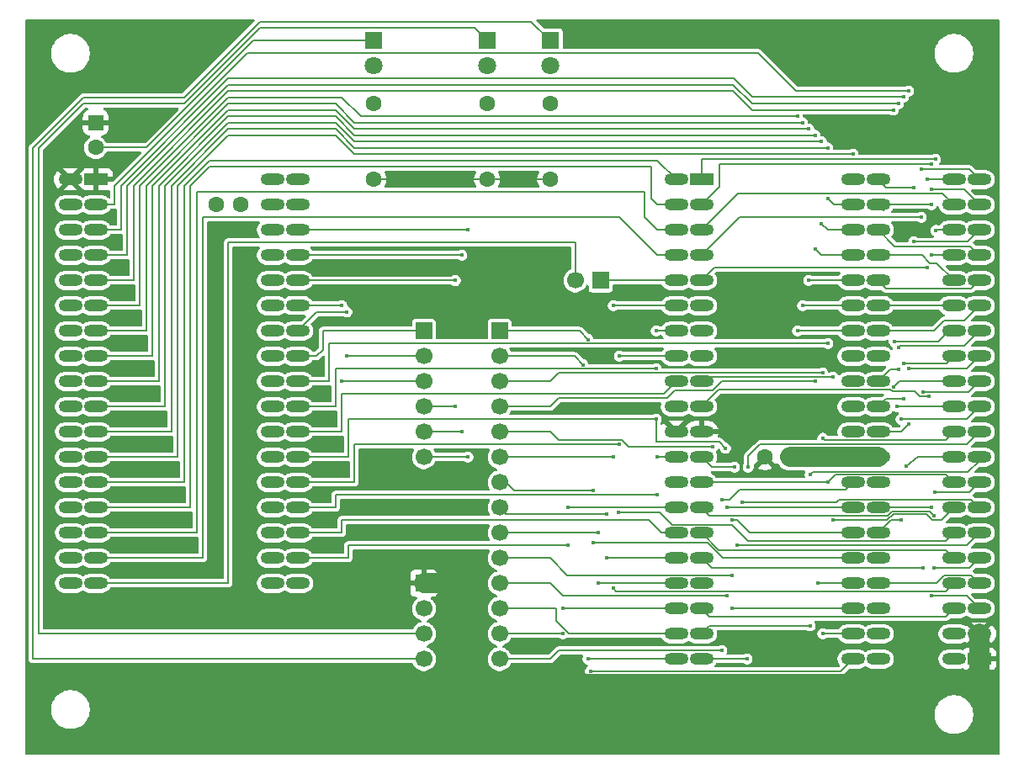
<source format=gtl>
G04 #@! TF.GenerationSoftware,KiCad,Pcbnew,9.0.2*
G04 #@! TF.CreationDate,2026-02-09T22:21:52+09:00*
G04 #@! TF.ProjectId,EMUZ80_RP2040,454d555a-3830-45f5-9250-323034302e6b,Rev001*
G04 #@! TF.SameCoordinates,Original*
G04 #@! TF.FileFunction,Copper,L1,Top*
G04 #@! TF.FilePolarity,Positive*
%FSLAX46Y46*%
G04 Gerber Fmt 4.6, Leading zero omitted, Abs format (unit mm)*
G04 Created by KiCad (PCBNEW 9.0.2) date 2026-02-09 22:21:52*
%MOMM*%
%LPD*%
G01*
G04 APERTURE LIST*
G04 Aperture macros list*
%AMRoundRect*
0 Rectangle with rounded corners*
0 $1 Rounding radius*
0 $2 $3 $4 $5 $6 $7 $8 $9 X,Y pos of 4 corners*
0 Add a 4 corners polygon primitive as box body*
4,1,4,$2,$3,$4,$5,$6,$7,$8,$9,$2,$3,0*
0 Add four circle primitives for the rounded corners*
1,1,$1+$1,$2,$3*
1,1,$1+$1,$4,$5*
1,1,$1+$1,$6,$7*
1,1,$1+$1,$8,$9*
0 Add four rect primitives between the rounded corners*
20,1,$1+$1,$2,$3,$4,$5,0*
20,1,$1+$1,$4,$5,$6,$7,0*
20,1,$1+$1,$6,$7,$8,$9,0*
20,1,$1+$1,$8,$9,$2,$3,0*%
G04 Aperture macros list end*
G04 #@! TA.AperFunction,Conductor*
%ADD10C,0.200000*%
G04 #@! TD*
G04 #@! TA.AperFunction,ComponentPad*
%ADD11R,1.800000X1.800000*%
G04 #@! TD*
G04 #@! TA.AperFunction,ComponentPad*
%ADD12C,1.800000*%
G04 #@! TD*
G04 #@! TA.AperFunction,ComponentPad*
%ADD13R,1.700000X1.700000*%
G04 #@! TD*
G04 #@! TA.AperFunction,ComponentPad*
%ADD14C,1.700000*%
G04 #@! TD*
G04 #@! TA.AperFunction,ComponentPad*
%ADD15C,1.600000*%
G04 #@! TD*
G04 #@! TA.AperFunction,ComponentPad*
%ADD16R,2.400000X1.200000*%
G04 #@! TD*
G04 #@! TA.AperFunction,ComponentPad*
%ADD17O,2.400000X1.200000*%
G04 #@! TD*
G04 #@! TA.AperFunction,ComponentPad*
%ADD18RoundRect,0.250000X-0.550000X0.550000X-0.550000X-0.550000X0.550000X-0.550000X0.550000X0.550000X0*%
G04 #@! TD*
G04 #@! TA.AperFunction,ViaPad*
%ADD19C,1.270000*%
G04 #@! TD*
G04 #@! TA.AperFunction,ViaPad*
%ADD20C,0.400000*%
G04 #@! TD*
G04 #@! TA.AperFunction,Conductor*
%ADD21C,0.127000*%
G04 #@! TD*
G04 #@! TA.AperFunction,Conductor*
%ADD22C,2.000000*%
G04 #@! TD*
G04 #@! TA.AperFunction,Conductor*
%ADD23C,1.270000*%
G04 #@! TD*
G04 APERTURE END LIST*
D10*
X171457000Y-111917000D02*
X171457000Y-111663000D01*
D11*
X150375000Y-69880000D03*
D12*
X150375000Y-72420000D03*
D13*
X144025000Y-99090000D03*
D14*
X144025000Y-101630000D03*
X144025000Y-104170000D03*
X144025000Y-106710000D03*
X144025000Y-109250000D03*
X144025000Y-111790000D03*
D15*
X138945000Y-83850000D03*
X138945000Y-76230000D03*
D11*
X156725000Y-69880000D03*
D12*
X156725000Y-72420000D03*
D16*
X199905000Y-132110000D03*
D17*
X197365000Y-132110000D03*
X199905000Y-129570000D03*
X197365000Y-129570000D03*
X199905000Y-127030000D03*
X197365000Y-127030000D03*
X199905000Y-124490000D03*
X197365000Y-124490000D03*
X199905000Y-121950000D03*
X197365000Y-121950000D03*
X199905000Y-119410000D03*
X197365000Y-119410000D03*
X199905000Y-116870000D03*
X197365000Y-116870000D03*
X199905000Y-114330000D03*
X197365000Y-114330000D03*
X199905000Y-111790000D03*
X197365000Y-111790000D03*
X199905000Y-109250000D03*
X197365000Y-109250000D03*
X199905000Y-106710000D03*
X197365000Y-106710000D03*
X199905000Y-104170000D03*
X197365000Y-104170000D03*
X199905000Y-101630000D03*
X197365000Y-101630000D03*
X199905000Y-99090000D03*
X197365000Y-99090000D03*
X199905000Y-96550000D03*
X197365000Y-96550000D03*
X199905000Y-94010000D03*
X197365000Y-94010000D03*
X199905000Y-91470000D03*
X197365000Y-91470000D03*
X199905000Y-88930000D03*
X197365000Y-88930000D03*
X199905000Y-86390000D03*
X197365000Y-86390000D03*
X199905000Y-83850000D03*
X197365000Y-83850000D03*
D15*
X150375000Y-83850000D03*
X150375000Y-76230000D03*
D13*
X161805000Y-94010000D03*
D14*
X159265000Y-94010000D03*
D15*
X123110000Y-86390000D03*
X125610000Y-86390000D03*
D17*
X169425000Y-83850000D03*
D16*
X171965000Y-83850000D03*
D17*
X169425000Y-86390000D03*
X171965000Y-86390000D03*
X169425000Y-88930000D03*
X171965000Y-88930000D03*
X169425000Y-91470000D03*
X171965000Y-91470000D03*
X169425000Y-94010000D03*
X171965000Y-94010000D03*
X169425000Y-96550000D03*
X171965000Y-96550000D03*
X169425000Y-99090000D03*
X171965000Y-99090000D03*
X169425000Y-101630000D03*
X171965000Y-101630000D03*
X169425000Y-104170000D03*
X171965000Y-104170000D03*
X169425000Y-106710000D03*
X171965000Y-106710000D03*
X169425000Y-109250000D03*
X171965000Y-109250000D03*
X169425000Y-111790000D03*
X171965000Y-111790000D03*
X169425000Y-114330000D03*
X171965000Y-114330000D03*
X169425000Y-116870000D03*
X171965000Y-116870000D03*
X169425000Y-119410000D03*
X171965000Y-119410000D03*
X169425000Y-121950000D03*
X171965000Y-121950000D03*
X169425000Y-124490000D03*
X171965000Y-124490000D03*
X169425000Y-127030000D03*
X171965000Y-127030000D03*
X169425000Y-129570000D03*
X171965000Y-129570000D03*
X169425000Y-132110000D03*
X171965000Y-132110000D03*
X187205000Y-132110000D03*
X189745000Y-132110000D03*
X187205000Y-129570000D03*
X189745000Y-129570000D03*
X187205000Y-127030000D03*
X189745000Y-127030000D03*
X187205000Y-124490000D03*
X189745000Y-124490000D03*
X187205000Y-121950000D03*
X189745000Y-121950000D03*
X187205000Y-119410000D03*
X189745000Y-119410000D03*
X187205000Y-116870000D03*
X189745000Y-116870000D03*
X187205000Y-114330000D03*
X189745000Y-114330000D03*
X187205000Y-111790000D03*
X189745000Y-111790000D03*
X187205000Y-109250000D03*
X189745000Y-109250000D03*
X187205000Y-106710000D03*
X189745000Y-106710000D03*
X187205000Y-104170000D03*
X189745000Y-104170000D03*
X187205000Y-101630000D03*
X189745000Y-101630000D03*
X187205000Y-99090000D03*
X189745000Y-99090000D03*
X187205000Y-96550000D03*
X189745000Y-96540000D03*
X187205000Y-94010000D03*
X189745000Y-94020000D03*
X187205000Y-91470000D03*
X189745000Y-91470000D03*
X187205000Y-88930000D03*
X189745000Y-88930000D03*
X187205000Y-86390000D03*
X189745000Y-86390000D03*
X187205000Y-83850000D03*
X189745000Y-83850000D03*
D15*
X178355000Y-111790000D03*
X180855000Y-111790000D03*
D13*
X151645000Y-99090000D03*
D14*
X151645000Y-101630000D03*
X151645000Y-104170000D03*
X151645000Y-106710000D03*
X151645000Y-109250000D03*
X151645000Y-111790000D03*
X151645000Y-114330000D03*
X151645000Y-116870000D03*
X151645000Y-119410000D03*
X151645000Y-121950000D03*
X151645000Y-124490000D03*
X151645000Y-127030000D03*
X151645000Y-129570000D03*
X151645000Y-132110000D03*
D13*
X144025000Y-124490000D03*
D14*
X144025000Y-127030000D03*
X144025000Y-129570000D03*
X144025000Y-132110000D03*
D17*
X108465000Y-83850000D03*
D16*
X111005000Y-83850000D03*
D17*
X108465000Y-86390000D03*
X111005000Y-86390000D03*
X108465000Y-88930000D03*
X111005000Y-88930000D03*
X108465000Y-91470000D03*
X111005000Y-91470000D03*
X108465000Y-94010000D03*
X111005000Y-94010000D03*
X108465000Y-96550000D03*
X111005000Y-96550000D03*
X108465000Y-99090000D03*
X111005000Y-99090000D03*
X108465000Y-101630000D03*
X111005000Y-101630000D03*
X108465000Y-104170000D03*
X111005000Y-104170000D03*
X108465000Y-106710000D03*
X111005000Y-106710000D03*
X108465000Y-109250000D03*
X111005000Y-109250000D03*
X108465000Y-111790000D03*
X111005000Y-111790000D03*
X108465000Y-114330000D03*
X111005000Y-114330000D03*
X108465000Y-116870000D03*
X111005000Y-116870000D03*
X108465000Y-119410000D03*
X111005000Y-119410000D03*
X108465000Y-121950000D03*
X111005000Y-121950000D03*
X108465000Y-124490000D03*
X111005000Y-124490000D03*
X128785000Y-124490000D03*
X131325000Y-124490000D03*
X128785000Y-121950000D03*
X131325000Y-121950000D03*
X128785000Y-119410000D03*
X131325000Y-119410000D03*
X128785000Y-116870000D03*
X131325000Y-116870000D03*
X128785000Y-114330000D03*
X131325000Y-114330000D03*
X128785000Y-111790000D03*
X131325000Y-111790000D03*
X128785000Y-109250000D03*
X131325000Y-109250000D03*
X128785000Y-106710000D03*
X131325000Y-106710000D03*
X128785000Y-104170000D03*
X131325000Y-104170000D03*
X128785000Y-101630000D03*
X131325000Y-101630000D03*
X128785000Y-99090000D03*
X131325000Y-99090000D03*
X128785000Y-96550000D03*
X131325000Y-96540000D03*
X128785000Y-94010000D03*
X131325000Y-94020000D03*
X128785000Y-91470000D03*
X131325000Y-91470000D03*
X128785000Y-88930000D03*
X131325000Y-88930000D03*
X128785000Y-86390000D03*
X131325000Y-86390000D03*
X128785000Y-83850000D03*
X131325000Y-83850000D03*
D15*
X156725000Y-83850000D03*
X156725000Y-76230000D03*
D11*
X138945000Y-69880000D03*
D12*
X138945000Y-72420000D03*
D18*
X111005000Y-78135000D03*
D15*
X111005000Y-80635000D03*
D19*
X176493500Y-109928500D03*
X123070000Y-134650000D03*
X178315000Y-134650000D03*
X180347000Y-106456000D03*
X147835000Y-134650000D03*
D20*
X136278000Y-101630000D03*
X136278000Y-97185000D03*
X148470000Y-88930000D03*
X148470000Y-111790000D03*
X147200000Y-106710000D03*
X147200000Y-94020000D03*
X147835000Y-109250000D03*
X147835000Y-91470000D03*
X135770000Y-96540000D03*
X135770000Y-104170000D03*
X157995000Y-127030000D03*
X157995000Y-129570000D03*
X173997000Y-131260000D03*
X173997000Y-116108000D03*
X163075000Y-124998000D03*
X163075000Y-96550000D03*
X163075000Y-111790000D03*
X174505000Y-125760000D03*
X195079000Y-125760000D03*
X174505000Y-116870000D03*
X195079000Y-116870000D03*
X162440000Y-121950000D03*
X194215400Y-105236800D03*
X194215400Y-122966000D03*
X162440000Y-117505000D03*
X192564400Y-112679000D03*
X160789000Y-133323000D03*
X160027000Y-102493600D03*
X161576400Y-124490000D03*
X161576400Y-119410000D03*
X160535000Y-99953600D03*
X176664000Y-112806000D03*
X160535000Y-132110000D03*
X176537000Y-132110000D03*
X183395000Y-104170000D03*
X183639500Y-124490000D03*
X161043000Y-120426000D03*
X191319800Y-104728800D03*
X161043000Y-115121500D03*
X175013000Y-127030000D03*
X175013000Y-123698500D03*
X191650000Y-106710000D03*
X182887000Y-128778500D03*
X182887000Y-113568000D03*
X184157000Y-109885000D03*
X184157000Y-103331800D03*
X184157000Y-129570000D03*
X173108000Y-110774000D03*
X192050000Y-107980000D03*
X192050000Y-118140000D03*
X175013000Y-118140000D03*
X194672600Y-83850000D03*
X194672600Y-92740000D03*
X158503000Y-116870000D03*
X195333000Y-122966000D03*
X195383800Y-117682800D03*
X158503000Y-120680000D03*
X182760000Y-78770000D03*
X182760000Y-94010000D03*
X176029000Y-116363000D03*
X167393000Y-99090000D03*
X174378000Y-110901000D03*
X167393000Y-107980000D03*
X183395000Y-79405000D03*
X183395000Y-90835000D03*
X194825000Y-105694000D03*
X195450500Y-115346000D03*
X167393000Y-102900000D03*
X195079000Y-82326000D03*
X195079000Y-84846000D03*
X195536200Y-88980800D03*
X195510800Y-81818000D03*
X194063000Y-87660000D03*
X194063000Y-82834000D03*
X182125000Y-78135000D03*
X182125000Y-96550000D03*
X191777000Y-102925400D03*
X191777000Y-76230000D03*
X191777000Y-100715600D03*
X184030000Y-88295000D03*
X184030000Y-80040000D03*
X193351800Y-90123800D03*
X187205000Y-81310000D03*
X193301000Y-84641500D03*
X181617000Y-99090000D03*
X181617000Y-77500000D03*
X185173000Y-118140000D03*
X185173000Y-103738200D03*
X191370600Y-100145782D03*
X191269000Y-76865000D03*
X175521000Y-120680000D03*
X175267000Y-112806000D03*
X167520000Y-111790000D03*
X167520000Y-115600000D03*
X192793000Y-102900000D03*
X192793000Y-74960000D03*
X192793000Y-108488000D03*
X192285000Y-105948000D03*
X192285000Y-75549420D03*
X192295500Y-102392000D03*
X184665000Y-80675000D03*
X195115497Y-91470000D03*
X195079000Y-86390000D03*
X184665000Y-85755000D03*
X184665000Y-114330000D03*
X184665000Y-100360000D03*
X163583000Y-117378000D03*
X163710000Y-101630000D03*
X163710000Y-110520000D03*
D21*
X116125000Y-80635000D02*
X126880000Y-69880000D01*
X111005000Y-80635000D02*
X116125000Y-80635000D01*
X138945000Y-69880000D02*
X126880000Y-69880000D01*
D22*
X180855000Y-111790000D02*
X189745000Y-111790000D01*
X178315000Y-134650000D02*
X198635000Y-134650000D01*
X199905000Y-133380000D02*
X199905000Y-129570000D01*
X123070000Y-134650000D02*
X178315000Y-134650000D01*
D21*
X138945000Y-83850000D02*
X156725000Y-83850000D01*
D22*
X198635000Y-134650000D02*
X199905000Y-133380000D01*
X144025000Y-124490000D02*
X147835000Y-124490000D01*
X180347000Y-106456000D02*
X176493500Y-109928500D01*
D23*
X178355000Y-111725000D02*
X178355000Y-111790000D01*
D22*
X147835000Y-124490000D02*
X147835000Y-134650000D01*
D21*
X105290000Y-129570000D02*
X144025000Y-129570000D01*
X127515000Y-68610000D02*
X119895000Y-76230000D01*
X149105000Y-68610000D02*
X127515000Y-68610000D01*
X150375000Y-69880000D02*
X149105000Y-68610000D01*
X119895000Y-76230000D02*
X109735000Y-76230000D01*
X105290000Y-80675000D02*
X105290000Y-129570000D01*
X109735000Y-76230000D02*
X105290000Y-80675000D01*
X127515000Y-67975000D02*
X154820000Y-67975000D01*
X104655000Y-132110000D02*
X104655000Y-80675000D01*
X119895000Y-75595000D02*
X127515000Y-67975000D01*
X104655000Y-80675000D02*
X109735000Y-75595000D01*
X154820000Y-67975000D02*
X156725000Y-69880000D01*
X144025000Y-132110000D02*
X104655000Y-132110000D01*
X109735000Y-75595000D02*
X119895000Y-75595000D01*
X136278000Y-97185000D02*
X133230000Y-97185000D01*
X136278000Y-101630000D02*
X144025000Y-101630000D01*
X133230000Y-97185000D02*
X131325000Y-99090000D01*
X148470000Y-88930000D02*
X131325000Y-88930000D01*
X148470000Y-111790000D02*
X144025000Y-111790000D01*
X133230000Y-101630000D02*
X133865000Y-100995000D01*
X133865000Y-100995000D02*
X133865000Y-99090000D01*
X133865000Y-99090000D02*
X144025000Y-99090000D01*
X131325000Y-101630000D02*
X133230000Y-101630000D01*
X147200000Y-106710000D02*
X144025000Y-106710000D01*
X147200000Y-94020000D02*
X131325000Y-94020000D01*
X147835000Y-109250000D02*
X144025000Y-109250000D01*
X131325000Y-91470000D02*
X147835000Y-91470000D01*
X135770000Y-104170000D02*
X144025000Y-104170000D01*
X131325000Y-96540000D02*
X135770000Y-96540000D01*
X196573500Y-127821500D02*
X197365000Y-127030000D01*
X157995000Y-129570000D02*
X151645000Y-129570000D01*
X157995000Y-127030000D02*
X169425000Y-127030000D01*
X172756500Y-127821500D02*
X196573500Y-127821500D01*
X171965000Y-127030000D02*
X172756500Y-127821500D01*
X156725000Y-132110000D02*
X151645000Y-132110000D01*
X156725000Y-132110000D02*
X157575000Y-131260000D01*
X174759000Y-116108000D02*
X175775000Y-115092000D01*
X186443000Y-115092000D02*
X187205000Y-114330000D01*
X173997000Y-116108000D02*
X174759000Y-116108000D01*
X175775000Y-115092000D02*
X186443000Y-115092000D01*
X157575000Y-131260000D02*
X173997000Y-131260000D01*
X163358500Y-125281500D02*
X196573500Y-125281500D01*
X196573500Y-125281500D02*
X197365000Y-124490000D01*
X163075000Y-124998000D02*
X163358500Y-125281500D01*
X163075000Y-96550000D02*
X169425000Y-96550000D01*
X151645000Y-111790000D02*
X163075000Y-111790000D01*
X157995000Y-125760000D02*
X174505000Y-125760000D01*
X151645000Y-124490000D02*
X156725000Y-124490000D01*
X181490000Y-116870000D02*
X187205000Y-116870000D01*
X189745000Y-116870000D02*
X195079000Y-116870000D01*
X195079000Y-125760000D02*
X198635000Y-125760000D01*
X156725000Y-124490000D02*
X157995000Y-125760000D01*
X198635000Y-125760000D02*
X199905000Y-127030000D01*
X181490000Y-116870000D02*
X174505000Y-116870000D01*
X171965000Y-121950000D02*
X172981000Y-122966000D01*
X163075000Y-121950000D02*
X169425000Y-121950000D01*
X172981000Y-122966000D02*
X193555000Y-122966000D01*
X162440000Y-117505000D02*
X157360000Y-117505000D01*
X151645000Y-116870000D02*
X152280000Y-117505000D01*
X163075000Y-121950000D02*
X162440000Y-121950000D01*
X152280000Y-117505000D02*
X157360000Y-117505000D01*
X198838200Y-105236800D02*
X199905000Y-104170000D01*
X193555000Y-122966000D02*
X194215400Y-122966000D01*
X194215400Y-105236800D02*
X198838200Y-105236800D01*
X151645000Y-101630000D02*
X159163400Y-101630000D01*
X192564400Y-112679000D02*
X193783600Y-111790000D01*
X185935000Y-133380000D02*
X187205000Y-132110000D01*
X159163400Y-101630000D02*
X160027000Y-102493600D01*
X160789000Y-133380000D02*
X185935000Y-133380000D01*
X193783600Y-111790000D02*
X197365000Y-111790000D01*
X161576400Y-124490000D02*
X169425000Y-124490000D01*
X151645000Y-119410000D02*
X161576400Y-119410000D01*
X176537000Y-132110000D02*
X171965000Y-132110000D01*
X176664000Y-112806000D02*
X176664000Y-111663000D01*
X159671400Y-99090000D02*
X160535000Y-99953600D01*
X151645000Y-99090000D02*
X159671400Y-99090000D01*
X198635000Y-110520000D02*
X199905000Y-109250000D01*
X162440000Y-132110000D02*
X160535000Y-132110000D01*
X177807000Y-110520000D02*
X198635000Y-110520000D01*
X176664000Y-111663000D02*
X177807000Y-110520000D01*
X162440000Y-132110000D02*
X169425000Y-132110000D01*
X173108000Y-105059000D02*
X169298000Y-105059000D01*
X157575000Y-105860000D02*
X156725000Y-106710000D01*
X169298000Y-105059000D02*
X168497000Y-105860000D01*
X168497000Y-105860000D02*
X157575000Y-105860000D01*
X196378500Y-123698500D02*
X199113500Y-123698500D01*
X199113500Y-123698500D02*
X199905000Y-124490000D01*
X183395000Y-104170000D02*
X173997000Y-104170000D01*
X183639500Y-124490000D02*
X187205000Y-124490000D01*
X156725000Y-106710000D02*
X151645000Y-106710000D01*
X173997000Y-104170000D02*
X173108000Y-105059000D01*
X195587000Y-124490000D02*
X196378500Y-123698500D01*
X189745000Y-124490000D02*
X195587000Y-124490000D01*
X191319800Y-104728800D02*
X191878600Y-104170000D01*
X174144376Y-121950000D02*
X172620376Y-120426000D01*
X191878600Y-104170000D02*
X197365000Y-104170000D01*
X152280000Y-114330000D02*
X151645000Y-114330000D01*
X182125000Y-121950000D02*
X187205000Y-121950000D01*
X172620376Y-120426000D02*
X161043000Y-120426000D01*
X175013000Y-121950000D02*
X174144376Y-121950000D01*
X175013000Y-121950000D02*
X182125000Y-121950000D01*
X161043000Y-115121500D02*
X153071500Y-115121500D01*
X153071500Y-115121500D02*
X152280000Y-114330000D01*
X151645000Y-121950000D02*
X156725000Y-121950000D01*
X158473500Y-123698500D02*
X175013000Y-123698500D01*
X156725000Y-121950000D02*
X158473500Y-123698500D01*
X191650000Y-106710000D02*
X197365000Y-106710000D01*
X182125000Y-127030000D02*
X175013000Y-127030000D01*
X182125000Y-127030000D02*
X187205000Y-127030000D01*
X198762000Y-113288600D02*
X199905000Y-112145600D01*
X183171500Y-113283500D02*
X198756900Y-113283500D01*
X199905000Y-112145600D02*
X199905000Y-111790000D01*
X172756500Y-128778500D02*
X182887000Y-128778500D01*
X157360000Y-128300000D02*
X158630000Y-129570000D01*
X182887000Y-113568000D02*
X183171500Y-113283500D01*
X158630000Y-129570000D02*
X169425000Y-129570000D01*
X151645000Y-127030000D02*
X157360000Y-127030000D01*
X198756900Y-113283500D02*
X198762000Y-113288600D01*
X171965000Y-129570000D02*
X172756500Y-128778500D01*
X157360000Y-127030000D02*
X157360000Y-128300000D01*
X156725000Y-104170000D02*
X151645000Y-104170000D01*
X157575000Y-103320000D02*
X156725000Y-104170000D01*
X196573500Y-110041500D02*
X197365000Y-109250000D01*
X183815000Y-103320000D02*
X157575000Y-103320000D01*
X184313500Y-110041500D02*
X196573500Y-110041500D01*
X184157000Y-109885000D02*
X184313500Y-110041500D01*
X184157000Y-129570000D02*
X187205000Y-129570000D01*
X184157000Y-103331800D02*
X183815000Y-103320000D01*
X175013000Y-118140000D02*
X175521000Y-118140000D01*
X189745000Y-119410000D02*
X191015000Y-118140000D01*
X163964000Y-110098500D02*
X157573500Y-110098500D01*
X199905000Y-106710000D02*
X198635000Y-107980000D01*
X198635000Y-107980000D02*
X192050000Y-107980000D01*
X176791000Y-119410000D02*
X187205000Y-119410000D01*
X173108000Y-110774000D02*
X164639500Y-110774000D01*
X164639500Y-110774000D02*
X163964000Y-110098500D01*
X175521000Y-118140000D02*
X176791000Y-119410000D01*
X191015000Y-118140000D02*
X192050000Y-118140000D01*
X156725000Y-109250000D02*
X151645000Y-109250000D01*
X157573500Y-110098500D02*
X156725000Y-109250000D01*
X194672600Y-92740000D02*
X173235000Y-92740000D01*
X194672600Y-83850000D02*
X197365000Y-83850000D01*
X161805000Y-94010000D02*
X169425000Y-94010000D01*
X173235000Y-92740000D02*
X171965000Y-94010000D01*
X124340000Y-90200000D02*
X159265000Y-90200000D01*
X124340000Y-124490000D02*
X124340000Y-90200000D01*
X111005000Y-124490000D02*
X124340000Y-124490000D01*
X159265000Y-90200000D02*
X159265000Y-94010000D01*
X158503000Y-116870000D02*
X163710000Y-116870000D01*
X190731500Y-117661500D02*
X172756500Y-117661500D01*
X195333000Y-122966000D02*
X198889000Y-122966000D01*
X191142000Y-117251000D02*
X190731500Y-117661500D01*
X136405000Y-121950000D02*
X136405000Y-120680000D01*
X163710000Y-116870000D02*
X169425000Y-116870000D01*
X131325000Y-121950000D02*
X136405000Y-121950000D01*
X195383800Y-117682800D02*
X194952000Y-117251000D01*
X172756500Y-117661500D02*
X171965000Y-116870000D01*
X198889000Y-122966000D02*
X199905000Y-121950000D01*
X194952000Y-117251000D02*
X191142000Y-117251000D01*
X136405000Y-120680000D02*
X158503000Y-120680000D01*
X116720000Y-101630000D02*
X116720000Y-84485000D01*
X188607000Y-94020000D02*
X188597000Y-94010000D01*
X189745000Y-94020000D02*
X188607000Y-94020000D01*
X111005000Y-101630000D02*
X116720000Y-101630000D01*
X199113500Y-94801500D02*
X199905000Y-94010000D01*
X135135000Y-76865000D02*
X137040000Y-78770000D01*
X187205000Y-94010000D02*
X182760000Y-94010000D01*
X124340000Y-76865000D02*
X135135000Y-76865000D01*
X190526500Y-94801500D02*
X199113500Y-94801500D01*
X137040000Y-78770000D02*
X182760000Y-78770000D01*
X189745000Y-94020000D02*
X190526500Y-94801500D01*
X116720000Y-84485000D02*
X124340000Y-76865000D01*
X185532624Y-116363000D02*
X185817124Y-116078500D01*
X173743000Y-110266000D02*
X174378000Y-110901000D01*
X176029000Y-116363000D02*
X185532624Y-116363000D01*
X167393000Y-110266000D02*
X173743000Y-110266000D01*
X199113500Y-116078500D02*
X199905000Y-116870000D01*
X167393000Y-107980000D02*
X167393000Y-110266000D01*
X169425000Y-99090000D02*
X167393000Y-99090000D01*
X136405000Y-111790000D02*
X131325000Y-111790000D01*
X136405000Y-107980000D02*
X136405000Y-111790000D01*
X185817124Y-116078500D02*
X199113500Y-116078500D01*
X167393000Y-107980000D02*
X136405000Y-107980000D01*
X196573500Y-121158500D02*
X197365000Y-121950000D01*
X173713500Y-121158500D02*
X196573500Y-121158500D01*
X135770000Y-118140000D02*
X166631000Y-118140000D01*
X167901000Y-119410000D02*
X169425000Y-119410000D01*
X135770000Y-119410000D02*
X135770000Y-118140000D01*
X131325000Y-119410000D02*
X135770000Y-119410000D01*
X166631000Y-118140000D02*
X167901000Y-119410000D01*
X171965000Y-119410000D02*
X173713500Y-121158500D01*
X183395000Y-90835000D02*
X184030000Y-91470000D01*
X111005000Y-104170000D02*
X117355000Y-104170000D01*
X189745000Y-91470000D02*
X194160500Y-91470000D01*
X124340000Y-77500000D02*
X135135000Y-77500000D01*
X135135000Y-77500000D02*
X137040000Y-79405000D01*
X184030000Y-91470000D02*
X187205000Y-91470000D01*
X195616500Y-92261500D02*
X197365000Y-94010000D01*
X194952000Y-92261500D02*
X195616500Y-92261500D01*
X117355000Y-104170000D02*
X117355000Y-84485000D01*
X117355000Y-84485000D02*
X124340000Y-77500000D01*
X194160500Y-91470000D02*
X194952000Y-92261500D01*
X137040000Y-79405000D02*
X183395000Y-79405000D01*
X193936000Y-105694000D02*
X193428000Y-105186000D01*
X135135000Y-106710000D02*
X131325000Y-106710000D01*
X190985500Y-104961500D02*
X173713500Y-104961500D01*
X193428000Y-105186000D02*
X191223335Y-105186000D01*
X173713500Y-104961500D02*
X171965000Y-106710000D01*
X167393000Y-102900000D02*
X135135000Y-102900000D01*
X195450500Y-115346000D02*
X198889000Y-115346000D01*
X190992168Y-104954832D02*
X190985500Y-104961500D01*
X135135000Y-102900000D02*
X135135000Y-106710000D01*
X194825000Y-105694000D02*
X193936000Y-105694000D01*
X191223335Y-105186000D02*
X190992168Y-104954832D01*
X198889000Y-115346000D02*
X199905000Y-114330000D01*
X173743000Y-84612000D02*
X173743000Y-82326000D01*
X120530000Y-84485000D02*
X120530000Y-116870000D01*
X120530000Y-84485000D02*
X122435000Y-82580000D01*
X171965000Y-86390000D02*
X173743000Y-84612000D01*
X166885000Y-82580000D02*
X122435000Y-82580000D01*
X166885000Y-85755000D02*
X166885000Y-82580000D01*
X173743000Y-82326000D02*
X195079000Y-82326000D01*
X167520000Y-86390000D02*
X166885000Y-85755000D01*
X195079000Y-84846000D02*
X198361000Y-84846000D01*
X169425000Y-86390000D02*
X167520000Y-86390000D01*
X120530000Y-116870000D02*
X111005000Y-116870000D01*
X198361000Y-84846000D02*
X199905000Y-86390000D01*
X197365000Y-88930000D02*
X195587000Y-88930000D01*
X171965000Y-81818000D02*
X171965000Y-83850000D01*
X195510800Y-81818000D02*
X171965000Y-81818000D01*
X169425000Y-83850000D02*
X167520000Y-81945000D01*
X119895000Y-84485000D02*
X122435000Y-81945000D01*
X111005000Y-114330000D02*
X119895000Y-114330000D01*
X119895000Y-114330000D02*
X119895000Y-84485000D01*
X195587000Y-88930000D02*
X195536200Y-88980800D01*
X122435000Y-81945000D02*
X167520000Y-81945000D01*
X121800000Y-121950000D02*
X121800000Y-87660000D01*
X184665000Y-87660000D02*
X194063000Y-87660000D01*
X171965000Y-91470000D02*
X175775000Y-87660000D01*
X111005000Y-121950000D02*
X121800000Y-121950000D01*
X163710000Y-87660000D02*
X167520000Y-91470000D01*
X167520000Y-91470000D02*
X169425000Y-91470000D01*
X198889000Y-82834000D02*
X199905000Y-83850000D01*
X121800000Y-87660000D02*
X163710000Y-87660000D01*
X194063000Y-82834000D02*
X198889000Y-82834000D01*
X175775000Y-87660000D02*
X184665000Y-87660000D01*
X197365000Y-96550000D02*
X191269000Y-96542000D01*
X137040000Y-78135000D02*
X182125000Y-78135000D01*
X116085000Y-84485000D02*
X124340000Y-76230000D01*
X135135000Y-76230000D02*
X137040000Y-78135000D01*
X182125000Y-96550000D02*
X187205000Y-96550000D01*
X191269000Y-96542000D02*
X189745000Y-96540000D01*
X124340000Y-76230000D02*
X135135000Y-76230000D01*
X111005000Y-99090000D02*
X116085000Y-99090000D01*
X188607000Y-96540000D02*
X188597000Y-96550000D01*
X189745000Y-96540000D02*
X188607000Y-96540000D01*
X116085000Y-99090000D02*
X116085000Y-84485000D01*
X177045000Y-76230000D02*
X175140000Y-74325000D01*
X191777000Y-100715600D02*
X191878600Y-100614000D01*
X190989600Y-102925400D02*
X189745000Y-104170000D01*
X191777000Y-76230000D02*
X177045000Y-76230000D01*
X114180000Y-84485000D02*
X114180000Y-91470000D01*
X114180000Y-91470000D02*
X111005000Y-91470000D01*
X175140000Y-74325000D02*
X124340000Y-74325000D01*
X114180000Y-84485000D02*
X124340000Y-74325000D01*
X191777000Y-102925400D02*
X190989600Y-102925400D01*
X198381000Y-100614000D02*
X199905000Y-99090000D01*
X191878600Y-100614000D02*
X198381000Y-100614000D01*
X166250000Y-85120000D02*
X166250000Y-87660000D01*
X166250000Y-87660000D02*
X167520000Y-88930000D01*
X111005000Y-119410000D02*
X121165000Y-119410000D01*
X196211500Y-85236500D02*
X197365000Y-86390000D01*
X121165000Y-119410000D02*
X121165000Y-85120000D01*
X167520000Y-88930000D02*
X169425000Y-88930000D01*
X175571800Y-85323200D02*
X175571800Y-85236500D01*
X121165000Y-85120000D02*
X166250000Y-85120000D01*
X175571800Y-85236500D02*
X196211500Y-85236500D01*
X171965000Y-88930000D02*
X175571800Y-85323200D01*
X135135000Y-78135000D02*
X137040000Y-80040000D01*
X191396000Y-90581000D02*
X199016000Y-90581000D01*
X187205000Y-88930000D02*
X184665000Y-88930000D01*
X117990000Y-106710000D02*
X117990000Y-84485000D01*
X137040000Y-80040000D02*
X184030000Y-80040000D01*
X117990000Y-84485000D02*
X124340000Y-78135000D01*
X111005000Y-106710000D02*
X117990000Y-106710000D01*
X184665000Y-88930000D02*
X184030000Y-88295000D01*
X124340000Y-78135000D02*
X135135000Y-78135000D01*
X199016000Y-90581000D02*
X199905000Y-91470000D01*
X189745000Y-88930000D02*
X191396000Y-90581000D01*
X199905000Y-88930000D02*
X198711200Y-90123800D01*
X137040000Y-81310000D02*
X187205000Y-81310000D01*
X119260000Y-84485000D02*
X124340000Y-79405000D01*
X124340000Y-79405000D02*
X135135000Y-79405000D01*
X198711200Y-90123800D02*
X193351800Y-90123800D01*
X193301000Y-84641500D02*
X190536500Y-84641500D01*
X190536500Y-84641500D02*
X189745000Y-83850000D01*
X119260000Y-111790000D02*
X119260000Y-84485000D01*
X135135000Y-79405000D02*
X137040000Y-81310000D01*
X111005000Y-111790000D02*
X119260000Y-111790000D01*
X189745000Y-99090000D02*
X195333000Y-99090000D01*
X198381000Y-98074000D02*
X199905000Y-96550000D01*
X135770000Y-75595000D02*
X137675000Y-77500000D01*
X181617000Y-99090000D02*
X187205000Y-99090000D01*
X111005000Y-96550000D02*
X115450000Y-96550000D01*
X124340000Y-75595000D02*
X135770000Y-75595000D01*
X195333000Y-99090000D02*
X196349000Y-98074000D01*
X196349000Y-98074000D02*
X198381000Y-98074000D01*
X115450000Y-84485000D02*
X124340000Y-75595000D01*
X137675000Y-77500000D02*
X181617000Y-77500000D01*
X115450000Y-96550000D02*
X115450000Y-84485000D01*
X131325000Y-109250000D02*
X135770000Y-109250000D01*
X191269000Y-117505000D02*
X190634000Y-118140000D01*
X194571000Y-117505000D02*
X191269000Y-117505000D01*
X185173000Y-103738200D02*
X172396800Y-103738200D01*
X196095000Y-118140000D02*
X197365000Y-116870000D01*
X195206000Y-118140000D02*
X196095000Y-118140000D01*
X195206000Y-118140000D02*
X194571000Y-117505000D01*
X185173000Y-118140000D02*
X190634000Y-118140000D01*
X135770000Y-105440000D02*
X168155000Y-105440000D01*
X135770000Y-109250000D02*
X135770000Y-105440000D01*
X168155000Y-105440000D02*
X169425000Y-104170000D01*
X172396800Y-103738200D02*
X171965000Y-104170000D01*
X114815000Y-94010000D02*
X111005000Y-94010000D01*
X175140000Y-74960000D02*
X124340000Y-74960000D01*
X114815000Y-84485000D02*
X114815000Y-94010000D01*
X191370600Y-100145782D02*
X195801217Y-100145782D01*
X177045000Y-76865000D02*
X175140000Y-74960000D01*
X195801217Y-100145782D02*
X196857000Y-99090000D01*
X191269000Y-76865000D02*
X177045000Y-76865000D01*
X114815000Y-84485000D02*
X124340000Y-74960000D01*
X196857000Y-99090000D02*
X197365000Y-99090000D01*
X189745000Y-101376000D02*
X189745000Y-101630000D01*
X171965000Y-111790000D02*
X172981000Y-112806000D01*
X135135000Y-115600000D02*
X135135000Y-116870000D01*
X175521000Y-120680000D02*
X198635000Y-120680000D01*
X167520000Y-111790000D02*
X169425000Y-111790000D01*
X172981000Y-112806000D02*
X175267000Y-112806000D01*
X168917000Y-112298000D02*
X169425000Y-111790000D01*
X167469200Y-115549200D02*
X159620600Y-115549200D01*
X198635000Y-120680000D02*
X199905000Y-119410000D01*
X167520000Y-115600000D02*
X167469200Y-115549200D01*
X159620600Y-115549200D02*
X135135000Y-115600000D01*
X135135000Y-116870000D02*
X131325000Y-116870000D01*
X198635000Y-102900000D02*
X199905000Y-101630000D01*
X112910000Y-86390000D02*
X112910000Y-84485000D01*
X126245000Y-71150000D02*
X177680000Y-71150000D01*
X192793000Y-102900000D02*
X198635000Y-102900000D01*
X189745000Y-109250000D02*
X192031000Y-109250000D01*
X177680000Y-71150000D02*
X181490000Y-74960000D01*
X181490000Y-74960000D02*
X192793000Y-74960000D01*
X192031000Y-109250000D02*
X192793000Y-108488000D01*
X112910000Y-84485000D02*
X126245000Y-71150000D01*
X111005000Y-86390000D02*
X112910000Y-86390000D01*
X177090580Y-75549420D02*
X175231160Y-73690000D01*
X192295500Y-102392000D02*
X196603000Y-102392000D01*
X113545000Y-84485000D02*
X124340000Y-73690000D01*
X113545000Y-88930000D02*
X111005000Y-88930000D01*
X113545000Y-84485000D02*
X113545000Y-88930000D01*
X192285000Y-105948000D02*
X190507000Y-105948000D01*
X175231160Y-73690000D02*
X124340000Y-73690000D01*
X196603000Y-102392000D02*
X197365000Y-101630000D01*
X177090580Y-75549420D02*
X192285000Y-75549420D01*
X190507000Y-105948000D02*
X189745000Y-106710000D01*
X111005000Y-109250000D02*
X118625000Y-109250000D01*
X195115497Y-91470000D02*
X197365000Y-91470000D01*
X118625000Y-109250000D02*
X118625000Y-84485000D01*
X137040000Y-80675000D02*
X184665000Y-80675000D01*
X124340000Y-78770000D02*
X135135000Y-78770000D01*
X189745000Y-86390000D02*
X195079000Y-86390000D01*
X185300000Y-86390000D02*
X184665000Y-85755000D01*
X189745000Y-86390000D02*
X190272003Y-86917003D01*
X118625000Y-84485000D02*
X124340000Y-78770000D01*
X135135000Y-78770000D02*
X137040000Y-80675000D01*
X187205000Y-86390000D02*
X185300000Y-86390000D01*
X163710000Y-100360000D02*
X176410000Y-100360000D01*
X196573500Y-113538500D02*
X197365000Y-114330000D01*
X185456500Y-113538500D02*
X196573500Y-113538500D01*
X184665000Y-114330000D02*
X185456500Y-113538500D01*
X134500000Y-100360000D02*
X163710000Y-100360000D01*
X184665000Y-114330000D02*
X176410000Y-114330000D01*
X176410000Y-100360000D02*
X184665000Y-100360000D01*
X134500000Y-104170000D02*
X134500000Y-100360000D01*
X176410000Y-114330000D02*
X171965000Y-114330000D01*
X131325000Y-104170000D02*
X134500000Y-104170000D01*
X176654500Y-120201500D02*
X175071500Y-118618500D01*
X137040000Y-110520000D02*
X163710000Y-110520000D01*
X168994124Y-118618500D02*
X167753624Y-117378000D01*
X167753624Y-117378000D02*
X163583000Y-117378000D01*
X131325000Y-114330000D02*
X137040000Y-114330000D01*
X196573500Y-120201500D02*
X176654500Y-120201500D01*
X175071500Y-118618500D02*
X168994124Y-118618500D01*
X163710000Y-101630000D02*
X169425000Y-101630000D01*
X197365000Y-119410000D02*
X196573500Y-120201500D01*
X137040000Y-114330000D02*
X137040000Y-110520000D01*
G04 #@! TA.AperFunction,Conductor*
G36*
X190224196Y-105382499D02*
G01*
X190248887Y-105385220D01*
X190257653Y-105392322D01*
X190268481Y-105395502D01*
X190284749Y-105414276D01*
X190304049Y-105429914D01*
X190307583Y-105440629D01*
X190314974Y-105449158D01*
X190318509Y-105473749D01*
X190326291Y-105497337D01*
X190323471Y-105508261D01*
X190325078Y-105519432D01*
X190314758Y-105542028D01*
X190308551Y-105566082D01*
X190297600Y-105579595D01*
X190295584Y-105584012D01*
X190290865Y-105587907D01*
X190285973Y-105593946D01*
X190275599Y-105603552D01*
X190252798Y-105616717D01*
X190145210Y-105724304D01*
X190143438Y-105725946D01*
X190113734Y-105740715D01*
X190084609Y-105756620D01*
X190082110Y-105756441D01*
X190079867Y-105757557D01*
X190057825Y-105759500D01*
X189051381Y-105759500D01*
X188867748Y-105796027D01*
X188867743Y-105796029D01*
X188694770Y-105867677D01*
X188545001Y-105967749D01*
X188477248Y-105988963D01*
X188408781Y-105970180D01*
X188404999Y-105967749D01*
X188276014Y-105881565D01*
X188255231Y-105867678D01*
X188230910Y-105857604D01*
X188082256Y-105796029D01*
X188082251Y-105796027D01*
X187898618Y-105759500D01*
X187898616Y-105759500D01*
X186511384Y-105759500D01*
X186511381Y-105759500D01*
X186327748Y-105796027D01*
X186327743Y-105796029D01*
X186154769Y-105867678D01*
X185999096Y-105971695D01*
X185999089Y-105971700D01*
X185866700Y-106104089D01*
X185866695Y-106104096D01*
X185762678Y-106259769D01*
X185691029Y-106432743D01*
X185691027Y-106432748D01*
X185654500Y-106616381D01*
X185654500Y-106616384D01*
X185654500Y-106803616D01*
X185691027Y-106987251D01*
X185762678Y-107160231D01*
X185866698Y-107315908D01*
X185999092Y-107448302D01*
X186154769Y-107552322D01*
X186327749Y-107623973D01*
X186511384Y-107660500D01*
X186511385Y-107660500D01*
X187898615Y-107660500D01*
X187898616Y-107660500D01*
X188082251Y-107623973D01*
X188255231Y-107552322D01*
X188404998Y-107452251D01*
X188472751Y-107431036D01*
X188541218Y-107449819D01*
X188545002Y-107452251D01*
X188694769Y-107552322D01*
X188867749Y-107623973D01*
X189051384Y-107660500D01*
X189051385Y-107660500D01*
X190438615Y-107660500D01*
X190438616Y-107660500D01*
X190622251Y-107623973D01*
X190795231Y-107552322D01*
X190950908Y-107448302D01*
X191083302Y-107315908D01*
X191161151Y-107199398D01*
X191215625Y-107153873D01*
X191286068Y-107145024D01*
X191328914Y-107160283D01*
X191437515Y-107222984D01*
X191577525Y-107260500D01*
X191577527Y-107260500D01*
X191724973Y-107260500D01*
X191793094Y-107280502D01*
X191839587Y-107334158D01*
X191849691Y-107404432D01*
X191820197Y-107469012D01*
X191787973Y-107495619D01*
X191711988Y-107539488D01*
X191711978Y-107539496D01*
X191609496Y-107641978D01*
X191609488Y-107641988D01*
X191537016Y-107767514D01*
X191499500Y-107907526D01*
X191499500Y-108052473D01*
X191499499Y-108052473D01*
X191537016Y-108192485D01*
X191609488Y-108318011D01*
X191609496Y-108318021D01*
X191711978Y-108420503D01*
X191711983Y-108420507D01*
X191711985Y-108420509D01*
X191711986Y-108420510D01*
X191711988Y-108420511D01*
X191730168Y-108431007D01*
X191837515Y-108492984D01*
X191914593Y-108513637D01*
X191919859Y-108516847D01*
X191926011Y-108517287D01*
X191949816Y-108535107D01*
X191975214Y-108550588D01*
X191977909Y-108556136D01*
X191982847Y-108559833D01*
X191993240Y-108587697D01*
X192006235Y-108614448D01*
X192005502Y-108620572D01*
X192007659Y-108626353D01*
X192001337Y-108655414D01*
X191997807Y-108684943D01*
X191993543Y-108691242D01*
X191992568Y-108695727D01*
X191971077Y-108724437D01*
X191896422Y-108799094D01*
X191834110Y-108833120D01*
X191807325Y-108836000D01*
X191278879Y-108836000D01*
X191210758Y-108815998D01*
X191174114Y-108780002D01*
X191145392Y-108737016D01*
X191083302Y-108644092D01*
X190950908Y-108511698D01*
X190795231Y-108407678D01*
X190647590Y-108346522D01*
X190622256Y-108336029D01*
X190622251Y-108336027D01*
X190438618Y-108299500D01*
X190438616Y-108299500D01*
X189051384Y-108299500D01*
X189051381Y-108299500D01*
X188867748Y-108336027D01*
X188867743Y-108336029D01*
X188694770Y-108407677D01*
X188545001Y-108507749D01*
X188477248Y-108528963D01*
X188408781Y-108510180D01*
X188404999Y-108507749D01*
X188288102Y-108429642D01*
X188255231Y-108407678D01*
X188241651Y-108402053D01*
X188082256Y-108336029D01*
X188082251Y-108336027D01*
X187898618Y-108299500D01*
X187898616Y-108299500D01*
X186511384Y-108299500D01*
X186511381Y-108299500D01*
X186327748Y-108336027D01*
X186327743Y-108336029D01*
X186154769Y-108407678D01*
X185999096Y-108511695D01*
X185999089Y-108511700D01*
X185866700Y-108644089D01*
X185866695Y-108644096D01*
X185762678Y-108799769D01*
X185691029Y-108972743D01*
X185691027Y-108972748D01*
X185654500Y-109156381D01*
X185654500Y-109343618D01*
X185660149Y-109372016D01*
X185681015Y-109476920D01*
X185674688Y-109547632D01*
X185631134Y-109603699D01*
X185564182Y-109627319D01*
X185557437Y-109627500D01*
X184716740Y-109627500D01*
X184648619Y-109607498D01*
X184607620Y-109564498D01*
X184597511Y-109546988D01*
X184597503Y-109546978D01*
X184495021Y-109444496D01*
X184495011Y-109444488D01*
X184369485Y-109372016D01*
X184359983Y-109369470D01*
X184229475Y-109334500D01*
X184084525Y-109334500D01*
X183991185Y-109359510D01*
X183944514Y-109372016D01*
X183818988Y-109444488D01*
X183818978Y-109444496D01*
X183716496Y-109546978D01*
X183716488Y-109546988D01*
X183644016Y-109672514D01*
X183631293Y-109719998D01*
X183614253Y-109783593D01*
X183606500Y-109812526D01*
X183606500Y-109957477D01*
X183607300Y-109963555D01*
X183596360Y-110033704D01*
X183549231Y-110086802D01*
X183482378Y-110106000D01*
X177752492Y-110106000D01*
X177647204Y-110134212D01*
X177552801Y-110188715D01*
X177552791Y-110188723D01*
X176693767Y-111047749D01*
X176409798Y-111331718D01*
X176388821Y-111352695D01*
X176332719Y-111408796D01*
X176332715Y-111408801D01*
X176278212Y-111503204D01*
X176250000Y-111608492D01*
X176250000Y-112390666D01*
X176229998Y-112458787D01*
X176223965Y-112467366D01*
X176223493Y-112467981D01*
X176151016Y-112593514D01*
X176140591Y-112632421D01*
X176120959Y-112705690D01*
X176113500Y-112733526D01*
X176113500Y-112878473D01*
X176113499Y-112878473D01*
X176151016Y-113018485D01*
X176223488Y-113144011D01*
X176223496Y-113144021D01*
X176325978Y-113246503D01*
X176325983Y-113246507D01*
X176325985Y-113246509D01*
X176451515Y-113318984D01*
X176591525Y-113356500D01*
X176591527Y-113356500D01*
X176736473Y-113356500D01*
X176736475Y-113356500D01*
X176876485Y-113318984D01*
X177002015Y-113246509D01*
X177104509Y-113144015D01*
X177176984Y-113018485D01*
X177214500Y-112878475D01*
X177214500Y-112733525D01*
X177198920Y-112675380D01*
X177200610Y-112604406D01*
X177233767Y-112555415D01*
X177232071Y-112553719D01*
X177955000Y-111830790D01*
X177955000Y-111842661D01*
X177982259Y-111944394D01*
X178034920Y-112035606D01*
X178109394Y-112110080D01*
X178200606Y-112162741D01*
X178302339Y-112190000D01*
X178314210Y-112190000D01*
X177632354Y-112871855D01*
X177673647Y-112901857D01*
X177673654Y-112901861D01*
X177855965Y-112994753D01*
X177855974Y-112994756D01*
X178050579Y-113057988D01*
X178252691Y-113090000D01*
X178457309Y-113090000D01*
X178659420Y-113057988D01*
X178854025Y-112994756D01*
X178854034Y-112994753D01*
X179036350Y-112901859D01*
X179077644Y-112871855D01*
X179077644Y-112871853D01*
X178395791Y-112190000D01*
X178407661Y-112190000D01*
X178509394Y-112162741D01*
X178600606Y-112110080D01*
X178675080Y-112035606D01*
X178727741Y-111944394D01*
X178755000Y-111842661D01*
X178755000Y-111830789D01*
X179436854Y-112512644D01*
X179436855Y-112512644D01*
X179466852Y-112471359D01*
X179469200Y-112467528D01*
X179521842Y-112419890D01*
X179591882Y-112408275D01*
X179657083Y-112436370D01*
X179688907Y-112476145D01*
X179699950Y-112497818D01*
X179741797Y-112555415D01*
X179824896Y-112669792D01*
X179824898Y-112669794D01*
X179824900Y-112669797D01*
X179975202Y-112820099D01*
X179975205Y-112820101D01*
X179975208Y-112820104D01*
X180147184Y-112945051D01*
X180336588Y-113041557D01*
X180538757Y-113107246D01*
X180748713Y-113140500D01*
X182279917Y-113140500D01*
X182348038Y-113160502D01*
X182394531Y-113214158D01*
X182404635Y-113284432D01*
X182389036Y-113329500D01*
X182374016Y-113355514D01*
X182358262Y-113414310D01*
X182336500Y-113495525D01*
X182336500Y-113640475D01*
X182367827Y-113757391D01*
X182366138Y-113828365D01*
X182326344Y-113887161D01*
X182261080Y-113915109D01*
X182246121Y-113916000D01*
X173498879Y-113916000D01*
X173430758Y-113895998D01*
X173394114Y-113860002D01*
X173347340Y-113790000D01*
X173303302Y-113724092D01*
X173170908Y-113591698D01*
X173015231Y-113487678D01*
X172954225Y-113462408D01*
X172898945Y-113417861D01*
X172876524Y-113350497D01*
X172894082Y-113281706D01*
X172946044Y-113233328D01*
X173002444Y-113220000D01*
X174851667Y-113220000D01*
X174919788Y-113240002D01*
X174928374Y-113246040D01*
X174928986Y-113246510D01*
X174928988Y-113246511D01*
X175054515Y-113318984D01*
X175194525Y-113356500D01*
X175194527Y-113356500D01*
X175339473Y-113356500D01*
X175339475Y-113356500D01*
X175479485Y-113318984D01*
X175605015Y-113246509D01*
X175707509Y-113144015D01*
X175779984Y-113018485D01*
X175817500Y-112878475D01*
X175817500Y-112733525D01*
X175779984Y-112593515D01*
X175707509Y-112467985D01*
X175707505Y-112467981D01*
X175707503Y-112467978D01*
X175605021Y-112365496D01*
X175605011Y-112365488D01*
X175479485Y-112293016D01*
X175339475Y-112255500D01*
X175194525Y-112255500D01*
X175105330Y-112279400D01*
X175054514Y-112293016D01*
X174928986Y-112365489D01*
X174928374Y-112365960D01*
X174927763Y-112366196D01*
X174921833Y-112369620D01*
X174921299Y-112368695D01*
X174862154Y-112391563D01*
X174851667Y-112392000D01*
X173533030Y-112392000D01*
X173464909Y-112371998D01*
X173418416Y-112318342D01*
X173408312Y-112248068D01*
X173416621Y-112217782D01*
X173438063Y-112166016D01*
X173478973Y-112067251D01*
X173515500Y-111883616D01*
X173515500Y-111696384D01*
X173478973Y-111512749D01*
X173414184Y-111356337D01*
X173406596Y-111285749D01*
X173438375Y-111222262D01*
X173441499Y-111219024D01*
X173446012Y-111214510D01*
X173446015Y-111214509D01*
X173548509Y-111112015D01*
X173612324Y-111001483D01*
X173663704Y-110952493D01*
X173733417Y-110939056D01*
X173799328Y-110965443D01*
X173840511Y-111023275D01*
X173843147Y-111031874D01*
X173865014Y-111113482D01*
X173937488Y-111239011D01*
X173937496Y-111239021D01*
X174039978Y-111341503D01*
X174039983Y-111341507D01*
X174039985Y-111341509D01*
X174039986Y-111341510D01*
X174039988Y-111341511D01*
X174085770Y-111367943D01*
X174165515Y-111413984D01*
X174305525Y-111451500D01*
X174305527Y-111451500D01*
X174450473Y-111451500D01*
X174450475Y-111451500D01*
X174590485Y-111413984D01*
X174716015Y-111341509D01*
X174818509Y-111239015D01*
X174890984Y-111113485D01*
X174928500Y-110973475D01*
X174928500Y-110828525D01*
X174890984Y-110688515D01*
X174818509Y-110562985D01*
X174818507Y-110562983D01*
X174818503Y-110562978D01*
X174716021Y-110460496D01*
X174716011Y-110460488D01*
X174590485Y-110388016D01*
X174450475Y-110350500D01*
X174450473Y-110350500D01*
X174450469Y-110350499D01*
X174449695Y-110350397D01*
X174449090Y-110350129D01*
X174442498Y-110348363D01*
X174442773Y-110347334D01*
X174384770Y-110321669D01*
X174377057Y-110314572D01*
X173997204Y-109934720D01*
X173997198Y-109934715D01*
X173902795Y-109880212D01*
X173797507Y-109852000D01*
X173797504Y-109852000D01*
X173698437Y-109852000D01*
X173630316Y-109831998D01*
X173583823Y-109778342D01*
X173573719Y-109708068D01*
X173583499Y-109677237D01*
X173582514Y-109676829D01*
X173584411Y-109672248D01*
X173637911Y-109507593D01*
X173637912Y-109507586D01*
X173638481Y-109504000D01*
X172276686Y-109504000D01*
X172285080Y-109495606D01*
X172337741Y-109404394D01*
X172365000Y-109302661D01*
X172365000Y-109197339D01*
X172337741Y-109095606D01*
X172285080Y-109004394D01*
X172276686Y-108996000D01*
X173638481Y-108996000D01*
X173637912Y-108992413D01*
X173637911Y-108992406D01*
X173584411Y-108827751D01*
X173584408Y-108827745D01*
X173505802Y-108673472D01*
X173404032Y-108533396D01*
X173281603Y-108410967D01*
X173141527Y-108309197D01*
X172987254Y-108230591D01*
X172987248Y-108230588D01*
X172822588Y-108177087D01*
X172651569Y-108150000D01*
X172219000Y-108150000D01*
X172219000Y-108938314D01*
X172210606Y-108929920D01*
X172119394Y-108877259D01*
X172017661Y-108850000D01*
X171912339Y-108850000D01*
X171810606Y-108877259D01*
X171719394Y-108929920D01*
X171711000Y-108938314D01*
X171711000Y-108150000D01*
X171278431Y-108150000D01*
X171107411Y-108177087D01*
X170942751Y-108230588D01*
X170942745Y-108230591D01*
X170788469Y-108309199D01*
X170751030Y-108336399D01*
X170686860Y-108360072D01*
X170673048Y-108361159D01*
X169825000Y-109209208D01*
X169825000Y-109197339D01*
X169797741Y-109095606D01*
X169745080Y-109004394D01*
X169670606Y-108929920D01*
X169579394Y-108877259D01*
X169477661Y-108850000D01*
X169465790Y-108850000D01*
X170158376Y-108157413D01*
X170111569Y-108150000D01*
X168738430Y-108150000D01*
X168691622Y-108157413D01*
X169384209Y-108850000D01*
X169372339Y-108850000D01*
X169270606Y-108877259D01*
X169179394Y-108929920D01*
X169104920Y-109004394D01*
X169052259Y-109095606D01*
X169025000Y-109197339D01*
X169025000Y-109209209D01*
X168176951Y-108361160D01*
X168176948Y-108361159D01*
X168108401Y-108410963D01*
X168108394Y-108410969D01*
X168022095Y-108497269D01*
X168002348Y-108508051D01*
X167985342Y-108522788D01*
X167971794Y-108524735D01*
X167959783Y-108531295D01*
X167937339Y-108529689D01*
X167915068Y-108532892D01*
X167902618Y-108527206D01*
X167888968Y-108526230D01*
X167870954Y-108512745D01*
X167850488Y-108503398D01*
X167843089Y-108491885D01*
X167832132Y-108483683D01*
X167824268Y-108462599D01*
X167812104Y-108443672D01*
X167808901Y-108421401D01*
X167807321Y-108417163D01*
X167807000Y-108408174D01*
X167807000Y-108395333D01*
X167827002Y-108327212D01*
X167833040Y-108318626D01*
X167833506Y-108318017D01*
X167833509Y-108318015D01*
X167905984Y-108192485D01*
X167943500Y-108052475D01*
X167943500Y-107907525D01*
X167905984Y-107767515D01*
X167833509Y-107641985D01*
X167833507Y-107641983D01*
X167833503Y-107641978D01*
X167731021Y-107539496D01*
X167731011Y-107539488D01*
X167605485Y-107467016D01*
X167552408Y-107452794D01*
X167465475Y-107429500D01*
X167320525Y-107429500D01*
X167235618Y-107452251D01*
X167180514Y-107467016D01*
X167054986Y-107539489D01*
X167054374Y-107539960D01*
X167053763Y-107540196D01*
X167047833Y-107543620D01*
X167047299Y-107542695D01*
X166988154Y-107565563D01*
X166977667Y-107566000D01*
X152754268Y-107566000D01*
X152749663Y-107564648D01*
X152744971Y-107565657D01*
X152715918Y-107554739D01*
X152686147Y-107545998D01*
X152683004Y-107542371D01*
X152678512Y-107540683D01*
X152659977Y-107515796D01*
X152639654Y-107492342D01*
X152638970Y-107487591D01*
X152636105Y-107483743D01*
X152633967Y-107452794D01*
X152629550Y-107422068D01*
X152631452Y-107416374D01*
X152631214Y-107412915D01*
X152636650Y-107400821D01*
X152643829Y-107379343D01*
X152647655Y-107372375D01*
X152671760Y-107339199D01*
X152747245Y-107191050D01*
X152748183Y-107189343D01*
X152772013Y-107165629D01*
X152795103Y-107141182D01*
X152797133Y-107140632D01*
X152798508Y-107139265D01*
X152816445Y-107135408D01*
X152858622Y-107124000D01*
X156779504Y-107124000D01*
X156832151Y-107109893D01*
X156884795Y-107095787D01*
X156884795Y-107095786D01*
X156884798Y-107095786D01*
X156979202Y-107041282D01*
X157709581Y-106310904D01*
X157771893Y-106276879D01*
X157798676Y-106274000D01*
X167789292Y-106274000D01*
X167857413Y-106294002D01*
X167903906Y-106347658D01*
X167914010Y-106417932D01*
X167912073Y-106426646D01*
X167912235Y-106426679D01*
X167911029Y-106432743D01*
X167911027Y-106432749D01*
X167898145Y-106497514D01*
X167874500Y-106616381D01*
X167874500Y-106616384D01*
X167874500Y-106803616D01*
X167911027Y-106987251D01*
X167982678Y-107160231D01*
X168086698Y-107315908D01*
X168219092Y-107448302D01*
X168374769Y-107552322D01*
X168547749Y-107623973D01*
X168731384Y-107660500D01*
X168731385Y-107660500D01*
X170118615Y-107660500D01*
X170118616Y-107660500D01*
X170302251Y-107623973D01*
X170475231Y-107552322D01*
X170624998Y-107452251D01*
X170692751Y-107431036D01*
X170761218Y-107449819D01*
X170765002Y-107452251D01*
X170914769Y-107552322D01*
X171087749Y-107623973D01*
X171271384Y-107660500D01*
X171271385Y-107660500D01*
X172658615Y-107660500D01*
X172658616Y-107660500D01*
X172842251Y-107623973D01*
X173015231Y-107552322D01*
X173170908Y-107448302D01*
X173303302Y-107315908D01*
X173407322Y-107160231D01*
X173478973Y-106987251D01*
X173515500Y-106803616D01*
X173515500Y-106616384D01*
X173478973Y-106432749D01*
X173407322Y-106259769D01*
X173303302Y-106104092D01*
X173303299Y-106104089D01*
X173301906Y-106102004D01*
X173280691Y-106034251D01*
X173299474Y-105965784D01*
X173317568Y-105942915D01*
X173848081Y-105412402D01*
X173910391Y-105378379D01*
X173937174Y-105375500D01*
X190200360Y-105375500D01*
X190224196Y-105382499D01*
G37*
G04 #@! TD.AperFunction*
G04 #@! TA.AperFunction,Conductor*
G36*
X126947447Y-67741002D02*
G01*
X126993940Y-67794658D01*
X127004044Y-67864932D01*
X126974550Y-67929512D01*
X126968421Y-67936095D01*
X119760421Y-75144095D01*
X119698109Y-75178121D01*
X119671326Y-75181000D01*
X109680492Y-75181000D01*
X109575204Y-75209212D01*
X109480801Y-75263715D01*
X109480791Y-75263723D01*
X105591172Y-79153344D01*
X104400798Y-80343718D01*
X104378929Y-80365587D01*
X104323719Y-80420796D01*
X104323715Y-80420801D01*
X104269212Y-80515204D01*
X104241000Y-80620492D01*
X104241000Y-132164507D01*
X104269212Y-132269795D01*
X104323715Y-132364198D01*
X104323723Y-132364208D01*
X104400791Y-132441276D01*
X104400795Y-132441279D01*
X104400798Y-132441282D01*
X104400799Y-132441283D01*
X104400801Y-132441284D01*
X104495204Y-132495787D01*
X104600492Y-132523999D01*
X104600496Y-132524000D01*
X142811378Y-132524000D01*
X142879499Y-132544002D01*
X142923644Y-132592796D01*
X142987436Y-132717995D01*
X142998242Y-132739202D01*
X143109311Y-132892075D01*
X143242924Y-133025688D01*
X143300040Y-133067185D01*
X143395801Y-133136760D01*
X143564168Y-133222547D01*
X143743882Y-133280940D01*
X143930519Y-133310500D01*
X143930522Y-133310500D01*
X144119478Y-133310500D01*
X144119481Y-133310500D01*
X144306118Y-133280940D01*
X144485832Y-133222547D01*
X144654199Y-133136760D01*
X144807073Y-133025690D01*
X144940690Y-132892073D01*
X145051760Y-132739199D01*
X145137547Y-132570832D01*
X145195940Y-132391118D01*
X145225500Y-132204481D01*
X145225500Y-132015519D01*
X145195940Y-131828882D01*
X145144149Y-131669488D01*
X145137548Y-131649171D01*
X145137547Y-131649170D01*
X145137547Y-131649168D01*
X145051760Y-131480801D01*
X144994964Y-131402628D01*
X144940688Y-131327924D01*
X144807075Y-131194311D01*
X144654202Y-131083242D01*
X144654201Y-131083241D01*
X144654199Y-131083240D01*
X144485832Y-130997453D01*
X144485831Y-130997452D01*
X144485828Y-130997451D01*
X144370050Y-130959833D01*
X144311444Y-130919759D01*
X144283807Y-130854363D01*
X144295914Y-130784406D01*
X144343920Y-130732100D01*
X144370050Y-130720167D01*
X144485832Y-130682547D01*
X144654199Y-130596760D01*
X144807073Y-130485690D01*
X144940690Y-130352073D01*
X145051760Y-130199199D01*
X145137547Y-130030832D01*
X145195940Y-129851118D01*
X145225500Y-129664481D01*
X145225500Y-129475519D01*
X145195940Y-129288882D01*
X145144149Y-129129488D01*
X145137548Y-129109171D01*
X145137547Y-129109170D01*
X145137547Y-129109168D01*
X145051760Y-128940801D01*
X144986496Y-128850973D01*
X144940688Y-128787924D01*
X144807075Y-128654311D01*
X144654202Y-128543242D01*
X144654201Y-128543241D01*
X144654199Y-128543240D01*
X144485832Y-128457453D01*
X144485831Y-128457452D01*
X144485828Y-128457451D01*
X144370050Y-128419833D01*
X144311444Y-128379759D01*
X144283807Y-128314363D01*
X144295914Y-128244406D01*
X144343920Y-128192100D01*
X144370050Y-128180167D01*
X144485832Y-128142547D01*
X144654199Y-128056760D01*
X144807073Y-127945690D01*
X144940690Y-127812073D01*
X145051760Y-127659199D01*
X145137547Y-127490832D01*
X145195940Y-127311118D01*
X145225500Y-127124481D01*
X145225500Y-126935519D01*
X145195940Y-126748882D01*
X145142607Y-126584741D01*
X145137548Y-126569171D01*
X145137547Y-126569170D01*
X145137547Y-126569168D01*
X145051760Y-126400801D01*
X144986152Y-126310500D01*
X144940688Y-126247924D01*
X144807075Y-126114311D01*
X144743245Y-126067936D01*
X144699891Y-126011713D01*
X144693816Y-125940977D01*
X144726948Y-125878185D01*
X144788768Y-125843274D01*
X144817306Y-125840000D01*
X144922824Y-125840000D01*
X144922840Y-125839999D01*
X144982371Y-125833599D01*
X145117089Y-125783352D01*
X145232189Y-125697189D01*
X145318352Y-125582089D01*
X145368599Y-125447371D01*
X145374999Y-125387840D01*
X145375000Y-125387823D01*
X145375000Y-124744000D01*
X144455703Y-124744000D01*
X144490925Y-124682993D01*
X144525000Y-124555826D01*
X144525000Y-124424174D01*
X144490925Y-124297007D01*
X144455703Y-124236000D01*
X145375000Y-124236000D01*
X145375000Y-123592176D01*
X145374999Y-123592159D01*
X145368599Y-123532628D01*
X145318352Y-123397910D01*
X145232189Y-123282810D01*
X145117089Y-123196647D01*
X144982371Y-123146400D01*
X144922840Y-123140000D01*
X144279000Y-123140000D01*
X144279000Y-124059297D01*
X144217993Y-124024075D01*
X144090826Y-123990000D01*
X143959174Y-123990000D01*
X143832007Y-124024075D01*
X143771000Y-124059297D01*
X143771000Y-123140000D01*
X143127159Y-123140000D01*
X143067628Y-123146400D01*
X142932910Y-123196647D01*
X142817810Y-123282810D01*
X142731647Y-123397910D01*
X142681400Y-123532628D01*
X142675000Y-123592159D01*
X142675000Y-124236000D01*
X143594297Y-124236000D01*
X143559075Y-124297007D01*
X143525000Y-124424174D01*
X143525000Y-124555826D01*
X143559075Y-124682993D01*
X143594297Y-124744000D01*
X142675000Y-124744000D01*
X142675000Y-125387840D01*
X142681400Y-125447371D01*
X142731647Y-125582089D01*
X142817810Y-125697189D01*
X142932910Y-125783352D01*
X143067628Y-125833599D01*
X143127159Y-125839999D01*
X143127176Y-125840000D01*
X143232694Y-125840000D01*
X143300815Y-125860002D01*
X143347308Y-125913658D01*
X143357412Y-125983932D01*
X143327918Y-126048512D01*
X143306755Y-126067936D01*
X143242924Y-126114311D01*
X143109311Y-126247924D01*
X142998242Y-126400797D01*
X142912451Y-126569171D01*
X142854061Y-126748876D01*
X142854060Y-126748881D01*
X142854060Y-126748882D01*
X142824500Y-126935519D01*
X142824500Y-127124481D01*
X142854060Y-127311118D01*
X142854061Y-127311123D01*
X142912451Y-127490828D01*
X142912452Y-127490831D01*
X142912453Y-127490832D01*
X142986674Y-127636500D01*
X142998242Y-127659202D01*
X143109311Y-127812075D01*
X143242924Y-127945688D01*
X143318369Y-128000502D01*
X143395801Y-128056760D01*
X143564168Y-128142547D01*
X143679950Y-128180167D01*
X143738555Y-128220241D01*
X143766192Y-128285637D01*
X143754085Y-128355594D01*
X143706079Y-128407900D01*
X143679950Y-128419833D01*
X143564169Y-128457452D01*
X143395797Y-128543242D01*
X143242924Y-128654311D01*
X143109311Y-128787924D01*
X142998242Y-128940797D01*
X142990052Y-128956870D01*
X142926122Y-129082342D01*
X142923645Y-129087203D01*
X142874897Y-129138818D01*
X142811378Y-129156000D01*
X105830000Y-129156000D01*
X105761879Y-129135998D01*
X105715386Y-129082342D01*
X105704000Y-129030000D01*
X105704000Y-80898674D01*
X105724002Y-80830553D01*
X105740905Y-80809579D01*
X109869579Y-76680905D01*
X109931891Y-76646879D01*
X109958674Y-76644000D01*
X110129555Y-76644000D01*
X110197676Y-76664002D01*
X110244169Y-76717658D01*
X110254273Y-76787932D01*
X110224779Y-76852512D01*
X110169188Y-76889605D01*
X110135877Y-76900642D01*
X109986655Y-76992683D01*
X109986649Y-76992688D01*
X109862688Y-77116649D01*
X109862683Y-77116655D01*
X109770642Y-77265877D01*
X109715493Y-77432308D01*
X109705000Y-77535012D01*
X109705000Y-77881000D01*
X110693314Y-77881000D01*
X110684920Y-77889394D01*
X110632259Y-77980606D01*
X110605000Y-78082339D01*
X110605000Y-78187661D01*
X110632259Y-78289394D01*
X110684920Y-78380606D01*
X110693314Y-78389000D01*
X109705001Y-78389000D01*
X109705001Y-78734978D01*
X109715493Y-78837691D01*
X109770642Y-79004122D01*
X109862683Y-79153344D01*
X109862688Y-79153350D01*
X109986649Y-79277311D01*
X109986655Y-79277316D01*
X110135877Y-79369357D01*
X110302304Y-79424505D01*
X110335063Y-79427852D01*
X110400798Y-79454674D01*
X110441597Y-79512777D01*
X110444506Y-79583714D01*
X110408602Y-79644963D01*
X110396318Y-79655136D01*
X110255496Y-79757449D01*
X110255493Y-79757451D01*
X110127451Y-79885493D01*
X110127449Y-79885496D01*
X110021006Y-80032002D01*
X109938790Y-80193359D01*
X109938787Y-80193365D01*
X109882830Y-80365587D01*
X109882829Y-80365591D01*
X109854500Y-80544454D01*
X109854500Y-80725546D01*
X109882829Y-80904409D01*
X109882830Y-80904412D01*
X109936307Y-81069002D01*
X109938789Y-81076639D01*
X110020766Y-81237526D01*
X110021006Y-81237997D01*
X110039967Y-81264095D01*
X110127447Y-81384501D01*
X110127449Y-81384503D01*
X110127451Y-81384506D01*
X110255493Y-81512548D01*
X110255496Y-81512550D01*
X110255499Y-81512553D01*
X110402006Y-81618996D01*
X110563361Y-81701211D01*
X110735591Y-81757171D01*
X110914454Y-81785500D01*
X110914457Y-81785500D01*
X111095543Y-81785500D01*
X111095546Y-81785500D01*
X111274409Y-81757171D01*
X111446639Y-81701211D01*
X111607994Y-81618996D01*
X111754501Y-81512553D01*
X111882553Y-81384501D01*
X111988996Y-81237994D01*
X112050240Y-81117795D01*
X112098987Y-81066182D01*
X112162506Y-81049000D01*
X115456326Y-81049000D01*
X115524447Y-81069002D01*
X115570940Y-81122658D01*
X115581044Y-81192932D01*
X115551550Y-81257512D01*
X115545421Y-81264095D01*
X112742421Y-84067095D01*
X112680109Y-84101121D01*
X112653326Y-84104000D01*
X111316686Y-84104000D01*
X111325080Y-84095606D01*
X111377741Y-84004394D01*
X111405000Y-83902661D01*
X111405000Y-83797339D01*
X111377741Y-83695606D01*
X111325080Y-83604394D01*
X111316686Y-83596000D01*
X112705000Y-83596000D01*
X112705000Y-83202176D01*
X112704999Y-83202159D01*
X112698599Y-83142628D01*
X112648352Y-83007910D01*
X112562189Y-82892810D01*
X112447089Y-82806647D01*
X112312371Y-82756400D01*
X112252840Y-82750000D01*
X111259000Y-82750000D01*
X111259000Y-83538314D01*
X111250606Y-83529920D01*
X111159394Y-83477259D01*
X111057661Y-83450000D01*
X110952339Y-83450000D01*
X110850606Y-83477259D01*
X110759394Y-83529920D01*
X110751000Y-83538314D01*
X110751000Y-82750000D01*
X109829000Y-82750000D01*
X109820875Y-82769614D01*
X109821535Y-82770822D01*
X109816470Y-82841637D01*
X109787509Y-82886700D01*
X108865000Y-83809209D01*
X108865000Y-83797339D01*
X108837741Y-83695606D01*
X108785080Y-83604394D01*
X108710606Y-83529920D01*
X108619394Y-83477259D01*
X108517661Y-83450000D01*
X108505790Y-83450000D01*
X109198376Y-82757413D01*
X109151569Y-82750000D01*
X107778430Y-82750000D01*
X107731622Y-82757413D01*
X108424209Y-83450000D01*
X108412339Y-83450000D01*
X108310606Y-83477259D01*
X108219394Y-83529920D01*
X108144920Y-83604394D01*
X108092259Y-83695606D01*
X108065000Y-83797339D01*
X108065000Y-83809209D01*
X107216951Y-82961160D01*
X107216948Y-82961159D01*
X107148401Y-83010963D01*
X107148394Y-83010969D01*
X107025967Y-83133396D01*
X106924197Y-83273472D01*
X106845591Y-83427745D01*
X106845588Y-83427751D01*
X106792087Y-83592411D01*
X106765000Y-83763431D01*
X106765000Y-83936568D01*
X106792087Y-84107588D01*
X106845588Y-84272248D01*
X106845591Y-84272254D01*
X106924197Y-84426527D01*
X107025967Y-84566603D01*
X107148395Y-84689031D01*
X107216949Y-84738838D01*
X107216950Y-84738838D01*
X108065000Y-83890788D01*
X108065000Y-83902661D01*
X108092259Y-84004394D01*
X108144920Y-84095606D01*
X108219394Y-84170080D01*
X108310606Y-84222741D01*
X108412339Y-84250000D01*
X108424210Y-84250000D01*
X107731622Y-84942586D01*
X107778416Y-84949998D01*
X107778434Y-84950000D01*
X109151566Y-84950000D01*
X109151581Y-84949998D01*
X109198376Y-84942586D01*
X109198376Y-84942585D01*
X108505791Y-84250000D01*
X108517661Y-84250000D01*
X108619394Y-84222741D01*
X108710606Y-84170080D01*
X108785080Y-84095606D01*
X108837741Y-84004394D01*
X108865000Y-83902661D01*
X108865000Y-83890790D01*
X109787509Y-84813299D01*
X109821534Y-84875611D01*
X109818096Y-84923677D01*
X109829000Y-84950000D01*
X110751000Y-84950000D01*
X110751000Y-84161686D01*
X110759394Y-84170080D01*
X110850606Y-84222741D01*
X110952339Y-84250000D01*
X111057661Y-84250000D01*
X111159394Y-84222741D01*
X111250606Y-84170080D01*
X111259000Y-84161686D01*
X111259000Y-84950000D01*
X112252824Y-84950000D01*
X112252840Y-84949999D01*
X112312371Y-84943599D01*
X112325968Y-84938528D01*
X112396783Y-84933464D01*
X112459096Y-84967489D01*
X112493121Y-85029801D01*
X112496000Y-85056584D01*
X112496000Y-85632600D01*
X112475998Y-85700721D01*
X112422342Y-85747214D01*
X112352068Y-85757318D01*
X112287488Y-85727824D01*
X112280905Y-85721695D01*
X112210910Y-85651700D01*
X112210908Y-85651698D01*
X112055231Y-85547678D01*
X111882251Y-85476027D01*
X111698618Y-85439500D01*
X111698616Y-85439500D01*
X110311384Y-85439500D01*
X110311381Y-85439500D01*
X110127748Y-85476027D01*
X110127743Y-85476029D01*
X109954770Y-85547677D01*
X109805001Y-85647749D01*
X109737248Y-85668963D01*
X109668781Y-85650180D01*
X109664999Y-85647749D01*
X109532373Y-85559132D01*
X109515231Y-85547678D01*
X109342251Y-85476027D01*
X109158618Y-85439500D01*
X109158616Y-85439500D01*
X107771384Y-85439500D01*
X107771381Y-85439500D01*
X107587748Y-85476027D01*
X107587743Y-85476029D01*
X107414769Y-85547678D01*
X107259096Y-85651695D01*
X107259089Y-85651700D01*
X107126700Y-85784089D01*
X107126695Y-85784096D01*
X107022678Y-85939769D01*
X106951029Y-86112743D01*
X106951027Y-86112748D01*
X106914500Y-86296381D01*
X106914500Y-86483618D01*
X106944575Y-86634816D01*
X106951027Y-86667251D01*
X107022678Y-86840231D01*
X107126698Y-86995908D01*
X107259092Y-87128302D01*
X107414769Y-87232322D01*
X107587749Y-87303973D01*
X107771384Y-87340500D01*
X107771385Y-87340500D01*
X109158615Y-87340500D01*
X109158616Y-87340500D01*
X109342251Y-87303973D01*
X109515231Y-87232322D01*
X109663919Y-87132972D01*
X109664998Y-87132251D01*
X109732751Y-87111036D01*
X109801218Y-87129819D01*
X109805002Y-87132251D01*
X109806081Y-87132972D01*
X109954769Y-87232322D01*
X110127749Y-87303973D01*
X110311384Y-87340500D01*
X110311385Y-87340500D01*
X111698615Y-87340500D01*
X111698616Y-87340500D01*
X111882251Y-87303973D01*
X112055231Y-87232322D01*
X112210908Y-87128302D01*
X112343302Y-86995908D01*
X112434114Y-86859997D01*
X112488591Y-86814470D01*
X112538879Y-86804000D01*
X112964501Y-86804000D01*
X112964504Y-86804000D01*
X112972385Y-86801888D01*
X113043358Y-86803574D01*
X113102156Y-86843364D01*
X113130108Y-86908627D01*
X113131000Y-86923593D01*
X113131000Y-88390000D01*
X113110998Y-88458121D01*
X113057342Y-88504614D01*
X113005000Y-88516000D01*
X112538879Y-88516000D01*
X112470758Y-88495998D01*
X112434114Y-88460002D01*
X112380324Y-88379500D01*
X112343302Y-88324092D01*
X112210908Y-88191698D01*
X112055231Y-88087678D01*
X111882251Y-88016027D01*
X111698618Y-87979500D01*
X111698616Y-87979500D01*
X110311384Y-87979500D01*
X110311381Y-87979500D01*
X110127748Y-88016027D01*
X110127743Y-88016029D01*
X109954770Y-88087677D01*
X109805001Y-88187749D01*
X109737248Y-88208963D01*
X109668781Y-88190180D01*
X109664999Y-88187749D01*
X109532373Y-88099132D01*
X109515231Y-88087678D01*
X109502766Y-88082515D01*
X109342256Y-88016029D01*
X109342251Y-88016027D01*
X109158618Y-87979500D01*
X109158616Y-87979500D01*
X107771384Y-87979500D01*
X107771381Y-87979500D01*
X107587748Y-88016027D01*
X107587743Y-88016029D01*
X107414769Y-88087678D01*
X107259096Y-88191695D01*
X107259089Y-88191700D01*
X107126700Y-88324089D01*
X107126695Y-88324096D01*
X107022678Y-88479769D01*
X106951029Y-88652743D01*
X106951027Y-88652748D01*
X106914500Y-88836381D01*
X106914500Y-89023618D01*
X106946442Y-89184202D01*
X106951027Y-89207251D01*
X107022678Y-89380231D01*
X107126698Y-89535908D01*
X107259092Y-89668302D01*
X107414769Y-89772322D01*
X107587749Y-89843973D01*
X107771384Y-89880500D01*
X107771385Y-89880500D01*
X109158615Y-89880500D01*
X109158616Y-89880500D01*
X109342251Y-89843973D01*
X109515231Y-89772322D01*
X109664998Y-89672251D01*
X109732751Y-89651036D01*
X109801218Y-89669819D01*
X109805002Y-89672251D01*
X109954769Y-89772322D01*
X110127749Y-89843973D01*
X110311384Y-89880500D01*
X110311385Y-89880500D01*
X111698615Y-89880500D01*
X111698616Y-89880500D01*
X111882251Y-89843973D01*
X112055231Y-89772322D01*
X112210908Y-89668302D01*
X112343302Y-89535908D01*
X112434114Y-89399997D01*
X112488591Y-89354470D01*
X112538879Y-89344000D01*
X113599501Y-89344000D01*
X113599504Y-89344000D01*
X113607385Y-89341888D01*
X113678358Y-89343574D01*
X113737156Y-89383364D01*
X113765108Y-89448627D01*
X113766000Y-89463593D01*
X113766000Y-90930000D01*
X113745998Y-90998121D01*
X113692342Y-91044614D01*
X113640000Y-91056000D01*
X112538879Y-91056000D01*
X112470758Y-91035998D01*
X112434114Y-91000002D01*
X112405392Y-90957016D01*
X112343302Y-90864092D01*
X112210908Y-90731698D01*
X112055231Y-90627678D01*
X111882251Y-90556027D01*
X111698618Y-90519500D01*
X111698616Y-90519500D01*
X110311384Y-90519500D01*
X110311381Y-90519500D01*
X110127748Y-90556027D01*
X110127743Y-90556029D01*
X109954770Y-90627677D01*
X109805001Y-90727749D01*
X109737248Y-90748963D01*
X109668781Y-90730180D01*
X109664999Y-90727749D01*
X109532373Y-90639132D01*
X109515231Y-90627678D01*
X109502766Y-90622515D01*
X109342256Y-90556029D01*
X109342251Y-90556027D01*
X109158618Y-90519500D01*
X109158616Y-90519500D01*
X107771384Y-90519500D01*
X107771381Y-90519500D01*
X107587748Y-90556027D01*
X107587743Y-90556029D01*
X107414769Y-90627678D01*
X107259096Y-90731695D01*
X107259089Y-90731700D01*
X107126700Y-90864089D01*
X107126695Y-90864096D01*
X107022678Y-91019769D01*
X106951029Y-91192743D01*
X106951027Y-91192748D01*
X106914500Y-91376381D01*
X106914500Y-91376384D01*
X106914500Y-91563616D01*
X106951027Y-91747251D01*
X107022678Y-91920231D01*
X107126698Y-92075908D01*
X107259092Y-92208302D01*
X107414769Y-92312322D01*
X107587749Y-92383973D01*
X107771384Y-92420500D01*
X107771385Y-92420500D01*
X109158615Y-92420500D01*
X109158616Y-92420500D01*
X109342251Y-92383973D01*
X109515231Y-92312322D01*
X109664998Y-92212251D01*
X109732751Y-92191036D01*
X109801218Y-92209819D01*
X109805002Y-92212251D01*
X109954769Y-92312322D01*
X110127749Y-92383973D01*
X110311384Y-92420500D01*
X110311385Y-92420500D01*
X111698615Y-92420500D01*
X111698616Y-92420500D01*
X111882251Y-92383973D01*
X112055231Y-92312322D01*
X112210908Y-92208302D01*
X112343302Y-92075908D01*
X112434114Y-91939997D01*
X112488591Y-91894470D01*
X112538879Y-91884000D01*
X114234501Y-91884000D01*
X114234504Y-91884000D01*
X114242385Y-91881888D01*
X114313358Y-91883574D01*
X114372156Y-91923364D01*
X114400108Y-91988627D01*
X114401000Y-92003593D01*
X114401000Y-93470000D01*
X114380998Y-93538121D01*
X114327342Y-93584614D01*
X114275000Y-93596000D01*
X112538879Y-93596000D01*
X112470758Y-93575998D01*
X112434114Y-93540002D01*
X112422314Y-93522342D01*
X112343302Y-93404092D01*
X112210908Y-93271698D01*
X112055231Y-93167678D01*
X111882251Y-93096027D01*
X111873619Y-93094310D01*
X111698618Y-93059500D01*
X111698616Y-93059500D01*
X110311384Y-93059500D01*
X110311381Y-93059500D01*
X110127748Y-93096027D01*
X110127743Y-93096029D01*
X109954770Y-93167677D01*
X109805001Y-93267749D01*
X109737248Y-93288963D01*
X109668781Y-93270180D01*
X109664999Y-93267749D01*
X109530197Y-93177678D01*
X109515231Y-93167678D01*
X109416398Y-93126740D01*
X109342256Y-93096029D01*
X109342251Y-93096027D01*
X109158618Y-93059500D01*
X109158616Y-93059500D01*
X107771384Y-93059500D01*
X107771381Y-93059500D01*
X107587748Y-93096027D01*
X107587743Y-93096029D01*
X107414769Y-93167678D01*
X107259096Y-93271695D01*
X107259089Y-93271700D01*
X107126700Y-93404089D01*
X107126695Y-93404096D01*
X107022678Y-93559769D01*
X106951029Y-93732743D01*
X106951027Y-93732748D01*
X106914500Y-93916381D01*
X106914500Y-94103618D01*
X106916489Y-94113616D01*
X106951027Y-94287251D01*
X107022678Y-94460231D01*
X107126698Y-94615908D01*
X107259092Y-94748302D01*
X107414769Y-94852322D01*
X107587749Y-94923973D01*
X107771384Y-94960500D01*
X107771385Y-94960500D01*
X109158615Y-94960500D01*
X109158616Y-94960500D01*
X109342251Y-94923973D01*
X109515231Y-94852322D01*
X109664998Y-94752251D01*
X109732751Y-94731036D01*
X109801218Y-94749819D01*
X109805002Y-94752251D01*
X109954769Y-94852322D01*
X110127749Y-94923973D01*
X110311384Y-94960500D01*
X110311385Y-94960500D01*
X111698615Y-94960500D01*
X111698616Y-94960500D01*
X111882251Y-94923973D01*
X112055231Y-94852322D01*
X112210908Y-94748302D01*
X112343302Y-94615908D01*
X112434114Y-94479997D01*
X112488591Y-94434470D01*
X112538879Y-94424000D01*
X114869501Y-94424000D01*
X114869504Y-94424000D01*
X114877385Y-94421888D01*
X114948358Y-94423574D01*
X115007156Y-94463364D01*
X115035108Y-94528627D01*
X115036000Y-94543593D01*
X115036000Y-96010000D01*
X115015998Y-96078121D01*
X114962342Y-96124614D01*
X114910000Y-96136000D01*
X112538879Y-96136000D01*
X112470758Y-96115998D01*
X112434114Y-96080002D01*
X112380324Y-95999500D01*
X112343302Y-95944092D01*
X112210908Y-95811698D01*
X112055231Y-95707678D01*
X111882251Y-95636027D01*
X111698618Y-95599500D01*
X111698616Y-95599500D01*
X110311384Y-95599500D01*
X110311381Y-95599500D01*
X110127748Y-95636027D01*
X110127743Y-95636029D01*
X109954770Y-95707677D01*
X109805001Y-95807749D01*
X109737248Y-95828963D01*
X109668781Y-95810180D01*
X109664999Y-95807749D01*
X109562286Y-95739119D01*
X109515231Y-95707678D01*
X109342251Y-95636027D01*
X109158618Y-95599500D01*
X109158616Y-95599500D01*
X107771384Y-95599500D01*
X107771381Y-95599500D01*
X107587748Y-95636027D01*
X107587743Y-95636029D01*
X107414769Y-95707678D01*
X107259096Y-95811695D01*
X107259089Y-95811700D01*
X107126700Y-95944089D01*
X107126695Y-95944096D01*
X107022678Y-96099769D01*
X106951029Y-96272743D01*
X106951027Y-96272748D01*
X106914500Y-96456381D01*
X106914500Y-96643618D01*
X106934565Y-96744491D01*
X106951027Y-96827251D01*
X107022678Y-97000231D01*
X107126698Y-97155908D01*
X107259092Y-97288302D01*
X107414769Y-97392322D01*
X107587749Y-97463973D01*
X107771384Y-97500500D01*
X107771385Y-97500500D01*
X109158615Y-97500500D01*
X109158616Y-97500500D01*
X109342251Y-97463973D01*
X109515231Y-97392322D01*
X109664998Y-97292251D01*
X109732751Y-97271036D01*
X109801218Y-97289819D01*
X109805002Y-97292251D01*
X109954769Y-97392322D01*
X110127749Y-97463973D01*
X110311384Y-97500500D01*
X110311385Y-97500500D01*
X111698615Y-97500500D01*
X111698616Y-97500500D01*
X111882251Y-97463973D01*
X112055231Y-97392322D01*
X112210908Y-97288302D01*
X112343302Y-97155908D01*
X112434114Y-97019997D01*
X112488591Y-96974470D01*
X112538879Y-96964000D01*
X115504501Y-96964000D01*
X115504504Y-96964000D01*
X115512385Y-96961888D01*
X115583358Y-96963574D01*
X115642156Y-97003364D01*
X115670108Y-97068627D01*
X115671000Y-97083593D01*
X115671000Y-98550000D01*
X115650998Y-98618121D01*
X115597342Y-98664614D01*
X115545000Y-98676000D01*
X112538879Y-98676000D01*
X112470758Y-98655998D01*
X112434114Y-98620002D01*
X112380324Y-98539500D01*
X112343302Y-98484092D01*
X112210908Y-98351698D01*
X112055231Y-98247678D01*
X111882251Y-98176027D01*
X111698618Y-98139500D01*
X111698616Y-98139500D01*
X110311384Y-98139500D01*
X110311381Y-98139500D01*
X110127748Y-98176027D01*
X110127743Y-98176029D01*
X109954770Y-98247677D01*
X109805001Y-98347749D01*
X109737248Y-98368963D01*
X109668781Y-98350180D01*
X109664999Y-98347749D01*
X109562286Y-98279119D01*
X109515231Y-98247678D01*
X109416398Y-98206740D01*
X109342256Y-98176029D01*
X109342251Y-98176027D01*
X109158618Y-98139500D01*
X109158616Y-98139500D01*
X107771384Y-98139500D01*
X107771381Y-98139500D01*
X107587748Y-98176027D01*
X107587743Y-98176029D01*
X107414769Y-98247678D01*
X107259096Y-98351695D01*
X107259089Y-98351700D01*
X107126700Y-98484089D01*
X107126695Y-98484096D01*
X107022678Y-98639769D01*
X106951029Y-98812743D01*
X106951027Y-98812748D01*
X106914500Y-98996381D01*
X106914500Y-98996384D01*
X106914500Y-99183616D01*
X106951027Y-99367251D01*
X107022678Y-99540231D01*
X107126698Y-99695908D01*
X107259092Y-99828302D01*
X107414769Y-99932322D01*
X107587749Y-100003973D01*
X107771384Y-100040500D01*
X107771385Y-100040500D01*
X109158615Y-100040500D01*
X109158616Y-100040500D01*
X109342251Y-100003973D01*
X109515231Y-99932322D01*
X109664998Y-99832251D01*
X109732751Y-99811036D01*
X109801218Y-99829819D01*
X109805002Y-99832251D01*
X109954769Y-99932322D01*
X110127749Y-100003973D01*
X110311384Y-100040500D01*
X110311385Y-100040500D01*
X111698615Y-100040500D01*
X111698616Y-100040500D01*
X111882251Y-100003973D01*
X112055231Y-99932322D01*
X112210908Y-99828302D01*
X112343302Y-99695908D01*
X112434114Y-99559997D01*
X112488591Y-99514470D01*
X112538879Y-99504000D01*
X116139501Y-99504000D01*
X116139504Y-99504000D01*
X116147385Y-99501888D01*
X116218358Y-99503574D01*
X116277156Y-99543364D01*
X116305108Y-99608627D01*
X116306000Y-99623593D01*
X116306000Y-101090000D01*
X116285998Y-101158121D01*
X116232342Y-101204614D01*
X116180000Y-101216000D01*
X112538879Y-101216000D01*
X112470758Y-101195998D01*
X112434114Y-101160002D01*
X112430113Y-101154014D01*
X112343302Y-101024092D01*
X112210908Y-100891698D01*
X112055231Y-100787678D01*
X111882251Y-100716027D01*
X111868325Y-100713257D01*
X111698618Y-100679500D01*
X111698616Y-100679500D01*
X110311384Y-100679500D01*
X110311381Y-100679500D01*
X110127748Y-100716027D01*
X110127743Y-100716029D01*
X109954770Y-100787677D01*
X109805001Y-100887749D01*
X109737248Y-100908963D01*
X109668781Y-100890180D01*
X109664999Y-100887749D01*
X109562286Y-100819119D01*
X109515231Y-100787678D01*
X109509393Y-100785260D01*
X109342256Y-100716029D01*
X109342251Y-100716027D01*
X109158618Y-100679500D01*
X109158616Y-100679500D01*
X107771384Y-100679500D01*
X107771381Y-100679500D01*
X107587748Y-100716027D01*
X107587743Y-100716029D01*
X107414769Y-100787678D01*
X107259096Y-100891695D01*
X107259089Y-100891700D01*
X107126700Y-101024089D01*
X107126695Y-101024096D01*
X107022678Y-101179769D01*
X106951029Y-101352743D01*
X106951027Y-101352748D01*
X106914500Y-101536381D01*
X106914500Y-101536384D01*
X106914500Y-101723616D01*
X106951027Y-101907251D01*
X107022678Y-102080231D01*
X107126698Y-102235908D01*
X107259092Y-102368302D01*
X107414769Y-102472322D01*
X107587749Y-102543973D01*
X107771384Y-102580500D01*
X107771385Y-102580500D01*
X109158615Y-102580500D01*
X109158616Y-102580500D01*
X109342251Y-102543973D01*
X109515231Y-102472322D01*
X109664998Y-102372251D01*
X109732751Y-102351036D01*
X109801218Y-102369819D01*
X109805002Y-102372251D01*
X109954769Y-102472322D01*
X110127749Y-102543973D01*
X110311384Y-102580500D01*
X110311385Y-102580500D01*
X111698615Y-102580500D01*
X111698616Y-102580500D01*
X111882251Y-102543973D01*
X112055231Y-102472322D01*
X112210908Y-102368302D01*
X112343302Y-102235908D01*
X112434114Y-102099997D01*
X112488591Y-102054470D01*
X112538879Y-102044000D01*
X116774501Y-102044000D01*
X116774504Y-102044000D01*
X116782385Y-102041888D01*
X116853358Y-102043574D01*
X116912156Y-102083364D01*
X116940108Y-102148627D01*
X116941000Y-102163593D01*
X116941000Y-103630000D01*
X116920998Y-103698121D01*
X116867342Y-103744614D01*
X116815000Y-103756000D01*
X112538879Y-103756000D01*
X112470758Y-103735998D01*
X112434114Y-103700002D01*
X112411211Y-103665725D01*
X112343302Y-103564092D01*
X112210908Y-103431698D01*
X112055231Y-103327678D01*
X111882251Y-103256027D01*
X111698618Y-103219500D01*
X111698616Y-103219500D01*
X110311384Y-103219500D01*
X110311381Y-103219500D01*
X110127748Y-103256027D01*
X110127743Y-103256029D01*
X109954770Y-103327677D01*
X109805001Y-103427749D01*
X109737248Y-103448963D01*
X109668781Y-103430180D01*
X109664999Y-103427749D01*
X109528254Y-103336380D01*
X109515231Y-103327678D01*
X109509393Y-103325260D01*
X109342256Y-103256029D01*
X109342251Y-103256027D01*
X109158618Y-103219500D01*
X109158616Y-103219500D01*
X107771384Y-103219500D01*
X107771381Y-103219500D01*
X107587748Y-103256027D01*
X107587743Y-103256029D01*
X107414769Y-103327678D01*
X107259096Y-103431695D01*
X107259089Y-103431700D01*
X107126700Y-103564089D01*
X107126695Y-103564096D01*
X107022678Y-103719769D01*
X106951029Y-103892743D01*
X106951027Y-103892748D01*
X106914500Y-104076381D01*
X106914500Y-104076384D01*
X106914500Y-104263616D01*
X106951027Y-104447251D01*
X107022678Y-104620231D01*
X107126698Y-104775908D01*
X107259092Y-104908302D01*
X107414769Y-105012322D01*
X107587749Y-105083973D01*
X107771384Y-105120500D01*
X107771385Y-105120500D01*
X109158615Y-105120500D01*
X109158616Y-105120500D01*
X109342251Y-105083973D01*
X109515231Y-105012322D01*
X109664998Y-104912251D01*
X109732751Y-104891036D01*
X109801218Y-104909819D01*
X109805002Y-104912251D01*
X109954769Y-105012322D01*
X110127749Y-105083973D01*
X110311384Y-105120500D01*
X110311385Y-105120500D01*
X111698615Y-105120500D01*
X111698616Y-105120500D01*
X111882251Y-105083973D01*
X112055231Y-105012322D01*
X112210908Y-104908302D01*
X112343302Y-104775908D01*
X112434114Y-104639997D01*
X112488591Y-104594470D01*
X112538879Y-104584000D01*
X117409501Y-104584000D01*
X117409504Y-104584000D01*
X117417385Y-104581888D01*
X117488358Y-104583574D01*
X117547156Y-104623364D01*
X117575108Y-104688627D01*
X117576000Y-104703593D01*
X117576000Y-106170000D01*
X117555998Y-106238121D01*
X117502342Y-106284614D01*
X117450000Y-106296000D01*
X112538879Y-106296000D01*
X112470758Y-106275998D01*
X112434114Y-106240002D01*
X112387340Y-106170000D01*
X112343302Y-106104092D01*
X112210908Y-105971698D01*
X112055231Y-105867678D01*
X111882251Y-105796027D01*
X111864535Y-105792503D01*
X111698618Y-105759500D01*
X111698616Y-105759500D01*
X110311384Y-105759500D01*
X110311381Y-105759500D01*
X110127748Y-105796027D01*
X110127743Y-105796029D01*
X109954770Y-105867677D01*
X109805001Y-105967749D01*
X109737248Y-105988963D01*
X109668781Y-105970180D01*
X109664999Y-105967749D01*
X109536014Y-105881565D01*
X109515231Y-105867678D01*
X109490910Y-105857604D01*
X109342256Y-105796029D01*
X109342251Y-105796027D01*
X109158618Y-105759500D01*
X109158616Y-105759500D01*
X107771384Y-105759500D01*
X107771381Y-105759500D01*
X107587748Y-105796027D01*
X107587743Y-105796029D01*
X107414769Y-105867678D01*
X107259096Y-105971695D01*
X107259089Y-105971700D01*
X107126700Y-106104089D01*
X107126695Y-106104096D01*
X107022678Y-106259769D01*
X106951029Y-106432743D01*
X106951027Y-106432748D01*
X106914500Y-106616381D01*
X106914500Y-106616384D01*
X106914500Y-106803616D01*
X106951027Y-106987251D01*
X107022678Y-107160231D01*
X107126698Y-107315908D01*
X107259092Y-107448302D01*
X107414769Y-107552322D01*
X107587749Y-107623973D01*
X107771384Y-107660500D01*
X107771385Y-107660500D01*
X109158615Y-107660500D01*
X109158616Y-107660500D01*
X109342251Y-107623973D01*
X109515231Y-107552322D01*
X109664998Y-107452251D01*
X109732751Y-107431036D01*
X109801218Y-107449819D01*
X109805002Y-107452251D01*
X109954769Y-107552322D01*
X110127749Y-107623973D01*
X110311384Y-107660500D01*
X110311385Y-107660500D01*
X111698615Y-107660500D01*
X111698616Y-107660500D01*
X111882251Y-107623973D01*
X112055231Y-107552322D01*
X112210908Y-107448302D01*
X112343302Y-107315908D01*
X112434114Y-107179997D01*
X112488591Y-107134470D01*
X112538879Y-107124000D01*
X118044501Y-107124000D01*
X118044504Y-107124000D01*
X118052385Y-107121888D01*
X118123358Y-107123574D01*
X118182156Y-107163364D01*
X118210108Y-107228627D01*
X118211000Y-107243593D01*
X118211000Y-108710000D01*
X118190998Y-108778121D01*
X118137342Y-108824614D01*
X118085000Y-108836000D01*
X112538879Y-108836000D01*
X112470758Y-108815998D01*
X112434114Y-108780002D01*
X112405392Y-108737016D01*
X112343302Y-108644092D01*
X112210908Y-108511698D01*
X112055231Y-108407678D01*
X111907590Y-108346522D01*
X111882256Y-108336029D01*
X111882251Y-108336027D01*
X111698618Y-108299500D01*
X111698616Y-108299500D01*
X110311384Y-108299500D01*
X110311381Y-108299500D01*
X110127748Y-108336027D01*
X110127743Y-108336029D01*
X109954770Y-108407677D01*
X109805001Y-108507749D01*
X109737248Y-108528963D01*
X109668781Y-108510180D01*
X109664999Y-108507749D01*
X109548102Y-108429642D01*
X109515231Y-108407678D01*
X109501651Y-108402053D01*
X109342256Y-108336029D01*
X109342251Y-108336027D01*
X109158618Y-108299500D01*
X109158616Y-108299500D01*
X107771384Y-108299500D01*
X107771381Y-108299500D01*
X107587748Y-108336027D01*
X107587743Y-108336029D01*
X107414769Y-108407678D01*
X107259096Y-108511695D01*
X107259089Y-108511700D01*
X107126700Y-108644089D01*
X107126695Y-108644096D01*
X107022678Y-108799769D01*
X106951029Y-108972743D01*
X106951027Y-108972748D01*
X106914500Y-109156381D01*
X106914500Y-109343618D01*
X106944732Y-109495606D01*
X106951027Y-109527251D01*
X107022678Y-109700231D01*
X107126698Y-109855908D01*
X107259092Y-109988302D01*
X107414769Y-110092322D01*
X107587749Y-110163973D01*
X107771384Y-110200500D01*
X107771385Y-110200500D01*
X109158615Y-110200500D01*
X109158616Y-110200500D01*
X109342251Y-110163973D01*
X109515231Y-110092322D01*
X109664998Y-109992251D01*
X109732751Y-109971036D01*
X109801218Y-109989819D01*
X109805002Y-109992251D01*
X109954769Y-110092322D01*
X110127749Y-110163973D01*
X110311384Y-110200500D01*
X110311385Y-110200500D01*
X111698615Y-110200500D01*
X111698616Y-110200500D01*
X111882251Y-110163973D01*
X112055231Y-110092322D01*
X112210908Y-109988302D01*
X112343302Y-109855908D01*
X112434114Y-109719997D01*
X112488591Y-109674470D01*
X112538879Y-109664000D01*
X118679501Y-109664000D01*
X118679504Y-109664000D01*
X118687385Y-109661888D01*
X118758358Y-109663574D01*
X118817156Y-109703364D01*
X118845108Y-109768627D01*
X118846000Y-109783593D01*
X118846000Y-111250000D01*
X118825998Y-111318121D01*
X118772342Y-111364614D01*
X118720000Y-111376000D01*
X112538879Y-111376000D01*
X112470758Y-111355998D01*
X112434114Y-111320002D01*
X112380000Y-111239015D01*
X112343302Y-111184092D01*
X112210908Y-111051698D01*
X112055231Y-110947678D01*
X111882251Y-110876027D01*
X111823064Y-110864254D01*
X111698618Y-110839500D01*
X111698616Y-110839500D01*
X110311384Y-110839500D01*
X110311381Y-110839500D01*
X110127748Y-110876027D01*
X110127743Y-110876029D01*
X109954770Y-110947677D01*
X109805001Y-111047749D01*
X109737248Y-111068963D01*
X109668781Y-111050180D01*
X109664999Y-111047749D01*
X109549653Y-110970678D01*
X109515231Y-110947678D01*
X109515086Y-110947618D01*
X109342256Y-110876029D01*
X109342251Y-110876027D01*
X109158618Y-110839500D01*
X109158616Y-110839500D01*
X107771384Y-110839500D01*
X107771381Y-110839500D01*
X107587748Y-110876027D01*
X107587743Y-110876029D01*
X107414769Y-110947678D01*
X107259096Y-111051695D01*
X107259089Y-111051700D01*
X107126700Y-111184089D01*
X107126695Y-111184096D01*
X107022678Y-111339769D01*
X106951029Y-111512743D01*
X106951027Y-111512748D01*
X106914500Y-111696381D01*
X106914500Y-111696384D01*
X106914500Y-111883616D01*
X106951027Y-112067251D01*
X107022678Y-112240231D01*
X107126698Y-112395908D01*
X107259092Y-112528302D01*
X107414769Y-112632322D01*
X107587749Y-112703973D01*
X107771384Y-112740500D01*
X107771385Y-112740500D01*
X109158615Y-112740500D01*
X109158616Y-112740500D01*
X109342251Y-112703973D01*
X109515231Y-112632322D01*
X109664998Y-112532251D01*
X109732751Y-112511036D01*
X109801218Y-112529819D01*
X109805002Y-112532251D01*
X109954769Y-112632322D01*
X110127749Y-112703973D01*
X110311384Y-112740500D01*
X110311385Y-112740500D01*
X111698615Y-112740500D01*
X111698616Y-112740500D01*
X111882251Y-112703973D01*
X112055231Y-112632322D01*
X112210908Y-112528302D01*
X112343302Y-112395908D01*
X112434114Y-112259997D01*
X112488591Y-112214470D01*
X112538879Y-112204000D01*
X119314501Y-112204000D01*
X119314504Y-112204000D01*
X119322385Y-112201888D01*
X119393358Y-112203574D01*
X119452156Y-112243364D01*
X119480108Y-112308627D01*
X119481000Y-112323593D01*
X119481000Y-113790000D01*
X119460998Y-113858121D01*
X119407342Y-113904614D01*
X119355000Y-113916000D01*
X112538879Y-113916000D01*
X112470758Y-113895998D01*
X112434114Y-113860002D01*
X112387340Y-113790000D01*
X112343302Y-113724092D01*
X112210908Y-113591698D01*
X112055231Y-113487678D01*
X111882251Y-113416027D01*
X111873619Y-113414310D01*
X111698618Y-113379500D01*
X111698616Y-113379500D01*
X110311384Y-113379500D01*
X110311381Y-113379500D01*
X110127748Y-113416027D01*
X110127743Y-113416029D01*
X109954770Y-113487677D01*
X109805001Y-113587749D01*
X109737248Y-113608963D01*
X109668781Y-113590180D01*
X109664999Y-113587749D01*
X109526976Y-113495526D01*
X109515231Y-113487678D01*
X109342251Y-113416027D01*
X109333619Y-113414310D01*
X109158618Y-113379500D01*
X109158616Y-113379500D01*
X107771384Y-113379500D01*
X107771381Y-113379500D01*
X107587748Y-113416027D01*
X107587743Y-113416029D01*
X107414769Y-113487678D01*
X107259096Y-113591695D01*
X107259089Y-113591700D01*
X107126700Y-113724089D01*
X107126695Y-113724096D01*
X107022678Y-113879769D01*
X106951029Y-114052743D01*
X106951027Y-114052748D01*
X106914500Y-114236381D01*
X106914500Y-114423618D01*
X106946442Y-114584202D01*
X106951027Y-114607251D01*
X107022678Y-114780231D01*
X107126698Y-114935908D01*
X107259092Y-115068302D01*
X107414769Y-115172322D01*
X107587749Y-115243973D01*
X107771384Y-115280500D01*
X107771385Y-115280500D01*
X109158615Y-115280500D01*
X109158616Y-115280500D01*
X109342251Y-115243973D01*
X109515231Y-115172322D01*
X109664998Y-115072251D01*
X109732751Y-115051036D01*
X109801218Y-115069819D01*
X109805002Y-115072251D01*
X109954769Y-115172322D01*
X110127749Y-115243973D01*
X110311384Y-115280500D01*
X110311385Y-115280500D01*
X111698615Y-115280500D01*
X111698616Y-115280500D01*
X111882251Y-115243973D01*
X112055231Y-115172322D01*
X112210908Y-115068302D01*
X112343302Y-114935908D01*
X112434114Y-114799997D01*
X112488591Y-114754470D01*
X112538879Y-114744000D01*
X119949501Y-114744000D01*
X119949504Y-114744000D01*
X119957385Y-114741888D01*
X120028358Y-114743574D01*
X120087156Y-114783364D01*
X120115108Y-114848627D01*
X120116000Y-114863593D01*
X120116000Y-116330000D01*
X120095998Y-116398121D01*
X120042342Y-116444614D01*
X119990000Y-116456000D01*
X112538879Y-116456000D01*
X112470758Y-116435998D01*
X112434114Y-116400002D01*
X112387340Y-116330000D01*
X112343302Y-116264092D01*
X112210908Y-116131698D01*
X112055231Y-116027678D01*
X111882251Y-115956027D01*
X111832445Y-115946120D01*
X111698618Y-115919500D01*
X111698616Y-115919500D01*
X110311384Y-115919500D01*
X110311381Y-115919500D01*
X110127748Y-115956027D01*
X110127743Y-115956029D01*
X109954770Y-116027677D01*
X109805001Y-116127749D01*
X109737248Y-116148963D01*
X109668781Y-116130180D01*
X109664999Y-116127749D01*
X109526976Y-116035526D01*
X109515231Y-116027678D01*
X109403569Y-115981426D01*
X109342256Y-115956029D01*
X109342251Y-115956027D01*
X109158618Y-115919500D01*
X109158616Y-115919500D01*
X107771384Y-115919500D01*
X107771381Y-115919500D01*
X107587748Y-115956027D01*
X107587743Y-115956029D01*
X107414769Y-116027678D01*
X107259096Y-116131695D01*
X107259089Y-116131700D01*
X107126700Y-116264089D01*
X107126695Y-116264096D01*
X107022678Y-116419769D01*
X106951029Y-116592743D01*
X106951027Y-116592748D01*
X106914500Y-116776381D01*
X106914500Y-116963618D01*
X106946442Y-117124202D01*
X106951027Y-117147251D01*
X107022678Y-117320231D01*
X107126698Y-117475908D01*
X107259092Y-117608302D01*
X107414769Y-117712322D01*
X107587749Y-117783973D01*
X107771384Y-117820500D01*
X107771385Y-117820500D01*
X109158615Y-117820500D01*
X109158616Y-117820500D01*
X109342251Y-117783973D01*
X109515231Y-117712322D01*
X109664998Y-117612251D01*
X109732751Y-117591036D01*
X109801218Y-117609819D01*
X109805002Y-117612251D01*
X109954769Y-117712322D01*
X110127749Y-117783973D01*
X110311384Y-117820500D01*
X110311385Y-117820500D01*
X111698615Y-117820500D01*
X111698616Y-117820500D01*
X111882251Y-117783973D01*
X112055231Y-117712322D01*
X112210908Y-117608302D01*
X112343302Y-117475908D01*
X112434114Y-117339997D01*
X112488591Y-117294470D01*
X112538879Y-117284000D01*
X120584501Y-117284000D01*
X120584504Y-117284000D01*
X120592385Y-117281888D01*
X120663358Y-117283574D01*
X120722156Y-117323364D01*
X120750108Y-117388627D01*
X120751000Y-117403593D01*
X120751000Y-118870000D01*
X120730998Y-118938121D01*
X120677342Y-118984614D01*
X120625000Y-118996000D01*
X112538879Y-118996000D01*
X112470758Y-118975998D01*
X112434114Y-118940002D01*
X112380324Y-118859500D01*
X112343302Y-118804092D01*
X112210908Y-118671698D01*
X112055231Y-118567678D01*
X111882251Y-118496027D01*
X111698618Y-118459500D01*
X111698616Y-118459500D01*
X110311384Y-118459500D01*
X110311381Y-118459500D01*
X110127748Y-118496027D01*
X110127743Y-118496029D01*
X109954770Y-118567677D01*
X109805001Y-118667749D01*
X109737248Y-118688963D01*
X109668781Y-118670180D01*
X109664999Y-118667749D01*
X109549991Y-118590904D01*
X109515231Y-118567678D01*
X109501651Y-118562053D01*
X109342256Y-118496029D01*
X109342251Y-118496027D01*
X109158618Y-118459500D01*
X109158616Y-118459500D01*
X107771384Y-118459500D01*
X107771381Y-118459500D01*
X107587748Y-118496027D01*
X107587743Y-118496029D01*
X107414769Y-118567678D01*
X107259096Y-118671695D01*
X107259089Y-118671700D01*
X107126700Y-118804089D01*
X107126695Y-118804096D01*
X107022678Y-118959769D01*
X106951029Y-119132743D01*
X106951027Y-119132748D01*
X106914500Y-119316381D01*
X106914500Y-119503618D01*
X106946442Y-119664202D01*
X106951027Y-119687251D01*
X107022678Y-119860231D01*
X107126698Y-120015908D01*
X107259092Y-120148302D01*
X107414769Y-120252322D01*
X107587749Y-120323973D01*
X107771384Y-120360500D01*
X107771385Y-120360500D01*
X109158615Y-120360500D01*
X109158616Y-120360500D01*
X109342251Y-120323973D01*
X109515231Y-120252322D01*
X109664998Y-120152251D01*
X109732751Y-120131036D01*
X109801218Y-120149819D01*
X109805002Y-120152251D01*
X109954769Y-120252322D01*
X110127749Y-120323973D01*
X110311384Y-120360500D01*
X110311385Y-120360500D01*
X111698615Y-120360500D01*
X111698616Y-120360500D01*
X111882251Y-120323973D01*
X112055231Y-120252322D01*
X112210908Y-120148302D01*
X112343302Y-120015908D01*
X112434114Y-119879997D01*
X112488591Y-119834470D01*
X112538879Y-119824000D01*
X121219501Y-119824000D01*
X121219504Y-119824000D01*
X121227385Y-119821888D01*
X121298358Y-119823574D01*
X121357156Y-119863364D01*
X121385108Y-119928627D01*
X121386000Y-119943593D01*
X121386000Y-121410000D01*
X121365998Y-121478121D01*
X121312342Y-121524614D01*
X121260000Y-121536000D01*
X112538879Y-121536000D01*
X112470758Y-121515998D01*
X112434114Y-121480002D01*
X112380324Y-121399500D01*
X112343302Y-121344092D01*
X112210908Y-121211698D01*
X112055231Y-121107678D01*
X111882251Y-121036027D01*
X111698618Y-120999500D01*
X111698616Y-120999500D01*
X110311384Y-120999500D01*
X110311381Y-120999500D01*
X110127748Y-121036027D01*
X110127743Y-121036029D01*
X109954770Y-121107677D01*
X109805001Y-121207749D01*
X109737248Y-121228963D01*
X109668781Y-121210180D01*
X109664999Y-121207749D01*
X109562286Y-121139119D01*
X109515231Y-121107678D01*
X109501651Y-121102053D01*
X109342256Y-121036029D01*
X109342251Y-121036027D01*
X109158618Y-120999500D01*
X109158616Y-120999500D01*
X107771384Y-120999500D01*
X107771381Y-120999500D01*
X107587748Y-121036027D01*
X107587743Y-121036029D01*
X107414769Y-121107678D01*
X107259096Y-121211695D01*
X107259089Y-121211700D01*
X107126700Y-121344089D01*
X107126695Y-121344096D01*
X107022678Y-121499769D01*
X106951029Y-121672743D01*
X106951027Y-121672748D01*
X106914500Y-121856381D01*
X106914500Y-122043618D01*
X106946442Y-122204202D01*
X106951027Y-122227251D01*
X107022678Y-122400231D01*
X107126698Y-122555908D01*
X107259092Y-122688302D01*
X107414769Y-122792322D01*
X107587749Y-122863973D01*
X107771384Y-122900500D01*
X107771385Y-122900500D01*
X109158615Y-122900500D01*
X109158616Y-122900500D01*
X109342251Y-122863973D01*
X109515231Y-122792322D01*
X109659298Y-122696058D01*
X109664998Y-122692251D01*
X109732751Y-122671036D01*
X109801218Y-122689819D01*
X109805002Y-122692251D01*
X109814273Y-122698445D01*
X109954769Y-122792322D01*
X110127749Y-122863973D01*
X110311384Y-122900500D01*
X110311385Y-122900500D01*
X111698615Y-122900500D01*
X111698616Y-122900500D01*
X111882251Y-122863973D01*
X112055231Y-122792322D01*
X112210908Y-122688302D01*
X112343302Y-122555908D01*
X112434114Y-122419997D01*
X112488591Y-122374470D01*
X112538879Y-122364000D01*
X121854504Y-122364000D01*
X121907151Y-122349893D01*
X121959795Y-122335787D01*
X121959795Y-122335786D01*
X121959798Y-122335786D01*
X122054202Y-122281282D01*
X122131282Y-122204202D01*
X122185786Y-122109798D01*
X122214000Y-122004504D01*
X122214000Y-88200000D01*
X122234002Y-88131879D01*
X122287658Y-88085386D01*
X122340000Y-88074000D01*
X127392600Y-88074000D01*
X127460721Y-88094002D01*
X127507214Y-88147658D01*
X127517318Y-88217932D01*
X127487824Y-88282512D01*
X127481695Y-88289095D01*
X127446700Y-88324089D01*
X127446695Y-88324096D01*
X127342678Y-88479769D01*
X127271029Y-88652743D01*
X127271027Y-88652748D01*
X127234500Y-88836381D01*
X127234500Y-89023618D01*
X127266442Y-89184202D01*
X127271027Y-89207251D01*
X127342678Y-89380231D01*
X127446698Y-89535908D01*
X127446700Y-89535910D01*
X127481695Y-89570905D01*
X127515721Y-89633217D01*
X127510656Y-89704032D01*
X127468109Y-89760868D01*
X127401589Y-89785679D01*
X127392600Y-89786000D01*
X124285492Y-89786000D01*
X124180204Y-89814212D01*
X124085801Y-89868715D01*
X124085791Y-89868723D01*
X124008723Y-89945791D01*
X124008715Y-89945801D01*
X123954212Y-90040204D01*
X123926000Y-90145492D01*
X123926000Y-123950000D01*
X123905998Y-124018121D01*
X123852342Y-124064614D01*
X123800000Y-124076000D01*
X112538879Y-124076000D01*
X112470758Y-124055998D01*
X112434114Y-124020002D01*
X112405392Y-123977016D01*
X112343302Y-123884092D01*
X112210908Y-123751698D01*
X112055231Y-123647678D01*
X111882251Y-123576027D01*
X111873619Y-123574310D01*
X111698618Y-123539500D01*
X111698616Y-123539500D01*
X110311384Y-123539500D01*
X110311381Y-123539500D01*
X110127748Y-123576027D01*
X110127743Y-123576029D01*
X109954770Y-123647677D01*
X109805001Y-123747749D01*
X109737248Y-123768963D01*
X109668781Y-123750180D01*
X109664999Y-123747749D01*
X109562286Y-123679119D01*
X109515231Y-123647678D01*
X109462956Y-123626025D01*
X109342256Y-123576029D01*
X109342251Y-123576027D01*
X109158618Y-123539500D01*
X109158616Y-123539500D01*
X107771384Y-123539500D01*
X107771381Y-123539500D01*
X107587748Y-123576027D01*
X107587743Y-123576029D01*
X107414769Y-123647678D01*
X107259096Y-123751695D01*
X107259089Y-123751700D01*
X107126700Y-123884089D01*
X107126695Y-123884096D01*
X107022678Y-124039769D01*
X106951029Y-124212743D01*
X106951027Y-124212748D01*
X106914500Y-124396381D01*
X106914500Y-124583618D01*
X106946442Y-124744202D01*
X106951027Y-124767251D01*
X107022678Y-124940231D01*
X107126698Y-125095908D01*
X107259092Y-125228302D01*
X107414769Y-125332322D01*
X107587749Y-125403973D01*
X107771384Y-125440500D01*
X107771385Y-125440500D01*
X109158615Y-125440500D01*
X109158616Y-125440500D01*
X109342251Y-125403973D01*
X109515231Y-125332322D01*
X109664998Y-125232251D01*
X109732751Y-125211036D01*
X109801218Y-125229819D01*
X109805002Y-125232251D01*
X109954769Y-125332322D01*
X110127749Y-125403973D01*
X110311384Y-125440500D01*
X110311385Y-125440500D01*
X111698615Y-125440500D01*
X111698616Y-125440500D01*
X111882251Y-125403973D01*
X112055231Y-125332322D01*
X112210908Y-125228302D01*
X112343302Y-125095908D01*
X112434114Y-124959997D01*
X112488591Y-124914470D01*
X112538879Y-124904000D01*
X124394504Y-124904000D01*
X124447151Y-124889893D01*
X124499795Y-124875787D01*
X124499795Y-124875786D01*
X124499798Y-124875786D01*
X124594202Y-124821282D01*
X124671282Y-124744202D01*
X124725786Y-124649798D01*
X124754000Y-124544504D01*
X124754000Y-124396381D01*
X127234500Y-124396381D01*
X127234500Y-124583618D01*
X127266442Y-124744202D01*
X127271027Y-124767251D01*
X127342678Y-124940231D01*
X127446698Y-125095908D01*
X127579092Y-125228302D01*
X127734769Y-125332322D01*
X127907749Y-125403973D01*
X128091384Y-125440500D01*
X128091385Y-125440500D01*
X129478615Y-125440500D01*
X129478616Y-125440500D01*
X129662251Y-125403973D01*
X129835231Y-125332322D01*
X129984998Y-125232251D01*
X130052751Y-125211036D01*
X130121218Y-125229819D01*
X130125002Y-125232251D01*
X130274769Y-125332322D01*
X130447749Y-125403973D01*
X130631384Y-125440500D01*
X130631385Y-125440500D01*
X132018615Y-125440500D01*
X132018616Y-125440500D01*
X132202251Y-125403973D01*
X132375231Y-125332322D01*
X132530908Y-125228302D01*
X132663302Y-125095908D01*
X132767322Y-124940231D01*
X132838973Y-124767251D01*
X132875500Y-124583616D01*
X132875500Y-124396384D01*
X132838973Y-124212749D01*
X132767322Y-124039769D01*
X132663302Y-123884092D01*
X132530908Y-123751698D01*
X132375231Y-123647678D01*
X132202251Y-123576027D01*
X132193619Y-123574310D01*
X132018618Y-123539500D01*
X132018616Y-123539500D01*
X130631384Y-123539500D01*
X130631381Y-123539500D01*
X130447748Y-123576027D01*
X130447743Y-123576029D01*
X130274770Y-123647677D01*
X130125001Y-123747749D01*
X130057248Y-123768963D01*
X129988781Y-123750180D01*
X129984999Y-123747749D01*
X129882286Y-123679119D01*
X129835231Y-123647678D01*
X129782956Y-123626025D01*
X129662256Y-123576029D01*
X129662251Y-123576027D01*
X129478618Y-123539500D01*
X129478616Y-123539500D01*
X128091384Y-123539500D01*
X128091381Y-123539500D01*
X127907748Y-123576027D01*
X127907743Y-123576029D01*
X127734769Y-123647678D01*
X127579096Y-123751695D01*
X127579089Y-123751700D01*
X127446700Y-123884089D01*
X127446695Y-123884096D01*
X127342678Y-124039769D01*
X127271029Y-124212743D01*
X127271027Y-124212748D01*
X127234500Y-124396381D01*
X124754000Y-124396381D01*
X124754000Y-101536381D01*
X127234500Y-101536381D01*
X127234500Y-101536384D01*
X127234500Y-101723616D01*
X127271027Y-101907251D01*
X127342678Y-102080231D01*
X127446698Y-102235908D01*
X127579092Y-102368302D01*
X127734769Y-102472322D01*
X127907749Y-102543973D01*
X128091384Y-102580500D01*
X128091385Y-102580500D01*
X129478615Y-102580500D01*
X129478616Y-102580500D01*
X129662251Y-102543973D01*
X129835231Y-102472322D01*
X129984998Y-102372251D01*
X130052751Y-102351036D01*
X130121218Y-102369819D01*
X130125002Y-102372251D01*
X130274769Y-102472322D01*
X130447749Y-102543973D01*
X130631384Y-102580500D01*
X130631385Y-102580500D01*
X132018615Y-102580500D01*
X132018616Y-102580500D01*
X132202251Y-102543973D01*
X132375231Y-102472322D01*
X132530908Y-102368302D01*
X132663302Y-102235908D01*
X132754114Y-102099997D01*
X132808591Y-102054470D01*
X132858879Y-102044000D01*
X133284504Y-102044000D01*
X133337151Y-102029893D01*
X133389795Y-102015787D01*
X133389795Y-102015786D01*
X133389798Y-102015786D01*
X133484202Y-101961282D01*
X133870906Y-101574577D01*
X133933217Y-101540554D01*
X134004032Y-101545618D01*
X134060868Y-101588165D01*
X134085679Y-101654685D01*
X134086000Y-101663674D01*
X134086000Y-103630000D01*
X134065998Y-103698121D01*
X134012342Y-103744614D01*
X133960000Y-103756000D01*
X132858879Y-103756000D01*
X132790758Y-103735998D01*
X132754114Y-103700002D01*
X132731211Y-103665725D01*
X132663302Y-103564092D01*
X132530908Y-103431698D01*
X132375231Y-103327678D01*
X132202251Y-103256027D01*
X132018618Y-103219500D01*
X132018616Y-103219500D01*
X130631384Y-103219500D01*
X130631381Y-103219500D01*
X130447748Y-103256027D01*
X130447743Y-103256029D01*
X130274770Y-103327677D01*
X130125001Y-103427749D01*
X130057248Y-103448963D01*
X129988781Y-103430180D01*
X129984999Y-103427749D01*
X129848254Y-103336380D01*
X129835231Y-103327678D01*
X129829393Y-103325260D01*
X129662256Y-103256029D01*
X129662251Y-103256027D01*
X129478618Y-103219500D01*
X129478616Y-103219500D01*
X128091384Y-103219500D01*
X128091381Y-103219500D01*
X127907748Y-103256027D01*
X127907743Y-103256029D01*
X127734769Y-103327678D01*
X127579096Y-103431695D01*
X127579089Y-103431700D01*
X127446700Y-103564089D01*
X127446695Y-103564096D01*
X127342678Y-103719769D01*
X127271029Y-103892743D01*
X127271027Y-103892748D01*
X127234500Y-104076381D01*
X127234500Y-104076384D01*
X127234500Y-104263616D01*
X127271027Y-104447251D01*
X127342678Y-104620231D01*
X127446698Y-104775908D01*
X127579092Y-104908302D01*
X127734769Y-105012322D01*
X127907749Y-105083973D01*
X128091384Y-105120500D01*
X128091385Y-105120500D01*
X129478615Y-105120500D01*
X129478616Y-105120500D01*
X129662251Y-105083973D01*
X129835231Y-105012322D01*
X129984998Y-104912251D01*
X130052751Y-104891036D01*
X130121218Y-104909819D01*
X130125002Y-104912251D01*
X130274769Y-105012322D01*
X130447749Y-105083973D01*
X130631384Y-105120500D01*
X130631385Y-105120500D01*
X132018615Y-105120500D01*
X132018616Y-105120500D01*
X132202251Y-105083973D01*
X132375231Y-105012322D01*
X132530908Y-104908302D01*
X132663302Y-104775908D01*
X132754114Y-104639997D01*
X132808591Y-104594470D01*
X132858879Y-104584000D01*
X134554501Y-104584000D01*
X134554504Y-104584000D01*
X134562385Y-104581888D01*
X134633358Y-104583574D01*
X134692156Y-104623364D01*
X134720108Y-104688627D01*
X134721000Y-104703593D01*
X134721000Y-106170000D01*
X134700998Y-106238121D01*
X134647342Y-106284614D01*
X134595000Y-106296000D01*
X132858879Y-106296000D01*
X132790758Y-106275998D01*
X132754114Y-106240002D01*
X132707340Y-106170000D01*
X132663302Y-106104092D01*
X132530908Y-105971698D01*
X132375231Y-105867678D01*
X132202251Y-105796027D01*
X132184535Y-105792503D01*
X132018618Y-105759500D01*
X132018616Y-105759500D01*
X130631384Y-105759500D01*
X130631381Y-105759500D01*
X130447748Y-105796027D01*
X130447743Y-105796029D01*
X130274770Y-105867677D01*
X130125001Y-105967749D01*
X130057248Y-105988963D01*
X129988781Y-105970180D01*
X129984999Y-105967749D01*
X129856014Y-105881565D01*
X129835231Y-105867678D01*
X129810910Y-105857604D01*
X129662256Y-105796029D01*
X129662251Y-105796027D01*
X129478618Y-105759500D01*
X129478616Y-105759500D01*
X128091384Y-105759500D01*
X128091381Y-105759500D01*
X127907748Y-105796027D01*
X127907743Y-105796029D01*
X127734769Y-105867678D01*
X127579096Y-105971695D01*
X127579089Y-105971700D01*
X127446700Y-106104089D01*
X127446695Y-106104096D01*
X127342678Y-106259769D01*
X127271029Y-106432743D01*
X127271027Y-106432748D01*
X127234500Y-106616381D01*
X127234500Y-106616384D01*
X127234500Y-106803616D01*
X127271027Y-106987251D01*
X127342678Y-107160231D01*
X127446698Y-107315908D01*
X127579092Y-107448302D01*
X127734769Y-107552322D01*
X127907749Y-107623973D01*
X128091384Y-107660500D01*
X128091385Y-107660500D01*
X129478615Y-107660500D01*
X129478616Y-107660500D01*
X129662251Y-107623973D01*
X129835231Y-107552322D01*
X129984998Y-107452251D01*
X130052751Y-107431036D01*
X130121218Y-107449819D01*
X130125002Y-107452251D01*
X130274769Y-107552322D01*
X130447749Y-107623973D01*
X130631384Y-107660500D01*
X130631385Y-107660500D01*
X132018615Y-107660500D01*
X132018616Y-107660500D01*
X132202251Y-107623973D01*
X132375231Y-107552322D01*
X132530908Y-107448302D01*
X132663302Y-107315908D01*
X132754114Y-107179997D01*
X132808591Y-107134470D01*
X132858879Y-107124000D01*
X135189501Y-107124000D01*
X135189504Y-107124000D01*
X135197385Y-107121888D01*
X135268358Y-107123574D01*
X135327156Y-107163364D01*
X135355108Y-107228627D01*
X135356000Y-107243593D01*
X135356000Y-108710000D01*
X135335998Y-108778121D01*
X135282342Y-108824614D01*
X135230000Y-108836000D01*
X132858879Y-108836000D01*
X132790758Y-108815998D01*
X132754114Y-108780002D01*
X132725392Y-108737016D01*
X132663302Y-108644092D01*
X132530908Y-108511698D01*
X132375231Y-108407678D01*
X132227590Y-108346522D01*
X132202256Y-108336029D01*
X132202251Y-108336027D01*
X132018618Y-108299500D01*
X132018616Y-108299500D01*
X130631384Y-108299500D01*
X130631381Y-108299500D01*
X130447748Y-108336027D01*
X130447743Y-108336029D01*
X130274770Y-108407677D01*
X130125001Y-108507749D01*
X130057248Y-108528963D01*
X129988781Y-108510180D01*
X129984999Y-108507749D01*
X129868102Y-108429642D01*
X129835231Y-108407678D01*
X129821651Y-108402053D01*
X129662256Y-108336029D01*
X129662251Y-108336027D01*
X129478618Y-108299500D01*
X129478616Y-108299500D01*
X128091384Y-108299500D01*
X128091381Y-108299500D01*
X127907748Y-108336027D01*
X127907743Y-108336029D01*
X127734769Y-108407678D01*
X127579096Y-108511695D01*
X127579089Y-108511700D01*
X127446700Y-108644089D01*
X127446695Y-108644096D01*
X127342678Y-108799769D01*
X127271029Y-108972743D01*
X127271027Y-108972748D01*
X127234500Y-109156381D01*
X127234500Y-109343618D01*
X127264732Y-109495606D01*
X127271027Y-109527251D01*
X127342678Y-109700231D01*
X127446698Y-109855908D01*
X127579092Y-109988302D01*
X127734769Y-110092322D01*
X127907749Y-110163973D01*
X128091384Y-110200500D01*
X128091385Y-110200500D01*
X129478615Y-110200500D01*
X129478616Y-110200500D01*
X129662251Y-110163973D01*
X129835231Y-110092322D01*
X129984998Y-109992251D01*
X130052751Y-109971036D01*
X130121218Y-109989819D01*
X130125002Y-109992251D01*
X130274769Y-110092322D01*
X130447749Y-110163973D01*
X130631384Y-110200500D01*
X130631385Y-110200500D01*
X132018615Y-110200500D01*
X132018616Y-110200500D01*
X132202251Y-110163973D01*
X132375231Y-110092322D01*
X132530908Y-109988302D01*
X132663302Y-109855908D01*
X132754114Y-109719997D01*
X132808591Y-109674470D01*
X132858879Y-109664000D01*
X135824501Y-109664000D01*
X135824504Y-109664000D01*
X135832385Y-109661888D01*
X135903358Y-109663574D01*
X135962156Y-109703364D01*
X135990108Y-109768627D01*
X135991000Y-109783593D01*
X135991000Y-111250000D01*
X135970998Y-111318121D01*
X135917342Y-111364614D01*
X135865000Y-111376000D01*
X132858879Y-111376000D01*
X132790758Y-111355998D01*
X132754114Y-111320002D01*
X132700000Y-111239015D01*
X132663302Y-111184092D01*
X132530908Y-111051698D01*
X132375231Y-110947678D01*
X132202251Y-110876027D01*
X132143064Y-110864254D01*
X132018618Y-110839500D01*
X132018616Y-110839500D01*
X130631384Y-110839500D01*
X130631381Y-110839500D01*
X130447748Y-110876027D01*
X130447743Y-110876029D01*
X130274770Y-110947677D01*
X130125001Y-111047749D01*
X130057248Y-111068963D01*
X129988781Y-111050180D01*
X129984999Y-111047749D01*
X129869653Y-110970678D01*
X129835231Y-110947678D01*
X129835086Y-110947618D01*
X129662256Y-110876029D01*
X129662251Y-110876027D01*
X129478618Y-110839500D01*
X129478616Y-110839500D01*
X128091384Y-110839500D01*
X128091381Y-110839500D01*
X127907748Y-110876027D01*
X127907743Y-110876029D01*
X127734769Y-110947678D01*
X127579096Y-111051695D01*
X127579089Y-111051700D01*
X127446700Y-111184089D01*
X127446695Y-111184096D01*
X127342678Y-111339769D01*
X127271029Y-111512743D01*
X127271027Y-111512748D01*
X127234500Y-111696381D01*
X127234500Y-111696384D01*
X127234500Y-111883616D01*
X127271027Y-112067251D01*
X127342678Y-112240231D01*
X127446698Y-112395908D01*
X127579092Y-112528302D01*
X127734769Y-112632322D01*
X127907749Y-112703973D01*
X128091384Y-112740500D01*
X128091385Y-112740500D01*
X129478615Y-112740500D01*
X129478616Y-112740500D01*
X129662251Y-112703973D01*
X129835231Y-112632322D01*
X129984998Y-112532251D01*
X130052751Y-112511036D01*
X130121218Y-112529819D01*
X130125002Y-112532251D01*
X130274769Y-112632322D01*
X130447749Y-112703973D01*
X130631384Y-112740500D01*
X130631385Y-112740500D01*
X132018615Y-112740500D01*
X132018616Y-112740500D01*
X132202251Y-112703973D01*
X132375231Y-112632322D01*
X132530908Y-112528302D01*
X132663302Y-112395908D01*
X132754114Y-112259997D01*
X132808591Y-112214470D01*
X132858879Y-112204000D01*
X136459501Y-112204000D01*
X136459504Y-112204000D01*
X136467385Y-112201888D01*
X136538358Y-112203574D01*
X136597156Y-112243364D01*
X136625108Y-112308627D01*
X136626000Y-112323593D01*
X136626000Y-113790000D01*
X136605998Y-113858121D01*
X136552342Y-113904614D01*
X136500000Y-113916000D01*
X132858879Y-113916000D01*
X132790758Y-113895998D01*
X132754114Y-113860002D01*
X132707340Y-113790000D01*
X132663302Y-113724092D01*
X132530908Y-113591698D01*
X132375231Y-113487678D01*
X132202251Y-113416027D01*
X132193619Y-113414310D01*
X132018618Y-113379500D01*
X132018616Y-113379500D01*
X130631384Y-113379500D01*
X130631381Y-113379500D01*
X130447748Y-113416027D01*
X130447743Y-113416029D01*
X130274770Y-113487677D01*
X130125001Y-113587749D01*
X130057248Y-113608963D01*
X129988781Y-113590180D01*
X129984999Y-113587749D01*
X129846976Y-113495526D01*
X129835231Y-113487678D01*
X129662251Y-113416027D01*
X129653619Y-113414310D01*
X129478618Y-113379500D01*
X129478616Y-113379500D01*
X128091384Y-113379500D01*
X128091381Y-113379500D01*
X127907748Y-113416027D01*
X127907743Y-113416029D01*
X127734769Y-113487678D01*
X127579096Y-113591695D01*
X127579089Y-113591700D01*
X127446700Y-113724089D01*
X127446695Y-113724096D01*
X127342678Y-113879769D01*
X127271029Y-114052743D01*
X127271027Y-114052748D01*
X127234500Y-114236381D01*
X127234500Y-114423618D01*
X127266442Y-114584202D01*
X127271027Y-114607251D01*
X127342678Y-114780231D01*
X127446698Y-114935908D01*
X127579092Y-115068302D01*
X127734769Y-115172322D01*
X127907749Y-115243973D01*
X128091384Y-115280500D01*
X128091385Y-115280500D01*
X129478615Y-115280500D01*
X129478616Y-115280500D01*
X129662251Y-115243973D01*
X129835231Y-115172322D01*
X129984998Y-115072251D01*
X130052751Y-115051036D01*
X130121218Y-115069819D01*
X130125002Y-115072251D01*
X130274769Y-115172322D01*
X130447749Y-115243973D01*
X130631384Y-115280500D01*
X130631385Y-115280500D01*
X132018615Y-115280500D01*
X132018616Y-115280500D01*
X132202251Y-115243973D01*
X132375231Y-115172322D01*
X132530908Y-115068302D01*
X132663302Y-114935908D01*
X132754114Y-114799997D01*
X132808591Y-114754470D01*
X132858879Y-114744000D01*
X137094504Y-114744000D01*
X137147151Y-114729893D01*
X137199795Y-114715787D01*
X137199795Y-114715786D01*
X137199798Y-114715786D01*
X137294202Y-114661282D01*
X137371282Y-114584202D01*
X137425786Y-114489798D01*
X137454000Y-114384504D01*
X137454000Y-111060000D01*
X137474002Y-110991879D01*
X137527658Y-110945386D01*
X137580000Y-110934000D01*
X142915732Y-110934000D01*
X142983853Y-110954002D01*
X143030346Y-111007658D01*
X143040450Y-111077932D01*
X143017667Y-111134062D01*
X142998242Y-111160796D01*
X142912451Y-111329171D01*
X142854061Y-111508876D01*
X142854060Y-111508881D01*
X142854060Y-111508882D01*
X142824500Y-111695519D01*
X142824500Y-111884481D01*
X142854060Y-112071118D01*
X142854061Y-112071123D01*
X142912451Y-112250828D01*
X142912452Y-112250831D01*
X142912453Y-112250832D01*
X142986371Y-112395905D01*
X142998242Y-112419202D01*
X143109311Y-112572075D01*
X143242924Y-112705688D01*
X143294801Y-112743379D01*
X143395801Y-112816760D01*
X143564168Y-112902547D01*
X143743882Y-112960940D01*
X143930519Y-112990500D01*
X143930522Y-112990500D01*
X144119478Y-112990500D01*
X144119481Y-112990500D01*
X144306118Y-112960940D01*
X144485832Y-112902547D01*
X144654199Y-112816760D01*
X144807073Y-112705690D01*
X144940690Y-112572073D01*
X145051760Y-112419199D01*
X145126355Y-112272796D01*
X145175103Y-112221182D01*
X145238622Y-112204000D01*
X148054667Y-112204000D01*
X148122788Y-112224002D01*
X148131374Y-112230040D01*
X148131986Y-112230510D01*
X148183061Y-112259998D01*
X148257515Y-112302984D01*
X148397525Y-112340500D01*
X148397527Y-112340500D01*
X148542473Y-112340500D01*
X148542475Y-112340500D01*
X148682485Y-112302984D01*
X148808015Y-112230509D01*
X148910509Y-112128015D01*
X148982984Y-112002485D01*
X149020500Y-111862475D01*
X149020500Y-111717525D01*
X148982984Y-111577515D01*
X148914397Y-111458719D01*
X148910511Y-111451988D01*
X148910503Y-111451978D01*
X148808021Y-111349496D01*
X148808011Y-111349488D01*
X148682485Y-111277016D01*
X148542475Y-111239500D01*
X148397525Y-111239500D01*
X148314831Y-111261658D01*
X148257514Y-111277016D01*
X148131986Y-111349489D01*
X148131374Y-111349960D01*
X148130763Y-111350196D01*
X148124833Y-111353620D01*
X148124299Y-111352695D01*
X148065154Y-111375563D01*
X148054667Y-111376000D01*
X145238622Y-111376000D01*
X145225637Y-111372187D01*
X145212141Y-111373186D01*
X145192233Y-111362379D01*
X145170501Y-111355998D01*
X145160253Y-111345018D01*
X145149745Y-111339314D01*
X145131316Y-111314014D01*
X145128183Y-111310657D01*
X145127245Y-111308949D01*
X145051760Y-111160801D01*
X145027655Y-111127624D01*
X145023829Y-111120657D01*
X145017837Y-111093435D01*
X145008474Y-111067194D01*
X145010316Y-111059269D01*
X145008567Y-111051320D01*
X145018241Y-111025185D01*
X145024553Y-110998043D01*
X145030389Y-110992370D01*
X145033215Y-110984739D01*
X145055481Y-110967985D01*
X145075467Y-110948562D01*
X145084154Y-110946410D01*
X145089946Y-110942053D01*
X145106779Y-110940807D01*
X145134268Y-110934000D01*
X150535732Y-110934000D01*
X150603853Y-110954002D01*
X150650346Y-111007658D01*
X150660450Y-111077932D01*
X150637667Y-111134062D01*
X150618242Y-111160796D01*
X150532451Y-111329171D01*
X150474061Y-111508876D01*
X150474060Y-111508881D01*
X150474060Y-111508882D01*
X150444500Y-111695519D01*
X150444500Y-111884481D01*
X150474060Y-112071118D01*
X150474061Y-112071123D01*
X150532451Y-112250828D01*
X150532452Y-112250831D01*
X150532453Y-112250832D01*
X150606371Y-112395905D01*
X150618242Y-112419202D01*
X150729311Y-112572075D01*
X150862924Y-112705688D01*
X150914801Y-112743379D01*
X151015801Y-112816760D01*
X151184168Y-112902547D01*
X151299950Y-112940167D01*
X151358555Y-112980241D01*
X151386192Y-113045637D01*
X151374085Y-113115594D01*
X151326079Y-113167900D01*
X151299950Y-113179832D01*
X151285248Y-113184609D01*
X151184169Y-113217452D01*
X151015797Y-113303242D01*
X150862924Y-113414311D01*
X150729311Y-113547924D01*
X150618242Y-113700797D01*
X150532451Y-113869171D01*
X150474061Y-114048876D01*
X150474060Y-114048881D01*
X150474060Y-114048882D01*
X150444500Y-114235519D01*
X150444500Y-114424481D01*
X150473648Y-114608516D01*
X150474061Y-114611123D01*
X150532451Y-114790828D01*
X150532452Y-114790831D01*
X150532453Y-114790832D01*
X150606370Y-114935903D01*
X150618241Y-114959200D01*
X150620116Y-114962260D01*
X150620473Y-114963581D01*
X150620488Y-114963610D01*
X150620481Y-114963613D01*
X150638653Y-115030794D01*
X150617195Y-115098470D01*
X150562555Y-115143802D01*
X150512943Y-115154093D01*
X135134587Y-115185999D01*
X135134585Y-115186000D01*
X135080496Y-115186000D01*
X135080073Y-115186113D01*
X135079637Y-115186114D01*
X135079633Y-115186114D01*
X135079633Y-115186115D01*
X135027381Y-115200231D01*
X135027348Y-115200241D01*
X134975202Y-115214214D01*
X134974824Y-115214431D01*
X134974402Y-115214546D01*
X134927524Y-115241740D01*
X134927522Y-115241740D01*
X134927138Y-115241962D01*
X134880798Y-115268718D01*
X134880489Y-115269026D01*
X134880111Y-115269246D01*
X134841994Y-115307519D01*
X134841891Y-115307623D01*
X134803715Y-115345800D01*
X134803202Y-115346467D01*
X134803191Y-115346485D01*
X134803191Y-115346486D01*
X134776210Y-115393442D01*
X134749214Y-115440202D01*
X134749101Y-115440623D01*
X134748883Y-115441003D01*
X134739109Y-115477786D01*
X134735060Y-115493022D01*
X134734993Y-115493272D01*
X134720999Y-115545498D01*
X134720920Y-115546099D01*
X134720888Y-115546341D01*
X134721000Y-115600202D01*
X134721000Y-116330000D01*
X134700998Y-116398121D01*
X134647342Y-116444614D01*
X134595000Y-116456000D01*
X132858879Y-116456000D01*
X132790758Y-116435998D01*
X132754114Y-116400002D01*
X132707340Y-116330000D01*
X132663302Y-116264092D01*
X132530908Y-116131698D01*
X132375231Y-116027678D01*
X132202251Y-115956027D01*
X132152445Y-115946120D01*
X132018618Y-115919500D01*
X132018616Y-115919500D01*
X130631384Y-115919500D01*
X130631381Y-115919500D01*
X130447748Y-115956027D01*
X130447743Y-115956029D01*
X130274770Y-116027677D01*
X130125001Y-116127749D01*
X130057248Y-116148963D01*
X129988781Y-116130180D01*
X129984999Y-116127749D01*
X129846976Y-116035526D01*
X129835231Y-116027678D01*
X129723569Y-115981426D01*
X129662256Y-115956029D01*
X129662251Y-115956027D01*
X129478618Y-115919500D01*
X129478616Y-115919500D01*
X128091384Y-115919500D01*
X128091381Y-115919500D01*
X127907748Y-115956027D01*
X127907743Y-115956029D01*
X127734769Y-116027678D01*
X127579096Y-116131695D01*
X127579089Y-116131700D01*
X127446700Y-116264089D01*
X127446695Y-116264096D01*
X127342678Y-116419769D01*
X127271029Y-116592743D01*
X127271027Y-116592748D01*
X127234500Y-116776381D01*
X127234500Y-116963618D01*
X127266442Y-117124202D01*
X127271027Y-117147251D01*
X127342678Y-117320231D01*
X127446698Y-117475908D01*
X127579092Y-117608302D01*
X127734769Y-117712322D01*
X127907749Y-117783973D01*
X128091384Y-117820500D01*
X128091385Y-117820500D01*
X129478615Y-117820500D01*
X129478616Y-117820500D01*
X129662251Y-117783973D01*
X129835231Y-117712322D01*
X129984998Y-117612251D01*
X130052751Y-117591036D01*
X130121218Y-117609819D01*
X130125002Y-117612251D01*
X130274769Y-117712322D01*
X130447749Y-117783973D01*
X130631384Y-117820500D01*
X130631385Y-117820500D01*
X132018615Y-117820500D01*
X132018616Y-117820500D01*
X132202251Y-117783973D01*
X132375231Y-117712322D01*
X132530908Y-117608302D01*
X132663302Y-117475908D01*
X132754114Y-117339997D01*
X132808591Y-117294470D01*
X132858879Y-117284000D01*
X135189504Y-117284000D01*
X135242151Y-117269893D01*
X135294795Y-117255787D01*
X135294795Y-117255786D01*
X135294798Y-117255786D01*
X135389202Y-117201282D01*
X135466282Y-117124202D01*
X135520786Y-117029798D01*
X135549000Y-116924504D01*
X135549000Y-116138880D01*
X135569002Y-116070759D01*
X135622658Y-116024266D01*
X135674738Y-116012880D01*
X150558721Y-115982000D01*
X150626881Y-116001861D01*
X150673485Y-116055420D01*
X150683734Y-116125673D01*
X150660917Y-116182060D01*
X150618241Y-116240798D01*
X150532451Y-116409171D01*
X150474061Y-116588876D01*
X150474060Y-116588881D01*
X150474060Y-116588882D01*
X150444500Y-116775519D01*
X150444500Y-116964481D01*
X150474060Y-117151118D01*
X150474061Y-117151123D01*
X150532451Y-117330828D01*
X150618242Y-117499203D01*
X150637667Y-117525938D01*
X150661526Y-117592806D01*
X150645447Y-117661957D01*
X150594533Y-117711438D01*
X150535732Y-117726000D01*
X135715492Y-117726000D01*
X135610204Y-117754212D01*
X135515801Y-117808715D01*
X135515791Y-117808723D01*
X135438723Y-117885791D01*
X135438715Y-117885801D01*
X135384212Y-117980204D01*
X135356000Y-118085492D01*
X135356000Y-118870000D01*
X135335998Y-118938121D01*
X135282342Y-118984614D01*
X135230000Y-118996000D01*
X132858879Y-118996000D01*
X132790758Y-118975998D01*
X132754114Y-118940002D01*
X132700324Y-118859500D01*
X132663302Y-118804092D01*
X132530908Y-118671698D01*
X132375231Y-118567678D01*
X132202251Y-118496027D01*
X132018618Y-118459500D01*
X132018616Y-118459500D01*
X130631384Y-118459500D01*
X130631381Y-118459500D01*
X130447748Y-118496027D01*
X130447743Y-118496029D01*
X130274770Y-118567677D01*
X130125001Y-118667749D01*
X130057248Y-118688963D01*
X129988781Y-118670180D01*
X129984999Y-118667749D01*
X129869991Y-118590904D01*
X129835231Y-118567678D01*
X129821651Y-118562053D01*
X129662256Y-118496029D01*
X129662251Y-118496027D01*
X129478618Y-118459500D01*
X129478616Y-118459500D01*
X128091384Y-118459500D01*
X128091381Y-118459500D01*
X127907748Y-118496027D01*
X127907743Y-118496029D01*
X127734769Y-118567678D01*
X127579096Y-118671695D01*
X127579089Y-118671700D01*
X127446700Y-118804089D01*
X127446695Y-118804096D01*
X127342678Y-118959769D01*
X127271029Y-119132743D01*
X127271027Y-119132748D01*
X127234500Y-119316381D01*
X127234500Y-119503618D01*
X127266442Y-119664202D01*
X127271027Y-119687251D01*
X127342678Y-119860231D01*
X127446698Y-120015908D01*
X127579092Y-120148302D01*
X127734769Y-120252322D01*
X127907749Y-120323973D01*
X128091384Y-120360500D01*
X128091385Y-120360500D01*
X129478615Y-120360500D01*
X129478616Y-120360500D01*
X129662251Y-120323973D01*
X129835231Y-120252322D01*
X129984998Y-120152251D01*
X130052751Y-120131036D01*
X130121218Y-120149819D01*
X130125002Y-120152251D01*
X130274769Y-120252322D01*
X130447749Y-120323973D01*
X130631384Y-120360500D01*
X130631385Y-120360500D01*
X132018615Y-120360500D01*
X132018616Y-120360500D01*
X132202251Y-120323973D01*
X132375231Y-120252322D01*
X132530908Y-120148302D01*
X132663302Y-120015908D01*
X132754114Y-119879997D01*
X132808591Y-119834470D01*
X132858879Y-119824000D01*
X135824504Y-119824000D01*
X135877151Y-119809893D01*
X135929795Y-119795787D01*
X135929795Y-119795786D01*
X135929798Y-119795786D01*
X136024202Y-119741282D01*
X136101282Y-119664202D01*
X136155786Y-119569798D01*
X136184000Y-119464504D01*
X136184000Y-118680000D01*
X136204002Y-118611879D01*
X136257658Y-118565386D01*
X136310000Y-118554000D01*
X150535732Y-118554000D01*
X150603853Y-118574002D01*
X150650346Y-118627658D01*
X150660450Y-118697932D01*
X150637667Y-118754062D01*
X150618242Y-118780796D01*
X150532451Y-118949171D01*
X150474061Y-119128876D01*
X150474060Y-119128881D01*
X150474060Y-119128882D01*
X150444500Y-119315519D01*
X150444500Y-119504481D01*
X150474060Y-119691118D01*
X150474061Y-119691123D01*
X150532451Y-119870828D01*
X150532452Y-119870831D01*
X150532453Y-119870832D01*
X150546284Y-119897976D01*
X150618242Y-120039203D01*
X150637667Y-120065938D01*
X150661526Y-120132806D01*
X150645447Y-120201957D01*
X150594533Y-120251438D01*
X150535732Y-120266000D01*
X136350492Y-120266000D01*
X136245204Y-120294212D01*
X136150801Y-120348715D01*
X136150791Y-120348723D01*
X136073723Y-120425791D01*
X136073715Y-120425801D01*
X136019212Y-120520204D01*
X135991000Y-120625492D01*
X135991000Y-121410000D01*
X135970998Y-121478121D01*
X135917342Y-121524614D01*
X135865000Y-121536000D01*
X132858879Y-121536000D01*
X132790758Y-121515998D01*
X132754114Y-121480002D01*
X132700324Y-121399500D01*
X132663302Y-121344092D01*
X132530908Y-121211698D01*
X132375231Y-121107678D01*
X132202251Y-121036027D01*
X132018618Y-120999500D01*
X132018616Y-120999500D01*
X130631384Y-120999500D01*
X130631381Y-120999500D01*
X130447748Y-121036027D01*
X130447743Y-121036029D01*
X130274770Y-121107677D01*
X130125001Y-121207749D01*
X130057248Y-121228963D01*
X129988781Y-121210180D01*
X129984999Y-121207749D01*
X129882286Y-121139119D01*
X129835231Y-121107678D01*
X129821651Y-121102053D01*
X129662256Y-121036029D01*
X129662251Y-121036027D01*
X129478618Y-120999500D01*
X129478616Y-120999500D01*
X128091384Y-120999500D01*
X128091381Y-120999500D01*
X127907748Y-121036027D01*
X127907743Y-121036029D01*
X127734769Y-121107678D01*
X127579096Y-121211695D01*
X127579089Y-121211700D01*
X127446700Y-121344089D01*
X127446695Y-121344096D01*
X127342678Y-121499769D01*
X127271029Y-121672743D01*
X127271027Y-121672748D01*
X127234500Y-121856381D01*
X127234500Y-122043618D01*
X127266442Y-122204202D01*
X127271027Y-122227251D01*
X127342678Y-122400231D01*
X127446698Y-122555908D01*
X127579092Y-122688302D01*
X127734769Y-122792322D01*
X127907749Y-122863973D01*
X128091384Y-122900500D01*
X128091385Y-122900500D01*
X129478615Y-122900500D01*
X129478616Y-122900500D01*
X129662251Y-122863973D01*
X129835231Y-122792322D01*
X129979298Y-122696058D01*
X129984998Y-122692251D01*
X130052751Y-122671036D01*
X130121218Y-122689819D01*
X130125002Y-122692251D01*
X130134273Y-122698445D01*
X130274769Y-122792322D01*
X130447749Y-122863973D01*
X130631384Y-122900500D01*
X130631385Y-122900500D01*
X132018615Y-122900500D01*
X132018616Y-122900500D01*
X132202251Y-122863973D01*
X132375231Y-122792322D01*
X132530908Y-122688302D01*
X132663302Y-122555908D01*
X132754114Y-122419997D01*
X132808591Y-122374470D01*
X132858879Y-122364000D01*
X136459504Y-122364000D01*
X136512151Y-122349893D01*
X136564795Y-122335787D01*
X136564795Y-122335786D01*
X136564798Y-122335786D01*
X136659202Y-122281282D01*
X136736282Y-122204202D01*
X136790786Y-122109798D01*
X136819000Y-122004504D01*
X136819000Y-121220000D01*
X136839002Y-121151879D01*
X136892658Y-121105386D01*
X136945000Y-121094000D01*
X150535732Y-121094000D01*
X150603853Y-121114002D01*
X150650346Y-121167658D01*
X150660450Y-121237932D01*
X150637667Y-121294062D01*
X150618242Y-121320796D01*
X150532451Y-121489171D01*
X150474061Y-121668876D01*
X150474060Y-121668881D01*
X150474060Y-121668882D01*
X150444500Y-121855519D01*
X150444500Y-122044481D01*
X150474060Y-122231118D01*
X150474061Y-122231123D01*
X150532451Y-122410828D01*
X150532452Y-122410831D01*
X150532453Y-122410832D01*
X150606370Y-122555903D01*
X150618242Y-122579202D01*
X150729311Y-122732075D01*
X150862924Y-122865688D01*
X150914801Y-122903379D01*
X151015801Y-122976760D01*
X151184168Y-123062547D01*
X151205275Y-123069405D01*
X151299950Y-123100167D01*
X151358555Y-123140241D01*
X151386192Y-123205637D01*
X151374085Y-123275594D01*
X151326079Y-123327900D01*
X151299950Y-123339832D01*
X151285248Y-123344609D01*
X151184169Y-123377452D01*
X151015797Y-123463242D01*
X150862924Y-123574311D01*
X150729311Y-123707924D01*
X150618242Y-123860797D01*
X150532451Y-124029171D01*
X150474061Y-124208876D01*
X150474060Y-124208881D01*
X150474060Y-124208882D01*
X150444500Y-124395519D01*
X150444500Y-124584481D01*
X150474060Y-124771118D01*
X150474061Y-124771123D01*
X150532451Y-124950828D01*
X150532452Y-124950831D01*
X150532453Y-124950832D01*
X150606370Y-125095903D01*
X150618242Y-125119202D01*
X150729311Y-125272075D01*
X150862924Y-125405688D01*
X150911276Y-125440818D01*
X151015801Y-125516760D01*
X151184168Y-125602547D01*
X151299950Y-125640167D01*
X151358555Y-125680241D01*
X151386192Y-125745637D01*
X151374085Y-125815594D01*
X151326079Y-125867900D01*
X151299950Y-125879833D01*
X151184169Y-125917452D01*
X151015797Y-126003242D01*
X150862924Y-126114311D01*
X150729311Y-126247924D01*
X150618242Y-126400797D01*
X150532451Y-126569171D01*
X150474061Y-126748876D01*
X150474060Y-126748881D01*
X150474060Y-126748882D01*
X150444500Y-126935519D01*
X150444500Y-127124481D01*
X150474060Y-127311118D01*
X150474061Y-127311123D01*
X150532451Y-127490828D01*
X150532452Y-127490831D01*
X150532453Y-127490832D01*
X150606674Y-127636500D01*
X150618242Y-127659202D01*
X150729311Y-127812075D01*
X150862924Y-127945688D01*
X150938369Y-128000502D01*
X151015801Y-128056760D01*
X151184168Y-128142547D01*
X151299950Y-128180167D01*
X151358555Y-128220241D01*
X151386192Y-128285637D01*
X151374085Y-128355594D01*
X151326079Y-128407900D01*
X151299950Y-128419833D01*
X151184169Y-128457452D01*
X151015797Y-128543242D01*
X150862924Y-128654311D01*
X150729311Y-128787924D01*
X150618242Y-128940797D01*
X150532451Y-129109171D01*
X150474061Y-129288876D01*
X150474060Y-129288881D01*
X150474060Y-129288882D01*
X150444500Y-129475519D01*
X150444500Y-129664481D01*
X150474060Y-129851118D01*
X150474061Y-129851123D01*
X150532451Y-130030828D01*
X150532452Y-130030831D01*
X150532453Y-130030832D01*
X150606370Y-130175903D01*
X150618242Y-130199202D01*
X150729311Y-130352075D01*
X150862924Y-130485688D01*
X150963349Y-130558651D01*
X151015801Y-130596760D01*
X151184168Y-130682547D01*
X151299950Y-130720167D01*
X151358555Y-130760241D01*
X151386192Y-130825637D01*
X151374085Y-130895594D01*
X151326079Y-130947900D01*
X151299950Y-130959833D01*
X151184169Y-130997452D01*
X151015797Y-131083242D01*
X150862924Y-131194311D01*
X150729311Y-131327924D01*
X150618242Y-131480797D01*
X150532451Y-131649171D01*
X150474061Y-131828876D01*
X150474060Y-131828881D01*
X150474060Y-131828882D01*
X150444500Y-132015519D01*
X150444500Y-132204481D01*
X150474060Y-132391118D01*
X150474061Y-132391123D01*
X150532451Y-132570828D01*
X150532452Y-132570831D01*
X150532453Y-132570832D01*
X150606370Y-132715903D01*
X150618242Y-132739202D01*
X150729311Y-132892075D01*
X150862924Y-133025688D01*
X150920040Y-133067185D01*
X151015801Y-133136760D01*
X151184168Y-133222547D01*
X151363882Y-133280940D01*
X151550519Y-133310500D01*
X151550522Y-133310500D01*
X151739478Y-133310500D01*
X151739481Y-133310500D01*
X151926118Y-133280940D01*
X152105832Y-133222547D01*
X152274199Y-133136760D01*
X152427073Y-133025690D01*
X152560690Y-132892073D01*
X152671760Y-132739199D01*
X152746355Y-132592796D01*
X152795103Y-132541182D01*
X152858622Y-132524000D01*
X156779504Y-132524000D01*
X156832151Y-132509893D01*
X156884795Y-132495787D01*
X156884795Y-132495786D01*
X156884798Y-132495786D01*
X156979202Y-132441282D01*
X157709581Y-131710904D01*
X157771893Y-131676879D01*
X157798676Y-131674000D01*
X159932824Y-131674000D01*
X160000945Y-131694002D01*
X160047438Y-131747658D01*
X160057542Y-131817932D01*
X160041944Y-131862998D01*
X160022017Y-131897514D01*
X160022016Y-131897515D01*
X159984500Y-132037526D01*
X159984500Y-132182473D01*
X159984499Y-132182473D01*
X160022016Y-132322485D01*
X160094488Y-132448011D01*
X160094496Y-132448021D01*
X160196978Y-132550503D01*
X160196983Y-132550507D01*
X160196985Y-132550509D01*
X160196986Y-132550510D01*
X160196988Y-132550511D01*
X160208089Y-132556920D01*
X160322515Y-132622984D01*
X160423437Y-132650026D01*
X160484058Y-132686977D01*
X160515079Y-132750837D01*
X160506651Y-132821332D01*
X160461448Y-132876079D01*
X160453830Y-132880848D01*
X160450988Y-132882488D01*
X160450978Y-132882496D01*
X160348496Y-132984978D01*
X160348488Y-132984988D01*
X160276016Y-133110514D01*
X160238500Y-133250526D01*
X160238500Y-133395473D01*
X160238499Y-133395473D01*
X160276016Y-133535485D01*
X160348488Y-133661011D01*
X160348496Y-133661021D01*
X160450978Y-133763503D01*
X160450983Y-133763507D01*
X160450985Y-133763509D01*
X160450986Y-133763510D01*
X160450988Y-133763511D01*
X160499691Y-133791629D01*
X160576515Y-133835984D01*
X160716525Y-133873500D01*
X160716527Y-133873500D01*
X160861473Y-133873500D01*
X160861475Y-133873500D01*
X161001485Y-133835984D01*
X161044964Y-133810880D01*
X161107964Y-133794000D01*
X185989504Y-133794000D01*
X186042151Y-133779893D01*
X186094795Y-133765787D01*
X186094795Y-133765786D01*
X186094798Y-133765786D01*
X186189202Y-133711282D01*
X186803080Y-133097403D01*
X186865391Y-133063380D01*
X186892174Y-133060500D01*
X187898615Y-133060500D01*
X187898616Y-133060500D01*
X188082251Y-133023973D01*
X188255231Y-132952322D01*
X188404998Y-132852251D01*
X188472751Y-132831036D01*
X188541218Y-132849819D01*
X188545002Y-132852251D01*
X188694769Y-132952322D01*
X188867749Y-133023973D01*
X189051384Y-133060500D01*
X189051385Y-133060500D01*
X190438615Y-133060500D01*
X190438616Y-133060500D01*
X190622251Y-133023973D01*
X190795231Y-132952322D01*
X190950908Y-132848302D01*
X191083302Y-132715908D01*
X191187322Y-132560231D01*
X191258973Y-132387251D01*
X191295500Y-132203616D01*
X191295500Y-132016384D01*
X191295499Y-132016381D01*
X195814500Y-132016381D01*
X195814500Y-132203618D01*
X195846442Y-132364202D01*
X195851027Y-132387251D01*
X195922678Y-132560231D01*
X196026698Y-132715908D01*
X196159092Y-132848302D01*
X196314769Y-132952322D01*
X196487749Y-133023973D01*
X196671384Y-133060500D01*
X196671385Y-133060500D01*
X198058615Y-133060500D01*
X198058616Y-133060500D01*
X198228198Y-133026768D01*
X198298910Y-133033096D01*
X198341870Y-133061248D01*
X198347807Y-133067185D01*
X198462912Y-133153353D01*
X198597628Y-133203599D01*
X198657159Y-133209999D01*
X198657176Y-133210000D01*
X199651000Y-133210000D01*
X199651000Y-132421686D01*
X199659394Y-132430080D01*
X199750606Y-132482741D01*
X199852339Y-132510000D01*
X199957661Y-132510000D01*
X200059394Y-132482741D01*
X200150606Y-132430080D01*
X200159000Y-132421686D01*
X200159000Y-133210000D01*
X201152824Y-133210000D01*
X201152840Y-133209999D01*
X201212371Y-133203599D01*
X201347089Y-133153352D01*
X201462189Y-133067189D01*
X201548352Y-132952089D01*
X201598599Y-132817371D01*
X201604999Y-132757840D01*
X201605000Y-132757823D01*
X201605000Y-132364000D01*
X200216686Y-132364000D01*
X200225080Y-132355606D01*
X200277741Y-132264394D01*
X200305000Y-132162661D01*
X200305000Y-132057339D01*
X200277741Y-131955606D01*
X200225080Y-131864394D01*
X200216686Y-131856000D01*
X201605000Y-131856000D01*
X201605000Y-131462176D01*
X201604999Y-131462159D01*
X201598599Y-131402628D01*
X201548352Y-131267910D01*
X201462189Y-131152810D01*
X201347089Y-131066647D01*
X201212371Y-131016400D01*
X201152840Y-131010000D01*
X200159000Y-131010000D01*
X200159000Y-131798314D01*
X200150606Y-131789920D01*
X200059394Y-131737259D01*
X199957661Y-131710000D01*
X199852339Y-131710000D01*
X199750606Y-131737259D01*
X199659394Y-131789920D01*
X199651000Y-131798314D01*
X199651000Y-131010000D01*
X198657159Y-131010000D01*
X198597628Y-131016400D01*
X198462910Y-131066647D01*
X198347810Y-131152811D01*
X198341870Y-131158751D01*
X198279556Y-131192774D01*
X198228197Y-131193231D01*
X198058621Y-131159500D01*
X198058616Y-131159500D01*
X196671384Y-131159500D01*
X196671381Y-131159500D01*
X196487748Y-131196027D01*
X196487743Y-131196029D01*
X196314769Y-131267678D01*
X196159096Y-131371695D01*
X196159089Y-131371700D01*
X196026700Y-131504089D01*
X196026695Y-131504096D01*
X195922678Y-131659769D01*
X195851029Y-131832743D01*
X195851027Y-131832748D01*
X195814500Y-132016381D01*
X191295499Y-132016381D01*
X191258973Y-131832749D01*
X191187322Y-131659769D01*
X191083302Y-131504092D01*
X190950908Y-131371698D01*
X190795231Y-131267678D01*
X190622251Y-131196027D01*
X190613619Y-131194310D01*
X190438618Y-131159500D01*
X190438616Y-131159500D01*
X189051384Y-131159500D01*
X189051381Y-131159500D01*
X188867748Y-131196027D01*
X188867743Y-131196029D01*
X188694770Y-131267677D01*
X188545001Y-131367749D01*
X188477248Y-131388963D01*
X188408781Y-131370180D01*
X188404999Y-131367749D01*
X188255578Y-131267910D01*
X188255231Y-131267678D01*
X188082251Y-131196027D01*
X188073619Y-131194310D01*
X187898618Y-131159500D01*
X187898616Y-131159500D01*
X186511384Y-131159500D01*
X186511381Y-131159500D01*
X186327748Y-131196027D01*
X186327743Y-131196029D01*
X186154769Y-131267678D01*
X185999096Y-131371695D01*
X185999089Y-131371700D01*
X185866700Y-131504089D01*
X185866695Y-131504096D01*
X185762678Y-131659769D01*
X185691029Y-131832743D01*
X185691027Y-131832748D01*
X185654500Y-132016381D01*
X185654500Y-132203618D01*
X185686442Y-132364202D01*
X185691027Y-132387251D01*
X185762678Y-132560231D01*
X185866698Y-132715908D01*
X185866699Y-132715909D01*
X185868093Y-132717995D01*
X185877733Y-132748782D01*
X185889007Y-132779007D01*
X185888265Y-132782417D01*
X185889308Y-132785748D01*
X185880772Y-132816860D01*
X185873916Y-132848381D01*
X185871089Y-132852156D01*
X185870525Y-132854215D01*
X185852424Y-132877092D01*
X185800419Y-132929096D01*
X185738110Y-132963120D01*
X185711326Y-132966000D01*
X173357400Y-132966000D01*
X173289279Y-132945998D01*
X173242786Y-132892342D01*
X173232682Y-132822068D01*
X173262176Y-132757488D01*
X173268305Y-132750905D01*
X173280011Y-132739199D01*
X173303302Y-132715908D01*
X173394114Y-132579997D01*
X173448591Y-132534470D01*
X173498879Y-132524000D01*
X176121667Y-132524000D01*
X176189788Y-132544002D01*
X176198374Y-132550040D01*
X176198986Y-132550510D01*
X176234178Y-132570828D01*
X176324515Y-132622984D01*
X176464525Y-132660500D01*
X176464527Y-132660500D01*
X176609473Y-132660500D01*
X176609475Y-132660500D01*
X176749485Y-132622984D01*
X176875015Y-132550509D01*
X176977509Y-132448015D01*
X177049984Y-132322485D01*
X177087500Y-132182475D01*
X177087500Y-132037525D01*
X177049984Y-131897515D01*
X176977509Y-131771985D01*
X176977507Y-131771983D01*
X176977503Y-131771978D01*
X176875021Y-131669496D01*
X176875011Y-131669488D01*
X176749485Y-131597016D01*
X176609475Y-131559500D01*
X176464525Y-131559500D01*
X176371185Y-131584510D01*
X176324514Y-131597016D01*
X176198986Y-131669489D01*
X176198374Y-131669960D01*
X176197763Y-131670196D01*
X176191833Y-131673620D01*
X176191299Y-131672695D01*
X176132154Y-131695563D01*
X176121667Y-131696000D01*
X174599176Y-131696000D01*
X174531055Y-131675998D01*
X174484562Y-131622342D01*
X174474458Y-131552068D01*
X174490056Y-131507001D01*
X174491733Y-131504096D01*
X174509984Y-131472485D01*
X174547500Y-131332475D01*
X174547500Y-131187525D01*
X174509984Y-131047515D01*
X174437509Y-130921985D01*
X174437507Y-130921983D01*
X174437503Y-130921978D01*
X174335021Y-130819496D01*
X174335011Y-130819488D01*
X174209485Y-130747016D01*
X174153818Y-130732100D01*
X174069475Y-130709500D01*
X173924525Y-130709500D01*
X173840182Y-130732100D01*
X173784514Y-130747016D01*
X173658986Y-130819489D01*
X173658374Y-130819960D01*
X173657763Y-130820196D01*
X173651833Y-130823620D01*
X173651299Y-130822695D01*
X173592154Y-130845563D01*
X173581667Y-130846000D01*
X157520492Y-130846000D01*
X157415203Y-130874213D01*
X157415198Y-130874215D01*
X157380648Y-130894161D01*
X157380649Y-130894162D01*
X157320801Y-130928714D01*
X157320795Y-130928719D01*
X156590421Y-131659095D01*
X156528108Y-131693120D01*
X156501325Y-131696000D01*
X152858622Y-131696000D01*
X152790501Y-131675998D01*
X152746355Y-131627203D01*
X152671760Y-131480801D01*
X152614964Y-131402628D01*
X152560688Y-131327924D01*
X152427075Y-131194311D01*
X152274202Y-131083242D01*
X152274201Y-131083241D01*
X152274199Y-131083240D01*
X152105832Y-130997453D01*
X152105831Y-130997452D01*
X152105828Y-130997451D01*
X151990050Y-130959833D01*
X151931444Y-130919759D01*
X151903807Y-130854363D01*
X151915914Y-130784406D01*
X151963920Y-130732100D01*
X151990050Y-130720167D01*
X152105832Y-130682547D01*
X152274199Y-130596760D01*
X152427073Y-130485690D01*
X152560690Y-130352073D01*
X152671760Y-130199199D01*
X152746355Y-130052796D01*
X152795103Y-130001182D01*
X152858622Y-129984000D01*
X157579667Y-129984000D01*
X157647788Y-130004002D01*
X157656374Y-130010040D01*
X157656986Y-130010510D01*
X157692178Y-130030828D01*
X157782515Y-130082984D01*
X157922525Y-130120500D01*
X157922527Y-130120500D01*
X158067473Y-130120500D01*
X158067475Y-130120500D01*
X158207485Y-130082984D01*
X158333015Y-130010509D01*
X158353724Y-129989799D01*
X158416034Y-129955774D01*
X158475430Y-129957186D01*
X158575496Y-129984000D01*
X167891121Y-129984000D01*
X167959242Y-130004002D01*
X167995885Y-130039997D01*
X168086698Y-130175908D01*
X168219092Y-130308302D01*
X168374769Y-130412322D01*
X168547749Y-130483973D01*
X168731384Y-130520500D01*
X168731385Y-130520500D01*
X170118615Y-130520500D01*
X170118616Y-130520500D01*
X170302251Y-130483973D01*
X170475231Y-130412322D01*
X170624998Y-130312251D01*
X170692751Y-130291036D01*
X170761218Y-130309819D01*
X170765002Y-130312251D01*
X170914769Y-130412322D01*
X171087749Y-130483973D01*
X171271384Y-130520500D01*
X171271385Y-130520500D01*
X172658615Y-130520500D01*
X172658616Y-130520500D01*
X172842251Y-130483973D01*
X173015231Y-130412322D01*
X173170908Y-130308302D01*
X173303302Y-130175908D01*
X173407322Y-130020231D01*
X173478973Y-129847251D01*
X173515500Y-129663616D01*
X173515500Y-129642473D01*
X183606499Y-129642473D01*
X183644016Y-129782485D01*
X183716488Y-129908011D01*
X183716496Y-129908021D01*
X183818978Y-130010503D01*
X183818983Y-130010507D01*
X183818985Y-130010509D01*
X183944515Y-130082984D01*
X184084525Y-130120500D01*
X184084527Y-130120500D01*
X184229473Y-130120500D01*
X184229475Y-130120500D01*
X184369485Y-130082984D01*
X184495015Y-130010509D01*
X184495017Y-130010506D01*
X184495626Y-130010040D01*
X184496236Y-130009803D01*
X184502167Y-130006380D01*
X184502700Y-130007304D01*
X184561846Y-129984437D01*
X184572333Y-129984000D01*
X185671121Y-129984000D01*
X185739242Y-130004002D01*
X185775885Y-130039997D01*
X185866698Y-130175908D01*
X185999092Y-130308302D01*
X186154769Y-130412322D01*
X186327749Y-130483973D01*
X186511384Y-130520500D01*
X186511385Y-130520500D01*
X187898615Y-130520500D01*
X187898616Y-130520500D01*
X188082251Y-130483973D01*
X188255231Y-130412322D01*
X188404998Y-130312251D01*
X188472751Y-130291036D01*
X188541218Y-130309819D01*
X188545002Y-130312251D01*
X188694769Y-130412322D01*
X188867749Y-130483973D01*
X189051384Y-130520500D01*
X189051385Y-130520500D01*
X190438615Y-130520500D01*
X190438616Y-130520500D01*
X190622251Y-130483973D01*
X190795231Y-130412322D01*
X190950908Y-130308302D01*
X191083302Y-130175908D01*
X191187322Y-130020231D01*
X191258973Y-129847251D01*
X191295500Y-129663616D01*
X191295500Y-129476384D01*
X191295499Y-129476381D01*
X195814500Y-129476381D01*
X195814500Y-129476384D01*
X195814500Y-129663616D01*
X195851027Y-129847251D01*
X195922678Y-130020231D01*
X196026698Y-130175908D01*
X196159092Y-130308302D01*
X196314769Y-130412322D01*
X196487749Y-130483973D01*
X196671384Y-130520500D01*
X196671385Y-130520500D01*
X198058615Y-130520500D01*
X198058616Y-130520500D01*
X198242251Y-130483973D01*
X198415231Y-130412322D01*
X198435241Y-130398951D01*
X198502993Y-130377735D01*
X198571460Y-130396516D01*
X198587068Y-130407897D01*
X198588398Y-130409033D01*
X198656949Y-130458838D01*
X198656950Y-130458838D01*
X199505000Y-129610788D01*
X199505000Y-129622661D01*
X199532259Y-129724394D01*
X199584920Y-129815606D01*
X199659394Y-129890080D01*
X199750606Y-129942741D01*
X199852339Y-129970000D01*
X199864210Y-129970000D01*
X199171622Y-130662586D01*
X199218416Y-130669998D01*
X199218434Y-130670000D01*
X200591566Y-130670000D01*
X200591581Y-130669998D01*
X200638376Y-130662586D01*
X200638376Y-130662585D01*
X199945791Y-129970000D01*
X199957661Y-129970000D01*
X200059394Y-129942741D01*
X200150606Y-129890080D01*
X200225080Y-129815606D01*
X200277741Y-129724394D01*
X200305000Y-129622661D01*
X200305000Y-129610791D01*
X201153048Y-130458839D01*
X201221603Y-130409032D01*
X201344032Y-130286603D01*
X201445802Y-130146527D01*
X201524408Y-129992254D01*
X201524411Y-129992248D01*
X201577912Y-129827588D01*
X201605000Y-129656568D01*
X201605000Y-129483431D01*
X201577912Y-129312411D01*
X201524411Y-129147751D01*
X201524408Y-129147745D01*
X201445802Y-128993472D01*
X201344032Y-128853396D01*
X201221608Y-128730972D01*
X201153048Y-128681160D01*
X200305000Y-129529208D01*
X200305000Y-129517339D01*
X200277741Y-129415606D01*
X200225080Y-129324394D01*
X200150606Y-129249920D01*
X200059394Y-129197259D01*
X199957661Y-129170000D01*
X199945790Y-129170000D01*
X200638376Y-128477413D01*
X200591569Y-128470000D01*
X199218430Y-128470000D01*
X199171622Y-128477413D01*
X199864209Y-129170000D01*
X199852339Y-129170000D01*
X199750606Y-129197259D01*
X199659394Y-129249920D01*
X199584920Y-129324394D01*
X199532259Y-129415606D01*
X199505000Y-129517339D01*
X199505000Y-129529209D01*
X198656951Y-128681160D01*
X198656948Y-128681159D01*
X198588393Y-128730969D01*
X198587066Y-128732103D01*
X198586459Y-128732374D01*
X198584393Y-128733876D01*
X198584077Y-128733441D01*
X198522274Y-128761128D01*
X198452075Y-128750516D01*
X198435245Y-128741051D01*
X198415231Y-128727678D01*
X198242251Y-128656027D01*
X198116902Y-128631093D01*
X198058618Y-128619500D01*
X198058616Y-128619500D01*
X196671384Y-128619500D01*
X196671381Y-128619500D01*
X196487748Y-128656027D01*
X196487743Y-128656029D01*
X196314769Y-128727678D01*
X196159096Y-128831695D01*
X196159089Y-128831700D01*
X196026700Y-128964089D01*
X196026695Y-128964096D01*
X195922678Y-129119769D01*
X195851029Y-129292743D01*
X195851027Y-129292748D01*
X195814500Y-129476381D01*
X191295499Y-129476381D01*
X191258973Y-129292749D01*
X191187322Y-129119769D01*
X191083302Y-128964092D01*
X190950908Y-128831698D01*
X190795231Y-128727678D01*
X190622251Y-128656027D01*
X190613619Y-128654310D01*
X190438618Y-128619500D01*
X190438616Y-128619500D01*
X189051384Y-128619500D01*
X189051381Y-128619500D01*
X188867748Y-128656027D01*
X188867743Y-128656029D01*
X188694770Y-128727677D01*
X188545001Y-128827749D01*
X188477248Y-128848963D01*
X188408781Y-128830180D01*
X188404999Y-128827749D01*
X188261853Y-128732103D01*
X188255231Y-128727678D01*
X188202956Y-128706025D01*
X188082256Y-128656029D01*
X188082251Y-128656027D01*
X187898618Y-128619500D01*
X187898616Y-128619500D01*
X186511384Y-128619500D01*
X186511381Y-128619500D01*
X186327748Y-128656027D01*
X186327743Y-128656029D01*
X186154769Y-128727678D01*
X185999096Y-128831695D01*
X185999089Y-128831700D01*
X185866700Y-128964089D01*
X185866695Y-128964096D01*
X185822660Y-129030000D01*
X185793239Y-129074032D01*
X185775886Y-129100002D01*
X185721409Y-129145530D01*
X185671121Y-129156000D01*
X184572333Y-129156000D01*
X184504212Y-129135998D01*
X184495626Y-129129960D01*
X184495013Y-129129489D01*
X184369485Y-129057016D01*
X184229475Y-129019500D01*
X184084525Y-129019500D01*
X183991185Y-129044510D01*
X183944514Y-129057016D01*
X183818988Y-129129488D01*
X183818978Y-129129496D01*
X183716496Y-129231978D01*
X183716488Y-129231988D01*
X183644016Y-129357514D01*
X183606500Y-129497526D01*
X183606500Y-129642473D01*
X183606499Y-129642473D01*
X173515500Y-129642473D01*
X173515500Y-129476384D01*
X173488630Y-129341301D01*
X173488334Y-129339551D01*
X173492301Y-129306012D01*
X173495312Y-129272368D01*
X173496455Y-129270896D01*
X173496674Y-129269046D01*
X173518149Y-129242969D01*
X173538866Y-129216301D01*
X173540622Y-129215681D01*
X173541808Y-129214242D01*
X173573973Y-129203915D01*
X173605818Y-129192681D01*
X173609254Y-129192588D01*
X173609406Y-129192540D01*
X173609558Y-129192580D01*
X173612563Y-129192500D01*
X182471667Y-129192500D01*
X182539788Y-129212502D01*
X182548374Y-129218540D01*
X182548986Y-129219010D01*
X182571460Y-129231985D01*
X182674515Y-129291484D01*
X182814525Y-129329000D01*
X182814527Y-129329000D01*
X182959473Y-129329000D01*
X182959475Y-129329000D01*
X183099485Y-129291484D01*
X183225015Y-129219009D01*
X183327509Y-129116515D01*
X183399984Y-128990985D01*
X183437500Y-128850975D01*
X183437500Y-128706025D01*
X183399984Y-128566015D01*
X183337304Y-128457451D01*
X183327508Y-128440483D01*
X183325760Y-128438205D01*
X183324882Y-128435935D01*
X183323380Y-128433333D01*
X183323785Y-128433098D01*
X183300158Y-128371985D01*
X183314422Y-128302436D01*
X183364022Y-128251640D01*
X183425721Y-128235500D01*
X196628004Y-128235500D01*
X196684950Y-128220241D01*
X196733295Y-128207287D01*
X196733295Y-128207286D01*
X196733298Y-128207286D01*
X196827702Y-128152782D01*
X196963080Y-128017403D01*
X197025390Y-127983380D01*
X197052174Y-127980500D01*
X198058615Y-127980500D01*
X198058616Y-127980500D01*
X198242251Y-127943973D01*
X198415231Y-127872322D01*
X198564998Y-127772251D01*
X198632751Y-127751036D01*
X198701218Y-127769819D01*
X198705002Y-127772251D01*
X198854769Y-127872322D01*
X199027749Y-127943973D01*
X199211384Y-127980500D01*
X199211385Y-127980500D01*
X200598615Y-127980500D01*
X200598616Y-127980500D01*
X200782251Y-127943973D01*
X200955231Y-127872322D01*
X201110908Y-127768302D01*
X201243302Y-127635908D01*
X201347322Y-127480231D01*
X201418973Y-127307251D01*
X201455500Y-127123616D01*
X201455500Y-126936384D01*
X201418973Y-126752749D01*
X201347322Y-126579769D01*
X201243302Y-126424092D01*
X201110908Y-126291698D01*
X200955231Y-126187678D01*
X200782251Y-126116027D01*
X200773619Y-126114310D01*
X200598618Y-126079500D01*
X200598616Y-126079500D01*
X199592174Y-126079500D01*
X199524053Y-126059498D01*
X199503083Y-126042599D01*
X199116076Y-125655592D01*
X199082051Y-125593280D01*
X199087116Y-125522464D01*
X199129663Y-125465629D01*
X199196183Y-125440818D01*
X199205194Y-125441106D01*
X199205194Y-125440500D01*
X200598615Y-125440500D01*
X200598616Y-125440500D01*
X200782251Y-125403973D01*
X200955231Y-125332322D01*
X201110908Y-125228302D01*
X201243302Y-125095908D01*
X201347322Y-124940231D01*
X201418973Y-124767251D01*
X201455500Y-124583616D01*
X201455500Y-124396384D01*
X201418973Y-124212749D01*
X201347322Y-124039769D01*
X201243302Y-123884092D01*
X201110908Y-123751698D01*
X200955231Y-123647678D01*
X200782251Y-123576027D01*
X200773619Y-123574310D01*
X200598618Y-123539500D01*
X200598616Y-123539500D01*
X199592174Y-123539500D01*
X199524053Y-123519498D01*
X199503083Y-123502599D01*
X199367702Y-123367218D01*
X199367701Y-123367217D01*
X199323242Y-123341549D01*
X199274249Y-123290166D01*
X199260814Y-123220452D01*
X199287201Y-123154541D01*
X199297132Y-123143351D01*
X199503081Y-122937402D01*
X199565391Y-122903379D01*
X199592174Y-122900500D01*
X200598615Y-122900500D01*
X200598616Y-122900500D01*
X200782251Y-122863973D01*
X200955231Y-122792322D01*
X201110908Y-122688302D01*
X201243302Y-122555908D01*
X201347322Y-122400231D01*
X201418973Y-122227251D01*
X201455500Y-122043616D01*
X201455500Y-121856384D01*
X201418973Y-121672749D01*
X201347322Y-121499769D01*
X201243302Y-121344092D01*
X201110908Y-121211698D01*
X200955231Y-121107678D01*
X200782251Y-121036027D01*
X200598618Y-120999500D01*
X200598616Y-120999500D01*
X199211384Y-120999500D01*
X199205194Y-120999500D01*
X199205194Y-120996736D01*
X199146928Y-120985232D01*
X199095768Y-120936006D01*
X199079343Y-120866935D01*
X199102868Y-120799950D01*
X199116077Y-120784407D01*
X199503079Y-120397405D01*
X199565391Y-120363379D01*
X199592174Y-120360500D01*
X200598615Y-120360500D01*
X200598616Y-120360500D01*
X200782251Y-120323973D01*
X200955231Y-120252322D01*
X201110908Y-120148302D01*
X201243302Y-120015908D01*
X201347322Y-119860231D01*
X201418973Y-119687251D01*
X201455500Y-119503616D01*
X201455500Y-119316384D01*
X201418973Y-119132749D01*
X201347322Y-118959769D01*
X201243302Y-118804092D01*
X201110908Y-118671698D01*
X200955231Y-118567678D01*
X200782251Y-118496027D01*
X200598618Y-118459500D01*
X200598616Y-118459500D01*
X199211384Y-118459500D01*
X199211381Y-118459500D01*
X199027748Y-118496027D01*
X199027743Y-118496029D01*
X198854770Y-118567677D01*
X198705001Y-118667749D01*
X198637248Y-118688963D01*
X198568781Y-118670180D01*
X198564999Y-118667749D01*
X198449991Y-118590904D01*
X198415231Y-118567678D01*
X198401651Y-118562053D01*
X198242256Y-118496029D01*
X198242251Y-118496027D01*
X198058618Y-118459500D01*
X198058616Y-118459500D01*
X196671384Y-118459500D01*
X196665194Y-118459500D01*
X196665194Y-118456736D01*
X196606928Y-118445232D01*
X196555768Y-118396006D01*
X196539343Y-118326935D01*
X196562868Y-118259950D01*
X196576077Y-118244407D01*
X196963079Y-117857405D01*
X197025391Y-117823379D01*
X197052174Y-117820500D01*
X198058615Y-117820500D01*
X198058616Y-117820500D01*
X198242251Y-117783973D01*
X198415231Y-117712322D01*
X198564998Y-117612251D01*
X198632751Y-117591036D01*
X198701218Y-117609819D01*
X198705002Y-117612251D01*
X198854769Y-117712322D01*
X199027749Y-117783973D01*
X199211384Y-117820500D01*
X199211385Y-117820500D01*
X200598615Y-117820500D01*
X200598616Y-117820500D01*
X200782251Y-117783973D01*
X200955231Y-117712322D01*
X201110908Y-117608302D01*
X201243302Y-117475908D01*
X201347322Y-117320231D01*
X201418973Y-117147251D01*
X201455500Y-116963616D01*
X201455500Y-116776384D01*
X201418973Y-116592749D01*
X201347322Y-116419769D01*
X201243302Y-116264092D01*
X201110908Y-116131698D01*
X200955231Y-116027678D01*
X200782251Y-115956027D01*
X200732445Y-115946120D01*
X200598618Y-115919500D01*
X200598616Y-115919500D01*
X199592174Y-115919500D01*
X199524053Y-115899498D01*
X199503083Y-115882599D01*
X199367702Y-115747218D01*
X199367701Y-115747217D01*
X199323242Y-115721549D01*
X199274249Y-115670166D01*
X199260814Y-115600452D01*
X199287201Y-115534541D01*
X199297132Y-115523351D01*
X199503081Y-115317402D01*
X199565391Y-115283379D01*
X199592174Y-115280500D01*
X200598615Y-115280500D01*
X200598616Y-115280500D01*
X200782251Y-115243973D01*
X200955231Y-115172322D01*
X201110908Y-115068302D01*
X201243302Y-114935908D01*
X201347322Y-114780231D01*
X201418973Y-114607251D01*
X201455500Y-114423616D01*
X201455500Y-114236384D01*
X201418973Y-114052749D01*
X201347322Y-113879769D01*
X201243302Y-113724092D01*
X201110908Y-113591698D01*
X200955231Y-113487678D01*
X200782251Y-113416027D01*
X200773619Y-113414310D01*
X200598618Y-113379500D01*
X200598616Y-113379500D01*
X199560774Y-113379500D01*
X199492653Y-113359498D01*
X199446160Y-113305842D01*
X199436056Y-113235568D01*
X199465550Y-113170988D01*
X199471679Y-113164405D01*
X199858679Y-112777405D01*
X199920991Y-112743379D01*
X199947774Y-112740500D01*
X200598615Y-112740500D01*
X200598616Y-112740500D01*
X200782251Y-112703973D01*
X200955231Y-112632322D01*
X201110908Y-112528302D01*
X201243302Y-112395908D01*
X201347322Y-112240231D01*
X201418973Y-112067251D01*
X201455500Y-111883616D01*
X201455500Y-111696384D01*
X201418973Y-111512749D01*
X201347322Y-111339769D01*
X201243302Y-111184092D01*
X201110908Y-111051698D01*
X200955231Y-110947678D01*
X200782251Y-110876027D01*
X200723064Y-110864254D01*
X200598618Y-110839500D01*
X200598616Y-110839500D01*
X199211384Y-110839500D01*
X199205194Y-110839500D01*
X199205194Y-110836736D01*
X199146928Y-110825232D01*
X199095768Y-110776006D01*
X199079343Y-110706935D01*
X199102868Y-110639950D01*
X199116077Y-110624407D01*
X199503079Y-110237405D01*
X199565391Y-110203379D01*
X199592174Y-110200500D01*
X200598615Y-110200500D01*
X200598616Y-110200500D01*
X200782251Y-110163973D01*
X200955231Y-110092322D01*
X201110908Y-109988302D01*
X201243302Y-109855908D01*
X201347322Y-109700231D01*
X201418973Y-109527251D01*
X201455500Y-109343616D01*
X201455500Y-109156384D01*
X201418973Y-108972749D01*
X201347322Y-108799769D01*
X201243302Y-108644092D01*
X201110908Y-108511698D01*
X200955231Y-108407678D01*
X200807590Y-108346522D01*
X200782256Y-108336029D01*
X200782251Y-108336027D01*
X200598618Y-108299500D01*
X200598616Y-108299500D01*
X199211384Y-108299500D01*
X199205194Y-108299500D01*
X199205194Y-108296736D01*
X199146928Y-108285232D01*
X199095768Y-108236006D01*
X199079343Y-108166935D01*
X199102868Y-108099950D01*
X199116077Y-108084407D01*
X199503079Y-107697405D01*
X199565391Y-107663379D01*
X199592174Y-107660500D01*
X200598615Y-107660500D01*
X200598616Y-107660500D01*
X200782251Y-107623973D01*
X200955231Y-107552322D01*
X201110908Y-107448302D01*
X201243302Y-107315908D01*
X201347322Y-107160231D01*
X201418973Y-106987251D01*
X201455500Y-106803616D01*
X201455500Y-106616384D01*
X201418973Y-106432749D01*
X201347322Y-106259769D01*
X201243302Y-106104092D01*
X201110908Y-105971698D01*
X200955231Y-105867678D01*
X200782251Y-105796027D01*
X200764535Y-105792503D01*
X200598618Y-105759500D01*
X200598616Y-105759500D01*
X199211384Y-105759500D01*
X199205194Y-105759500D01*
X199205194Y-105756736D01*
X199146928Y-105745232D01*
X199095768Y-105696006D01*
X199079343Y-105626935D01*
X199102868Y-105559950D01*
X199116077Y-105544407D01*
X199503079Y-105157405D01*
X199565391Y-105123379D01*
X199592174Y-105120500D01*
X200598615Y-105120500D01*
X200598616Y-105120500D01*
X200782251Y-105083973D01*
X200955231Y-105012322D01*
X201110908Y-104908302D01*
X201243302Y-104775908D01*
X201347322Y-104620231D01*
X201418973Y-104447251D01*
X201455500Y-104263616D01*
X201455500Y-104076384D01*
X201418973Y-103892749D01*
X201347322Y-103719769D01*
X201243302Y-103564092D01*
X201110908Y-103431698D01*
X200955231Y-103327678D01*
X200782251Y-103256027D01*
X200598618Y-103219500D01*
X200598616Y-103219500D01*
X199211384Y-103219500D01*
X199205194Y-103219500D01*
X199205194Y-103216736D01*
X199146928Y-103205232D01*
X199095768Y-103156006D01*
X199079343Y-103086935D01*
X199102868Y-103019950D01*
X199116077Y-103004407D01*
X199503079Y-102617405D01*
X199565391Y-102583379D01*
X199592174Y-102580500D01*
X200598615Y-102580500D01*
X200598616Y-102580500D01*
X200782251Y-102543973D01*
X200955231Y-102472322D01*
X201110908Y-102368302D01*
X201243302Y-102235908D01*
X201347322Y-102080231D01*
X201418973Y-101907251D01*
X201455500Y-101723616D01*
X201455500Y-101536384D01*
X201418973Y-101352749D01*
X201347322Y-101179769D01*
X201243302Y-101024092D01*
X201110908Y-100891698D01*
X200955231Y-100787678D01*
X200782251Y-100716027D01*
X200768325Y-100713257D01*
X200598618Y-100679500D01*
X200598616Y-100679500D01*
X199211384Y-100679500D01*
X199205194Y-100679500D01*
X199205194Y-100676736D01*
X199146928Y-100665232D01*
X199095768Y-100616006D01*
X199079343Y-100546935D01*
X199102868Y-100479950D01*
X199116077Y-100464407D01*
X199503079Y-100077405D01*
X199565391Y-100043379D01*
X199592174Y-100040500D01*
X200598615Y-100040500D01*
X200598616Y-100040500D01*
X200782251Y-100003973D01*
X200955231Y-99932322D01*
X201110908Y-99828302D01*
X201243302Y-99695908D01*
X201347322Y-99540231D01*
X201418973Y-99367251D01*
X201455500Y-99183616D01*
X201455500Y-98996384D01*
X201418973Y-98812749D01*
X201347322Y-98639769D01*
X201243302Y-98484092D01*
X201110908Y-98351698D01*
X200955231Y-98247678D01*
X200782251Y-98176027D01*
X200598618Y-98139500D01*
X200598616Y-98139500D01*
X199211384Y-98139500D01*
X199205194Y-98139500D01*
X199205194Y-98136736D01*
X199146928Y-98125232D01*
X199095768Y-98076006D01*
X199079343Y-98006935D01*
X199102868Y-97939950D01*
X199116077Y-97924407D01*
X199503079Y-97537405D01*
X199565391Y-97503379D01*
X199592174Y-97500500D01*
X200598615Y-97500500D01*
X200598616Y-97500500D01*
X200782251Y-97463973D01*
X200955231Y-97392322D01*
X201110908Y-97288302D01*
X201243302Y-97155908D01*
X201347322Y-97000231D01*
X201418973Y-96827251D01*
X201455500Y-96643616D01*
X201455500Y-96456384D01*
X201418973Y-96272749D01*
X201347322Y-96099769D01*
X201243302Y-95944092D01*
X201110908Y-95811698D01*
X200955231Y-95707678D01*
X200782251Y-95636027D01*
X200598618Y-95599500D01*
X200598616Y-95599500D01*
X199211384Y-95599500D01*
X199211381Y-95599500D01*
X199027748Y-95636027D01*
X199027743Y-95636029D01*
X198854770Y-95707677D01*
X198705001Y-95807749D01*
X198637248Y-95828963D01*
X198568781Y-95810180D01*
X198564999Y-95807749D01*
X198462286Y-95739119D01*
X198415231Y-95707678D01*
X198242251Y-95636027D01*
X198058618Y-95599500D01*
X198058616Y-95599500D01*
X196671384Y-95599500D01*
X196671381Y-95599500D01*
X196487748Y-95636027D01*
X196487743Y-95636029D01*
X196314769Y-95707678D01*
X196159096Y-95811695D01*
X196159089Y-95811700D01*
X196026700Y-95944089D01*
X196026695Y-95944096D01*
X195937230Y-96077990D01*
X195882753Y-96123518D01*
X195832300Y-96133988D01*
X191324047Y-96128072D01*
X191323689Y-96128071D01*
X191280058Y-96128014D01*
X191211964Y-96107922D01*
X191175461Y-96072018D01*
X191083302Y-95934092D01*
X190950908Y-95801698D01*
X190795231Y-95697678D01*
X190622251Y-95626027D01*
X190438618Y-95589500D01*
X190438616Y-95589500D01*
X189051384Y-95589500D01*
X189051381Y-95589500D01*
X188867748Y-95626027D01*
X188867743Y-95626029D01*
X188694770Y-95697677D01*
X188537517Y-95802749D01*
X188469764Y-95823963D01*
X188401297Y-95805179D01*
X188397514Y-95802748D01*
X188342656Y-95766093D01*
X188255231Y-95707678D01*
X188082251Y-95636027D01*
X187898618Y-95599500D01*
X187898616Y-95599500D01*
X186511384Y-95599500D01*
X186511381Y-95599500D01*
X186327748Y-95636027D01*
X186327743Y-95636029D01*
X186154769Y-95707678D01*
X185999096Y-95811695D01*
X185999089Y-95811700D01*
X185866700Y-95944089D01*
X185866695Y-95944096D01*
X185775886Y-96080002D01*
X185721409Y-96125530D01*
X185671121Y-96136000D01*
X182540333Y-96136000D01*
X182472212Y-96115998D01*
X182463626Y-96109960D01*
X182463013Y-96109489D01*
X182337485Y-96037016D01*
X182197475Y-95999500D01*
X182052525Y-95999500D01*
X181959185Y-96024510D01*
X181912514Y-96037016D01*
X181786988Y-96109488D01*
X181786978Y-96109496D01*
X181684496Y-96211978D01*
X181684488Y-96211988D01*
X181612016Y-96337514D01*
X181574500Y-96477526D01*
X181574500Y-96622473D01*
X181574499Y-96622473D01*
X181612016Y-96762485D01*
X181684488Y-96888011D01*
X181684496Y-96888021D01*
X181786978Y-96990503D01*
X181786983Y-96990507D01*
X181786985Y-96990509D01*
X181912515Y-97062984D01*
X182052525Y-97100500D01*
X182052527Y-97100500D01*
X182197473Y-97100500D01*
X182197475Y-97100500D01*
X182337485Y-97062984D01*
X182463015Y-96990509D01*
X182463017Y-96990506D01*
X182463626Y-96990040D01*
X182464236Y-96989803D01*
X182470167Y-96986380D01*
X182470700Y-96987304D01*
X182529846Y-96964437D01*
X182540333Y-96964000D01*
X185671121Y-96964000D01*
X185739242Y-96984002D01*
X185775885Y-97019997D01*
X185866698Y-97155908D01*
X185999092Y-97288302D01*
X186154769Y-97392322D01*
X186327749Y-97463973D01*
X186511384Y-97500500D01*
X186511385Y-97500500D01*
X187898615Y-97500500D01*
X187898616Y-97500500D01*
X188082251Y-97463973D01*
X188255231Y-97392322D01*
X188410908Y-97288302D01*
X188410907Y-97288302D01*
X188412481Y-97287251D01*
X188480234Y-97266036D01*
X188548701Y-97284819D01*
X188552485Y-97287251D01*
X188554058Y-97288302D01*
X188694769Y-97382322D01*
X188867749Y-97453973D01*
X189051384Y-97490500D01*
X189051385Y-97490500D01*
X190438615Y-97490500D01*
X190438616Y-97490500D01*
X190622251Y-97453973D01*
X190795231Y-97382322D01*
X190950908Y-97278302D01*
X191083302Y-97145908D01*
X191172770Y-97012008D01*
X191227246Y-96966482D01*
X191277696Y-96956011D01*
X195829939Y-96961985D01*
X195898034Y-96982077D01*
X195934539Y-97017983D01*
X195964608Y-97062984D01*
X196026698Y-97155908D01*
X196159092Y-97288302D01*
X196314769Y-97392322D01*
X196375774Y-97417591D01*
X196431055Y-97462139D01*
X196453476Y-97529503D01*
X196435918Y-97598294D01*
X196383956Y-97646672D01*
X196327556Y-97660000D01*
X196294492Y-97660000D01*
X196189204Y-97688212D01*
X196094801Y-97742715D01*
X196094795Y-97742720D01*
X195830581Y-98006935D01*
X195198419Y-98639096D01*
X195136109Y-98673120D01*
X195109326Y-98676000D01*
X191278879Y-98676000D01*
X191210758Y-98655998D01*
X191174114Y-98620002D01*
X191120324Y-98539500D01*
X191083302Y-98484092D01*
X190950908Y-98351698D01*
X190795231Y-98247678D01*
X190622251Y-98176027D01*
X190438618Y-98139500D01*
X190438616Y-98139500D01*
X189051384Y-98139500D01*
X189051381Y-98139500D01*
X188867748Y-98176027D01*
X188867743Y-98176029D01*
X188694770Y-98247677D01*
X188545001Y-98347749D01*
X188477248Y-98368963D01*
X188408781Y-98350180D01*
X188404999Y-98347749D01*
X188302286Y-98279119D01*
X188255231Y-98247678D01*
X188156398Y-98206740D01*
X188082256Y-98176029D01*
X188082251Y-98176027D01*
X187898618Y-98139500D01*
X187898616Y-98139500D01*
X186511384Y-98139500D01*
X186511381Y-98139500D01*
X186327748Y-98176027D01*
X186327743Y-98176029D01*
X186154769Y-98247678D01*
X185999096Y-98351695D01*
X185999089Y-98351700D01*
X185866700Y-98484089D01*
X185866695Y-98484096D01*
X185775886Y-98620002D01*
X185721409Y-98665530D01*
X185671121Y-98676000D01*
X182032333Y-98676000D01*
X181964212Y-98655998D01*
X181955626Y-98649960D01*
X181955013Y-98649489D01*
X181829485Y-98577016D01*
X181689475Y-98539500D01*
X181544525Y-98539500D01*
X181451185Y-98564510D01*
X181404514Y-98577016D01*
X181278988Y-98649488D01*
X181278978Y-98649496D01*
X181176496Y-98751978D01*
X181176488Y-98751988D01*
X181104016Y-98877514D01*
X181066500Y-99017526D01*
X181066500Y-99162473D01*
X181066499Y-99162473D01*
X181104016Y-99302485D01*
X181176488Y-99428011D01*
X181176496Y-99428021D01*
X181278978Y-99530503D01*
X181278983Y-99530507D01*
X181278985Y-99530509D01*
X181404515Y-99602984D01*
X181544525Y-99640500D01*
X181544527Y-99640500D01*
X181689473Y-99640500D01*
X181689475Y-99640500D01*
X181829485Y-99602984D01*
X181955015Y-99530509D01*
X181955017Y-99530506D01*
X181955626Y-99530040D01*
X181956236Y-99529803D01*
X181962167Y-99526380D01*
X181962700Y-99527304D01*
X182021846Y-99504437D01*
X182032333Y-99504000D01*
X185671121Y-99504000D01*
X185739242Y-99524002D01*
X185775885Y-99559997D01*
X185866698Y-99695908D01*
X185999092Y-99828302D01*
X186154769Y-99932322D01*
X186327749Y-100003973D01*
X186511384Y-100040500D01*
X186511385Y-100040500D01*
X187898615Y-100040500D01*
X187898616Y-100040500D01*
X188082251Y-100003973D01*
X188255231Y-99932322D01*
X188404998Y-99832251D01*
X188472751Y-99811036D01*
X188541218Y-99829819D01*
X188545002Y-99832251D01*
X188694769Y-99932322D01*
X188867749Y-100003973D01*
X189051384Y-100040500D01*
X189051385Y-100040500D01*
X190438615Y-100040500D01*
X190438616Y-100040500D01*
X190622251Y-100003973D01*
X190645881Y-99994184D01*
X190716469Y-99986594D01*
X190779956Y-100018372D01*
X190816185Y-100079429D01*
X190820100Y-100110593D01*
X190820100Y-100218255D01*
X190820099Y-100218255D01*
X190857616Y-100358267D01*
X190930088Y-100483793D01*
X190930096Y-100483803D01*
X191032578Y-100586285D01*
X191032583Y-100586289D01*
X191032585Y-100586291D01*
X191032586Y-100586292D01*
X191032588Y-100586293D01*
X191163500Y-100661875D01*
X191212493Y-100713257D01*
X191224320Y-100747659D01*
X191226500Y-100759226D01*
X191226500Y-100788075D01*
X191244825Y-100856465D01*
X191245709Y-100861154D01*
X191242642Y-100891927D01*
X191241906Y-100922855D01*
X191239155Y-100926918D01*
X191238669Y-100931801D01*
X191219446Y-100956037D01*
X191202111Y-100981650D01*
X191197601Y-100983581D01*
X191194552Y-100987426D01*
X191165278Y-100997422D01*
X191136847Y-101009598D01*
X191132008Y-101008784D01*
X191127365Y-101010370D01*
X191097335Y-101002953D01*
X191066833Y-100997824D01*
X191061664Y-100994143D01*
X191058439Y-100993347D01*
X191054093Y-100988752D01*
X191032794Y-100973584D01*
X190950910Y-100891700D01*
X190950908Y-100891698D01*
X190795231Y-100787678D01*
X190622251Y-100716027D01*
X190608325Y-100713257D01*
X190438618Y-100679500D01*
X190438616Y-100679500D01*
X189051384Y-100679500D01*
X189051381Y-100679500D01*
X188867748Y-100716027D01*
X188867743Y-100716029D01*
X188694770Y-100787677D01*
X188545001Y-100887749D01*
X188477248Y-100908963D01*
X188408781Y-100890180D01*
X188404999Y-100887749D01*
X188302286Y-100819119D01*
X188255231Y-100787678D01*
X188249393Y-100785260D01*
X188082256Y-100716029D01*
X188082251Y-100716027D01*
X187898618Y-100679500D01*
X187898616Y-100679500D01*
X186511384Y-100679500D01*
X186511381Y-100679500D01*
X186327748Y-100716027D01*
X186327743Y-100716029D01*
X186154769Y-100787678D01*
X185999096Y-100891695D01*
X185999089Y-100891700D01*
X185866700Y-101024089D01*
X185866695Y-101024096D01*
X185762678Y-101179769D01*
X185691029Y-101352743D01*
X185691027Y-101352748D01*
X185654500Y-101536381D01*
X185654500Y-101536384D01*
X185654500Y-101723616D01*
X185691027Y-101907251D01*
X185762678Y-102080231D01*
X185866698Y-102235908D01*
X185999092Y-102368302D01*
X186154769Y-102472322D01*
X186327749Y-102543973D01*
X186511384Y-102580500D01*
X186511385Y-102580500D01*
X187898615Y-102580500D01*
X187898616Y-102580500D01*
X188082251Y-102543973D01*
X188255231Y-102472322D01*
X188404998Y-102372251D01*
X188472751Y-102351036D01*
X188541218Y-102369819D01*
X188545002Y-102372251D01*
X188694769Y-102472322D01*
X188867749Y-102543973D01*
X189051384Y-102580500D01*
X189051385Y-102580500D01*
X190444806Y-102580500D01*
X190444806Y-102584338D01*
X190497273Y-102591931D01*
X190550886Y-102638472D01*
X190570827Y-102706611D01*
X190550763Y-102774713D01*
X190533923Y-102795592D01*
X190434395Y-102895121D01*
X190146919Y-103182596D01*
X190084610Y-103216620D01*
X190057826Y-103219500D01*
X189051381Y-103219500D01*
X188867748Y-103256027D01*
X188867743Y-103256029D01*
X188694770Y-103327677D01*
X188545001Y-103427749D01*
X188477248Y-103448963D01*
X188408781Y-103430180D01*
X188404999Y-103427749D01*
X188268254Y-103336380D01*
X188255231Y-103327678D01*
X188249393Y-103325260D01*
X188082256Y-103256029D01*
X188082251Y-103256027D01*
X187898618Y-103219500D01*
X187898616Y-103219500D01*
X186511384Y-103219500D01*
X186511381Y-103219500D01*
X186327748Y-103256027D01*
X186327743Y-103256029D01*
X186154769Y-103327678D01*
X185999096Y-103431695D01*
X185999094Y-103431696D01*
X185882287Y-103548503D01*
X185819975Y-103582528D01*
X185749159Y-103577462D01*
X185692323Y-103534916D01*
X185684084Y-103522424D01*
X185613509Y-103400185D01*
X185613506Y-103400182D01*
X185613503Y-103400178D01*
X185511021Y-103297696D01*
X185511011Y-103297688D01*
X185385485Y-103225216D01*
X185364153Y-103219500D01*
X185245475Y-103187700D01*
X185100525Y-103187700D01*
X185010210Y-103211900D01*
X184960514Y-103225216D01*
X184875689Y-103274190D01*
X184806693Y-103290928D01*
X184739601Y-103267707D01*
X184695714Y-103211900D01*
X184690985Y-103197691D01*
X184669984Y-103119315D01*
X184625629Y-103042491D01*
X184597511Y-102993788D01*
X184597503Y-102993778D01*
X184495021Y-102891296D01*
X184495011Y-102891288D01*
X184369485Y-102818816D01*
X184346328Y-102812611D01*
X184229475Y-102781300D01*
X184084525Y-102781300D01*
X183991185Y-102806310D01*
X183944514Y-102818816D01*
X183824339Y-102888200D01*
X183815209Y-102891216D01*
X183810439Y-102895121D01*
X183782760Y-102902139D01*
X183782845Y-102902507D01*
X183781751Y-102902760D01*
X183779498Y-102903017D01*
X183775758Y-102904253D01*
X183767780Y-102905172D01*
X183767310Y-102905091D01*
X183766588Y-102905161D01*
X183766568Y-102904962D01*
X183764928Y-102904679D01*
X183753361Y-102906000D01*
X168061210Y-102906000D01*
X167993089Y-102885998D01*
X167946596Y-102832342D01*
X167939505Y-102812619D01*
X167905984Y-102687515D01*
X167833509Y-102561985D01*
X167833507Y-102561983D01*
X167833503Y-102561978D01*
X167731021Y-102459496D01*
X167731011Y-102459488D01*
X167605485Y-102387016D01*
X167584395Y-102381365D01*
X167465475Y-102349500D01*
X167320525Y-102349500D01*
X167235618Y-102372251D01*
X167180514Y-102387016D01*
X167054986Y-102459489D01*
X167054374Y-102459960D01*
X167053763Y-102460196D01*
X167047833Y-102463620D01*
X167047299Y-102462695D01*
X166988154Y-102485563D01*
X166977667Y-102486000D01*
X160691566Y-102486000D01*
X160623445Y-102465998D01*
X160576952Y-102412342D01*
X160569861Y-102392617D01*
X160539984Y-102281115D01*
X160481325Y-102179515D01*
X160467511Y-102155588D01*
X160467503Y-102155578D01*
X160365021Y-102053096D01*
X160365011Y-102053088D01*
X160239485Y-101980616D01*
X160155074Y-101957998D01*
X160099475Y-101943100D01*
X160099474Y-101943100D01*
X160099467Y-101943098D01*
X160098697Y-101942997D01*
X160098095Y-101942730D01*
X160091498Y-101940963D01*
X160091773Y-101939933D01*
X160033771Y-101914271D01*
X160026066Y-101907182D01*
X159417602Y-101298718D01*
X159417600Y-101298717D01*
X159417598Y-101298715D01*
X159323195Y-101244212D01*
X159217907Y-101216000D01*
X159217904Y-101216000D01*
X152858622Y-101216000D01*
X152845637Y-101212187D01*
X152832141Y-101213186D01*
X152812233Y-101202379D01*
X152790501Y-101195998D01*
X152780253Y-101185018D01*
X152769745Y-101179314D01*
X152751316Y-101154014D01*
X152748183Y-101150657D01*
X152747245Y-101148949D01*
X152671760Y-101000801D01*
X152647655Y-100967624D01*
X152643829Y-100960657D01*
X152637837Y-100933435D01*
X152628474Y-100907194D01*
X152630316Y-100899269D01*
X152628567Y-100891320D01*
X152638241Y-100865185D01*
X152644553Y-100838043D01*
X152650389Y-100832370D01*
X152653215Y-100824739D01*
X152675481Y-100807985D01*
X152695467Y-100788562D01*
X152704154Y-100786410D01*
X152709946Y-100782053D01*
X152726779Y-100780807D01*
X152754268Y-100774000D01*
X163655496Y-100774000D01*
X168032600Y-100774000D01*
X168100721Y-100794002D01*
X168147214Y-100847658D01*
X168157318Y-100917932D01*
X168127824Y-100982512D01*
X168121695Y-100989095D01*
X168086700Y-101024089D01*
X168086695Y-101024096D01*
X168036049Y-101099894D01*
X168001131Y-101152153D01*
X167995886Y-101160002D01*
X167941409Y-101205530D01*
X167891121Y-101216000D01*
X164125333Y-101216000D01*
X164057212Y-101195998D01*
X164048626Y-101189960D01*
X164048013Y-101189489D01*
X163922485Y-101117016D01*
X163782475Y-101079500D01*
X163637525Y-101079500D01*
X163554831Y-101101658D01*
X163497514Y-101117016D01*
X163371988Y-101189488D01*
X163371978Y-101189496D01*
X163269496Y-101291978D01*
X163269488Y-101291988D01*
X163197016Y-101417514D01*
X163197016Y-101417515D01*
X163164048Y-101540554D01*
X163159500Y-101557526D01*
X163159500Y-101702473D01*
X163159499Y-101702473D01*
X163197016Y-101842485D01*
X163269488Y-101968011D01*
X163269496Y-101968021D01*
X163371978Y-102070503D01*
X163371983Y-102070507D01*
X163371985Y-102070509D01*
X163371986Y-102070510D01*
X163371988Y-102070511D01*
X163407178Y-102090828D01*
X163497515Y-102142984D01*
X163637525Y-102180500D01*
X163637527Y-102180500D01*
X163782473Y-102180500D01*
X163782475Y-102180500D01*
X163922485Y-102142984D01*
X164048015Y-102070509D01*
X164048017Y-102070506D01*
X164048626Y-102070040D01*
X164049236Y-102069803D01*
X164055167Y-102066380D01*
X164055700Y-102067304D01*
X164114846Y-102044437D01*
X164125333Y-102044000D01*
X167891121Y-102044000D01*
X167959242Y-102064002D01*
X167995885Y-102099997D01*
X168086698Y-102235908D01*
X168219092Y-102368302D01*
X168374769Y-102472322D01*
X168547749Y-102543973D01*
X168731384Y-102580500D01*
X168731385Y-102580500D01*
X170118615Y-102580500D01*
X170118616Y-102580500D01*
X170302251Y-102543973D01*
X170475231Y-102472322D01*
X170624998Y-102372251D01*
X170692751Y-102351036D01*
X170761218Y-102369819D01*
X170765002Y-102372251D01*
X170914769Y-102472322D01*
X171087749Y-102543973D01*
X171271384Y-102580500D01*
X171271385Y-102580500D01*
X172658615Y-102580500D01*
X172658616Y-102580500D01*
X172842251Y-102543973D01*
X173015231Y-102472322D01*
X173170908Y-102368302D01*
X173303302Y-102235908D01*
X173407322Y-102080231D01*
X173478973Y-101907251D01*
X173515500Y-101723616D01*
X173515500Y-101536384D01*
X173478973Y-101352749D01*
X173407322Y-101179769D01*
X173303302Y-101024092D01*
X173268305Y-100989095D01*
X173234279Y-100926783D01*
X173239344Y-100855968D01*
X173281891Y-100799132D01*
X173348411Y-100774321D01*
X173357400Y-100774000D01*
X176355496Y-100774000D01*
X184249667Y-100774000D01*
X184317788Y-100794002D01*
X184326374Y-100800040D01*
X184326986Y-100800510D01*
X184366832Y-100823515D01*
X184452515Y-100872984D01*
X184592525Y-100910500D01*
X184592527Y-100910500D01*
X184737473Y-100910500D01*
X184737475Y-100910500D01*
X184877485Y-100872984D01*
X185003015Y-100800509D01*
X185105509Y-100698015D01*
X185177984Y-100572485D01*
X185215500Y-100432475D01*
X185215500Y-100287525D01*
X185177984Y-100147515D01*
X185105509Y-100021985D01*
X185105507Y-100021983D01*
X185105503Y-100021978D01*
X185003021Y-99919496D01*
X185003011Y-99919488D01*
X184877485Y-99847016D01*
X184856395Y-99841365D01*
X184737475Y-99809500D01*
X184592525Y-99809500D01*
X184507618Y-99832251D01*
X184452514Y-99847016D01*
X184326986Y-99919489D01*
X184326374Y-99919960D01*
X184325763Y-99920196D01*
X184319833Y-99923620D01*
X184319299Y-99922695D01*
X184260154Y-99945563D01*
X184249667Y-99946000D01*
X173357400Y-99946000D01*
X173289279Y-99925998D01*
X173242786Y-99872342D01*
X173232682Y-99802068D01*
X173262176Y-99737488D01*
X173268305Y-99730905D01*
X173303302Y-99695908D01*
X173407322Y-99540231D01*
X173478973Y-99367251D01*
X173515500Y-99183616D01*
X173515500Y-98996384D01*
X173478973Y-98812749D01*
X173407322Y-98639769D01*
X173303302Y-98484092D01*
X173170908Y-98351698D01*
X173015231Y-98247678D01*
X172842251Y-98176027D01*
X172658618Y-98139500D01*
X172658616Y-98139500D01*
X171271384Y-98139500D01*
X171271381Y-98139500D01*
X171087748Y-98176027D01*
X171087743Y-98176029D01*
X170914770Y-98247677D01*
X170765001Y-98347749D01*
X170697248Y-98368963D01*
X170628781Y-98350180D01*
X170624999Y-98347749D01*
X170522286Y-98279119D01*
X170475231Y-98247678D01*
X170376398Y-98206740D01*
X170302256Y-98176029D01*
X170302251Y-98176027D01*
X170118618Y-98139500D01*
X170118616Y-98139500D01*
X168731384Y-98139500D01*
X168731381Y-98139500D01*
X168547748Y-98176027D01*
X168547743Y-98176029D01*
X168374769Y-98247678D01*
X168219096Y-98351695D01*
X168219089Y-98351700D01*
X168086700Y-98484089D01*
X168086695Y-98484096D01*
X167995886Y-98620002D01*
X167989695Y-98625175D01*
X167986345Y-98632512D01*
X167962848Y-98647612D01*
X167941409Y-98665530D01*
X167931882Y-98667513D01*
X167926619Y-98670896D01*
X167891121Y-98676000D01*
X167808333Y-98676000D01*
X167740212Y-98655998D01*
X167731626Y-98649960D01*
X167731013Y-98649489D01*
X167605485Y-98577016D01*
X167465475Y-98539500D01*
X167320525Y-98539500D01*
X167227185Y-98564510D01*
X167180514Y-98577016D01*
X167054988Y-98649488D01*
X167054978Y-98649496D01*
X166952496Y-98751978D01*
X166952488Y-98751988D01*
X166880016Y-98877514D01*
X166842500Y-99017526D01*
X166842500Y-99162473D01*
X166842499Y-99162473D01*
X166880016Y-99302485D01*
X166952488Y-99428011D01*
X166952496Y-99428021D01*
X167054978Y-99530503D01*
X167054983Y-99530507D01*
X167054985Y-99530509D01*
X167180515Y-99602984D01*
X167320525Y-99640500D01*
X167320527Y-99640500D01*
X167465473Y-99640500D01*
X167465475Y-99640500D01*
X167605485Y-99602984D01*
X167731015Y-99530509D01*
X167731017Y-99530506D01*
X167731626Y-99530040D01*
X167732236Y-99529803D01*
X167738167Y-99526380D01*
X167738700Y-99527304D01*
X167753293Y-99521662D01*
X167772835Y-99509104D01*
X167793436Y-99506141D01*
X167797846Y-99504437D01*
X167808333Y-99504000D01*
X167891121Y-99504000D01*
X167959242Y-99524002D01*
X167995885Y-99559997D01*
X168086698Y-99695908D01*
X168086700Y-99695910D01*
X168121695Y-99730905D01*
X168155721Y-99793217D01*
X168150656Y-99864032D01*
X168108109Y-99920868D01*
X168041589Y-99945679D01*
X168032600Y-99946000D01*
X161199566Y-99946000D01*
X161131445Y-99925998D01*
X161084952Y-99872342D01*
X161077861Y-99852617D01*
X161047984Y-99741115D01*
X160983832Y-99630000D01*
X160975511Y-99615588D01*
X160975503Y-99615578D01*
X160873021Y-99513096D01*
X160873011Y-99513088D01*
X160747485Y-99440616D01*
X160675330Y-99421282D01*
X160607475Y-99403100D01*
X160607474Y-99403100D01*
X160607467Y-99403098D01*
X160606697Y-99402997D01*
X160606095Y-99402730D01*
X160599498Y-99400963D01*
X160599773Y-99399933D01*
X160541771Y-99374271D01*
X160534066Y-99367182D01*
X159925602Y-98758718D01*
X159925600Y-98758717D01*
X159925598Y-98758715D01*
X159831195Y-98704212D01*
X159725907Y-98676000D01*
X159725904Y-98676000D01*
X152971500Y-98676000D01*
X152903379Y-98655998D01*
X152856886Y-98602342D01*
X152845500Y-98550000D01*
X152845500Y-98206744D01*
X152845500Y-98206740D01*
X152835573Y-98138607D01*
X152784198Y-98033517D01*
X152784196Y-98033514D01*
X152701485Y-97950803D01*
X152701482Y-97950801D01*
X152596394Y-97899427D01*
X152528261Y-97889500D01*
X152528260Y-97889500D01*
X150761740Y-97889500D01*
X150761738Y-97889500D01*
X150693605Y-97899427D01*
X150588517Y-97950801D01*
X150588514Y-97950803D01*
X150505803Y-98033514D01*
X150505801Y-98033517D01*
X150454427Y-98138605D01*
X150444500Y-98206738D01*
X150444500Y-99820000D01*
X150424498Y-99888121D01*
X150370842Y-99934614D01*
X150318500Y-99946000D01*
X145351500Y-99946000D01*
X145283379Y-99925998D01*
X145236886Y-99872342D01*
X145225500Y-99820000D01*
X145225500Y-98206744D01*
X145225500Y-98206740D01*
X145215573Y-98138607D01*
X145164198Y-98033517D01*
X145164196Y-98033514D01*
X145081485Y-97950803D01*
X145081482Y-97950801D01*
X144976394Y-97899427D01*
X144908261Y-97889500D01*
X144908260Y-97889500D01*
X143141740Y-97889500D01*
X143141738Y-97889500D01*
X143073605Y-97899427D01*
X142968517Y-97950801D01*
X142968514Y-97950803D01*
X142885803Y-98033514D01*
X142885801Y-98033517D01*
X142834427Y-98138605D01*
X142824500Y-98206738D01*
X142824500Y-98550000D01*
X142804498Y-98618121D01*
X142750842Y-98664614D01*
X142698500Y-98676000D01*
X133810492Y-98676000D01*
X133705204Y-98704212D01*
X133610801Y-98758715D01*
X133610791Y-98758723D01*
X133533723Y-98835791D01*
X133533715Y-98835801D01*
X133479212Y-98930204D01*
X133451000Y-99035492D01*
X133451000Y-100771324D01*
X133430998Y-100839445D01*
X133414096Y-100860419D01*
X133095421Y-101179095D01*
X133068052Y-101194039D01*
X133041823Y-101210896D01*
X133035521Y-101211802D01*
X133033108Y-101213120D01*
X133006325Y-101216000D01*
X132858879Y-101216000D01*
X132790758Y-101195998D01*
X132754114Y-101160002D01*
X132750113Y-101154014D01*
X132663302Y-101024092D01*
X132530908Y-100891698D01*
X132375231Y-100787678D01*
X132202251Y-100716027D01*
X132188325Y-100713257D01*
X132018618Y-100679500D01*
X132018616Y-100679500D01*
X130631384Y-100679500D01*
X130631381Y-100679500D01*
X130447748Y-100716027D01*
X130447743Y-100716029D01*
X130274770Y-100787677D01*
X130125001Y-100887749D01*
X130057248Y-100908963D01*
X129988781Y-100890180D01*
X129984999Y-100887749D01*
X129882286Y-100819119D01*
X129835231Y-100787678D01*
X129829393Y-100785260D01*
X129662256Y-100716029D01*
X129662251Y-100716027D01*
X129478618Y-100679500D01*
X129478616Y-100679500D01*
X128091384Y-100679500D01*
X128091381Y-100679500D01*
X127907748Y-100716027D01*
X127907743Y-100716029D01*
X127734769Y-100787678D01*
X127579096Y-100891695D01*
X127579089Y-100891700D01*
X127446700Y-101024089D01*
X127446695Y-101024096D01*
X127342678Y-101179769D01*
X127271029Y-101352743D01*
X127271027Y-101352748D01*
X127234500Y-101536381D01*
X124754000Y-101536381D01*
X124754000Y-96456381D01*
X127234500Y-96456381D01*
X127234500Y-96643618D01*
X127254565Y-96744491D01*
X127271027Y-96827251D01*
X127342678Y-97000231D01*
X127446698Y-97155908D01*
X127579092Y-97288302D01*
X127734769Y-97392322D01*
X127907749Y-97463973D01*
X128091384Y-97500500D01*
X128091385Y-97500500D01*
X129478615Y-97500500D01*
X129478616Y-97500500D01*
X129662251Y-97463973D01*
X129835231Y-97392322D01*
X129990908Y-97288302D01*
X129990907Y-97288302D01*
X129992481Y-97287251D01*
X130060234Y-97266036D01*
X130128701Y-97284819D01*
X130132485Y-97287251D01*
X130134058Y-97288302D01*
X130274769Y-97382322D01*
X130447749Y-97453973D01*
X130631384Y-97490500D01*
X130631385Y-97490500D01*
X132018613Y-97490500D01*
X132018616Y-97490500D01*
X132018618Y-97490499D01*
X132023566Y-97490012D01*
X132093319Y-97503239D01*
X132144849Y-97552077D01*
X132161795Y-97621022D01*
X132138776Y-97688183D01*
X132125016Y-97704500D01*
X131726919Y-98102596D01*
X131664609Y-98136620D01*
X131637826Y-98139500D01*
X130631381Y-98139500D01*
X130447748Y-98176027D01*
X130447743Y-98176029D01*
X130274770Y-98247677D01*
X130125001Y-98347749D01*
X130057248Y-98368963D01*
X129988781Y-98350180D01*
X129984999Y-98347749D01*
X129882286Y-98279119D01*
X129835231Y-98247678D01*
X129736398Y-98206740D01*
X129662256Y-98176029D01*
X129662251Y-98176027D01*
X129478618Y-98139500D01*
X129478616Y-98139500D01*
X128091384Y-98139500D01*
X128091381Y-98139500D01*
X127907748Y-98176027D01*
X127907743Y-98176029D01*
X127734769Y-98247678D01*
X127579096Y-98351695D01*
X127579089Y-98351700D01*
X127446700Y-98484089D01*
X127446695Y-98484096D01*
X127342678Y-98639769D01*
X127271029Y-98812743D01*
X127271027Y-98812748D01*
X127234500Y-98996381D01*
X127234500Y-98996384D01*
X127234500Y-99183616D01*
X127271027Y-99367251D01*
X127342678Y-99540231D01*
X127446698Y-99695908D01*
X127579092Y-99828302D01*
X127734769Y-99932322D01*
X127907749Y-100003973D01*
X128091384Y-100040500D01*
X128091385Y-100040500D01*
X129478615Y-100040500D01*
X129478616Y-100040500D01*
X129662251Y-100003973D01*
X129835231Y-99932322D01*
X129984998Y-99832251D01*
X130052751Y-99811036D01*
X130121218Y-99829819D01*
X130125002Y-99832251D01*
X130274769Y-99932322D01*
X130447749Y-100003973D01*
X130631384Y-100040500D01*
X130631385Y-100040500D01*
X132018615Y-100040500D01*
X132018616Y-100040500D01*
X132202251Y-100003973D01*
X132375231Y-99932322D01*
X132530908Y-99828302D01*
X132663302Y-99695908D01*
X132767322Y-99540231D01*
X132838973Y-99367251D01*
X132875500Y-99183616D01*
X132875500Y-98996384D01*
X132838973Y-98812749D01*
X132767322Y-98639769D01*
X132663302Y-98484092D01*
X132663299Y-98484089D01*
X132661906Y-98482004D01*
X132640691Y-98414251D01*
X132659474Y-98345784D01*
X132677568Y-98322915D01*
X133364581Y-97635902D01*
X133426891Y-97601879D01*
X133453674Y-97599000D01*
X135862667Y-97599000D01*
X135930788Y-97619002D01*
X135939374Y-97625040D01*
X135939986Y-97625510D01*
X135976640Y-97646672D01*
X136065515Y-97697984D01*
X136205525Y-97735500D01*
X136205527Y-97735500D01*
X136350473Y-97735500D01*
X136350475Y-97735500D01*
X136490485Y-97697984D01*
X136616015Y-97625509D01*
X136718509Y-97523015D01*
X136790984Y-97397485D01*
X136828500Y-97257475D01*
X136828500Y-97112525D01*
X136790984Y-96972515D01*
X136718509Y-96846985D01*
X136718507Y-96846983D01*
X136718503Y-96846978D01*
X136616021Y-96744496D01*
X136616011Y-96744488D01*
X136490482Y-96672014D01*
X136413888Y-96651491D01*
X136389727Y-96636764D01*
X136363988Y-96625009D01*
X136362358Y-96622473D01*
X162524499Y-96622473D01*
X162562016Y-96762485D01*
X162634488Y-96888011D01*
X162634496Y-96888021D01*
X162736978Y-96990503D01*
X162736983Y-96990507D01*
X162736985Y-96990509D01*
X162862515Y-97062984D01*
X163002525Y-97100500D01*
X163002527Y-97100500D01*
X163147473Y-97100500D01*
X163147475Y-97100500D01*
X163287485Y-97062984D01*
X163413015Y-96990509D01*
X163413017Y-96990506D01*
X163413626Y-96990040D01*
X163414236Y-96989803D01*
X163420167Y-96986380D01*
X163420700Y-96987304D01*
X163479846Y-96964437D01*
X163490333Y-96964000D01*
X167891121Y-96964000D01*
X167959242Y-96984002D01*
X167995885Y-97019997D01*
X168086698Y-97155908D01*
X168219092Y-97288302D01*
X168374769Y-97392322D01*
X168547749Y-97463973D01*
X168731384Y-97500500D01*
X168731385Y-97500500D01*
X170118615Y-97500500D01*
X170118616Y-97500500D01*
X170302251Y-97463973D01*
X170475231Y-97392322D01*
X170624998Y-97292251D01*
X170692751Y-97271036D01*
X170761218Y-97289819D01*
X170765002Y-97292251D01*
X170914769Y-97392322D01*
X171087749Y-97463973D01*
X171271384Y-97500500D01*
X171271385Y-97500500D01*
X172658615Y-97500500D01*
X172658616Y-97500500D01*
X172842251Y-97463973D01*
X173015231Y-97392322D01*
X173170908Y-97288302D01*
X173303302Y-97155908D01*
X173407322Y-97000231D01*
X173478973Y-96827251D01*
X173515500Y-96643616D01*
X173515500Y-96456384D01*
X173478973Y-96272749D01*
X173407322Y-96099769D01*
X173303302Y-95944092D01*
X173170908Y-95811698D01*
X173015231Y-95707678D01*
X172842251Y-95636027D01*
X172658618Y-95599500D01*
X172658616Y-95599500D01*
X171271384Y-95599500D01*
X171271381Y-95599500D01*
X171087748Y-95636027D01*
X171087743Y-95636029D01*
X170914770Y-95707677D01*
X170765001Y-95807749D01*
X170697248Y-95828963D01*
X170628781Y-95810180D01*
X170624999Y-95807749D01*
X170522286Y-95739119D01*
X170475231Y-95707678D01*
X170302251Y-95636027D01*
X170118618Y-95599500D01*
X170118616Y-95599500D01*
X168731384Y-95599500D01*
X168731381Y-95599500D01*
X168547748Y-95636027D01*
X168547743Y-95636029D01*
X168374769Y-95707678D01*
X168219096Y-95811695D01*
X168219089Y-95811700D01*
X168086700Y-95944089D01*
X168086695Y-95944096D01*
X167995886Y-96080002D01*
X167941409Y-96125530D01*
X167891121Y-96136000D01*
X163490333Y-96136000D01*
X163422212Y-96115998D01*
X163413626Y-96109960D01*
X163413013Y-96109489D01*
X163287485Y-96037016D01*
X163147475Y-95999500D01*
X163002525Y-95999500D01*
X162909185Y-96024510D01*
X162862514Y-96037016D01*
X162736988Y-96109488D01*
X162736978Y-96109496D01*
X162634496Y-96211978D01*
X162634488Y-96211988D01*
X162562016Y-96337514D01*
X162524500Y-96477526D01*
X162524500Y-96622473D01*
X162524499Y-96622473D01*
X136362358Y-96622473D01*
X136359831Y-96618542D01*
X136353266Y-96614540D01*
X136340900Y-96589083D01*
X136325604Y-96565283D01*
X136324034Y-96554363D01*
X136322244Y-96550679D01*
X136320500Y-96529785D01*
X136320500Y-96467526D01*
X136317515Y-96456385D01*
X136282984Y-96327515D01*
X136216283Y-96211985D01*
X136210511Y-96201988D01*
X136210503Y-96201978D01*
X136108021Y-96099496D01*
X136108011Y-96099488D01*
X135982485Y-96027016D01*
X135842475Y-95989500D01*
X135697525Y-95989500D01*
X135621019Y-96010000D01*
X135557514Y-96027016D01*
X135431986Y-96099489D01*
X135431374Y-96099960D01*
X135430763Y-96100196D01*
X135424833Y-96103620D01*
X135424299Y-96102695D01*
X135365154Y-96125563D01*
X135354667Y-96126000D01*
X132858879Y-96126000D01*
X132790758Y-96105998D01*
X132754114Y-96070002D01*
X132663302Y-95934092D01*
X132530908Y-95801698D01*
X132375231Y-95697678D01*
X132202251Y-95626027D01*
X132018618Y-95589500D01*
X132018616Y-95589500D01*
X130631384Y-95589500D01*
X130631381Y-95589500D01*
X130447748Y-95626027D01*
X130447743Y-95626029D01*
X130274770Y-95697677D01*
X130117517Y-95802749D01*
X130049764Y-95823963D01*
X129981297Y-95805179D01*
X129977514Y-95802748D01*
X129922656Y-95766093D01*
X129835231Y-95707678D01*
X129662251Y-95636027D01*
X129478618Y-95599500D01*
X129478616Y-95599500D01*
X128091384Y-95599500D01*
X128091381Y-95599500D01*
X127907748Y-95636027D01*
X127907743Y-95636029D01*
X127734769Y-95707678D01*
X127579096Y-95811695D01*
X127579089Y-95811700D01*
X127446700Y-95944089D01*
X127446695Y-95944096D01*
X127342678Y-96099769D01*
X127271029Y-96272743D01*
X127271027Y-96272748D01*
X127234500Y-96456381D01*
X124754000Y-96456381D01*
X124754000Y-93916381D01*
X127234500Y-93916381D01*
X127234500Y-94103618D01*
X127236489Y-94113616D01*
X127271027Y-94287251D01*
X127342678Y-94460231D01*
X127446698Y-94615908D01*
X127579092Y-94748302D01*
X127734769Y-94852322D01*
X127907749Y-94923973D01*
X128091384Y-94960500D01*
X128091385Y-94960500D01*
X129478615Y-94960500D01*
X129478616Y-94960500D01*
X129662251Y-94923973D01*
X129835231Y-94852322D01*
X129977515Y-94757250D01*
X130045267Y-94736036D01*
X130113734Y-94754819D01*
X130117517Y-94757251D01*
X130274764Y-94862319D01*
X130274766Y-94862320D01*
X130274769Y-94862322D01*
X130447749Y-94933973D01*
X130631384Y-94970500D01*
X130631385Y-94970500D01*
X132018615Y-94970500D01*
X132018616Y-94970500D01*
X132202251Y-94933973D01*
X132375231Y-94862322D01*
X132530908Y-94758302D01*
X132663302Y-94625908D01*
X132754114Y-94489997D01*
X132808591Y-94444470D01*
X132858879Y-94434000D01*
X146784667Y-94434000D01*
X146852788Y-94454002D01*
X146861374Y-94460040D01*
X146861986Y-94460510D01*
X146898999Y-94481879D01*
X146987515Y-94532984D01*
X147127525Y-94570500D01*
X147127527Y-94570500D01*
X147272473Y-94570500D01*
X147272475Y-94570500D01*
X147412485Y-94532984D01*
X147538015Y-94460509D01*
X147640509Y-94358015D01*
X147712984Y-94232485D01*
X147750500Y-94092475D01*
X147750500Y-93947525D01*
X147712984Y-93807515D01*
X147640509Y-93681985D01*
X147640507Y-93681983D01*
X147640503Y-93681978D01*
X147538021Y-93579496D01*
X147538011Y-93579488D01*
X147412485Y-93507016D01*
X147272475Y-93469500D01*
X147127525Y-93469500D01*
X147034185Y-93494510D01*
X146987514Y-93507016D01*
X146861986Y-93579489D01*
X146861374Y-93579960D01*
X146860763Y-93580196D01*
X146854833Y-93583620D01*
X146854299Y-93582695D01*
X146795154Y-93605563D01*
X146784667Y-93606000D01*
X132858879Y-93606000D01*
X132790758Y-93585998D01*
X132754114Y-93550002D01*
X132718710Y-93497016D01*
X132663302Y-93414092D01*
X132530908Y-93281698D01*
X132375231Y-93177678D01*
X132202251Y-93106027D01*
X132018618Y-93069500D01*
X132018616Y-93069500D01*
X130631384Y-93069500D01*
X130631381Y-93069500D01*
X130447748Y-93106027D01*
X130447743Y-93106029D01*
X130274770Y-93177677D01*
X130132484Y-93272749D01*
X130064731Y-93293963D01*
X129996264Y-93275180D01*
X129992482Y-93272749D01*
X129850197Y-93177678D01*
X129835231Y-93167678D01*
X129736398Y-93126740D01*
X129662256Y-93096029D01*
X129662251Y-93096027D01*
X129478618Y-93059500D01*
X129478616Y-93059500D01*
X128091384Y-93059500D01*
X128091381Y-93059500D01*
X127907748Y-93096027D01*
X127907743Y-93096029D01*
X127734769Y-93167678D01*
X127579096Y-93271695D01*
X127579089Y-93271700D01*
X127446700Y-93404089D01*
X127446695Y-93404096D01*
X127342678Y-93559769D01*
X127271029Y-93732743D01*
X127271027Y-93732748D01*
X127234500Y-93916381D01*
X124754000Y-93916381D01*
X124754000Y-90740000D01*
X124774002Y-90671879D01*
X124827658Y-90625386D01*
X124880000Y-90614000D01*
X127392600Y-90614000D01*
X127460721Y-90634002D01*
X127507214Y-90687658D01*
X127517318Y-90757932D01*
X127487824Y-90822512D01*
X127481695Y-90829095D01*
X127446700Y-90864089D01*
X127446695Y-90864096D01*
X127342678Y-91019769D01*
X127271029Y-91192743D01*
X127271027Y-91192748D01*
X127234500Y-91376381D01*
X127234500Y-91376384D01*
X127234500Y-91563616D01*
X127271027Y-91747251D01*
X127342678Y-91920231D01*
X127446698Y-92075908D01*
X127579092Y-92208302D01*
X127734769Y-92312322D01*
X127907749Y-92383973D01*
X128091384Y-92420500D01*
X128091385Y-92420500D01*
X129478615Y-92420500D01*
X129478616Y-92420500D01*
X129662251Y-92383973D01*
X129835231Y-92312322D01*
X129984998Y-92212251D01*
X130052751Y-92191036D01*
X130121218Y-92209819D01*
X130125002Y-92212251D01*
X130274769Y-92312322D01*
X130447749Y-92383973D01*
X130631384Y-92420500D01*
X130631385Y-92420500D01*
X132018615Y-92420500D01*
X132018616Y-92420500D01*
X132202251Y-92383973D01*
X132375231Y-92312322D01*
X132530908Y-92208302D01*
X132663302Y-92075908D01*
X132754114Y-91939997D01*
X132808591Y-91894470D01*
X132858879Y-91884000D01*
X147419667Y-91884000D01*
X147487788Y-91904002D01*
X147496374Y-91910040D01*
X147496986Y-91910510D01*
X147531122Y-91930218D01*
X147622515Y-91982984D01*
X147762525Y-92020500D01*
X147762527Y-92020500D01*
X147907473Y-92020500D01*
X147907475Y-92020500D01*
X148047485Y-91982984D01*
X148173015Y-91910509D01*
X148275509Y-91808015D01*
X148347984Y-91682485D01*
X148385500Y-91542475D01*
X148385500Y-91397525D01*
X148347984Y-91257515D01*
X148299195Y-91173011D01*
X148275511Y-91131988D01*
X148275503Y-91131978D01*
X148173021Y-91029496D01*
X148173011Y-91029488D01*
X148047485Y-90957016D01*
X148009493Y-90946836D01*
X147907475Y-90919500D01*
X147762525Y-90919500D01*
X147669185Y-90944510D01*
X147622514Y-90957016D01*
X147496986Y-91029489D01*
X147496374Y-91029960D01*
X147495763Y-91030196D01*
X147489833Y-91033620D01*
X147489299Y-91032695D01*
X147430154Y-91055563D01*
X147419667Y-91056000D01*
X132858879Y-91056000D01*
X132854268Y-91054646D01*
X132849570Y-91055656D01*
X132820524Y-91044738D01*
X132790758Y-91035998D01*
X132786365Y-91031898D01*
X132783114Y-91030676D01*
X132768527Y-91015247D01*
X132757819Y-91005252D01*
X132755900Y-91002675D01*
X132663302Y-90864092D01*
X132621815Y-90822605D01*
X132616340Y-90815252D01*
X132607074Y-90790215D01*
X132594279Y-90766783D01*
X132594946Y-90757445D01*
X132591699Y-90748669D01*
X132597439Y-90722602D01*
X132599344Y-90695968D01*
X132604954Y-90688473D01*
X132606967Y-90679333D01*
X132625892Y-90660503D01*
X132641891Y-90639132D01*
X132650660Y-90635861D01*
X132657296Y-90629259D01*
X132683398Y-90623650D01*
X132708411Y-90614321D01*
X132717400Y-90614000D01*
X158725000Y-90614000D01*
X158793121Y-90634002D01*
X158839614Y-90687658D01*
X158851000Y-90740000D01*
X158851000Y-92796378D01*
X158830998Y-92864499D01*
X158782203Y-92908644D01*
X158696161Y-92952485D01*
X158635797Y-92983242D01*
X158482924Y-93094311D01*
X158349311Y-93227924D01*
X158238242Y-93380797D01*
X158152451Y-93549171D01*
X158094061Y-93728876D01*
X158094060Y-93728881D01*
X158094060Y-93728882D01*
X158064500Y-93915519D01*
X158064500Y-94104481D01*
X158094060Y-94291118D01*
X158094061Y-94291123D01*
X158152451Y-94470828D01*
X158152452Y-94470831D01*
X158152453Y-94470832D01*
X158231465Y-94625903D01*
X158238242Y-94639202D01*
X158349311Y-94792075D01*
X158482924Y-94925688D01*
X158544601Y-94970499D01*
X158635801Y-95036760D01*
X158804168Y-95122547D01*
X158983882Y-95180940D01*
X159170519Y-95210500D01*
X159170522Y-95210500D01*
X159359478Y-95210500D01*
X159359481Y-95210500D01*
X159546118Y-95180940D01*
X159725832Y-95122547D01*
X159894199Y-95036760D01*
X160047073Y-94925690D01*
X160180690Y-94792073D01*
X160291760Y-94639199D01*
X160366234Y-94493034D01*
X160414981Y-94441421D01*
X160483896Y-94424355D01*
X160551098Y-94447256D01*
X160595250Y-94502853D01*
X160604500Y-94550239D01*
X160604500Y-94893261D01*
X160614427Y-94961394D01*
X160665801Y-95066482D01*
X160665803Y-95066485D01*
X160748514Y-95149196D01*
X160748517Y-95149198D01*
X160853607Y-95200573D01*
X160921740Y-95210500D01*
X160921745Y-95210500D01*
X162688255Y-95210500D01*
X162688260Y-95210500D01*
X162756393Y-95200573D01*
X162861483Y-95149198D01*
X162944198Y-95066483D01*
X162995573Y-94961393D01*
X163005500Y-94893260D01*
X163005500Y-94550000D01*
X163025502Y-94481879D01*
X163079158Y-94435386D01*
X163131500Y-94424000D01*
X167891121Y-94424000D01*
X167959242Y-94444002D01*
X167995885Y-94479997D01*
X168086698Y-94615908D01*
X168219092Y-94748302D01*
X168374769Y-94852322D01*
X168547749Y-94923973D01*
X168731384Y-94960500D01*
X168731385Y-94960500D01*
X170118615Y-94960500D01*
X170118616Y-94960500D01*
X170302251Y-94923973D01*
X170475231Y-94852322D01*
X170624998Y-94752251D01*
X170692751Y-94731036D01*
X170761218Y-94749819D01*
X170765002Y-94752251D01*
X170914769Y-94852322D01*
X171087749Y-94923973D01*
X171271384Y-94960500D01*
X171271385Y-94960500D01*
X172658615Y-94960500D01*
X172658616Y-94960500D01*
X172842251Y-94923973D01*
X173015231Y-94852322D01*
X173170908Y-94748302D01*
X173303302Y-94615908D01*
X173407322Y-94460231D01*
X173478973Y-94287251D01*
X173515500Y-94103616D01*
X173515500Y-93916384D01*
X173478973Y-93732749D01*
X173407322Y-93559769D01*
X173303302Y-93404092D01*
X173303299Y-93404089D01*
X173301906Y-93402004D01*
X173292266Y-93371218D01*
X173280992Y-93340990D01*
X173281733Y-93337580D01*
X173280691Y-93334251D01*
X173289226Y-93303136D01*
X173296084Y-93271616D01*
X173298909Y-93267841D01*
X173299474Y-93265784D01*
X173317568Y-93242915D01*
X173369581Y-93190902D01*
X173431892Y-93156879D01*
X173458674Y-93154000D01*
X185812600Y-93154000D01*
X185880721Y-93174002D01*
X185927214Y-93227658D01*
X185937318Y-93297932D01*
X185907824Y-93362512D01*
X185901695Y-93369095D01*
X185866700Y-93404089D01*
X185866695Y-93404096D01*
X185775886Y-93540002D01*
X185721409Y-93585530D01*
X185671121Y-93596000D01*
X183175333Y-93596000D01*
X183107212Y-93575998D01*
X183098626Y-93569960D01*
X183098013Y-93569489D01*
X182972485Y-93497016D01*
X182832475Y-93459500D01*
X182687525Y-93459500D01*
X182594185Y-93484510D01*
X182547514Y-93497016D01*
X182421988Y-93569488D01*
X182421978Y-93569496D01*
X182319496Y-93671978D01*
X182319488Y-93671988D01*
X182247016Y-93797514D01*
X182209500Y-93937526D01*
X182209500Y-94082473D01*
X182209499Y-94082473D01*
X182247016Y-94222485D01*
X182319488Y-94348011D01*
X182319496Y-94348021D01*
X182421978Y-94450503D01*
X182421983Y-94450507D01*
X182421985Y-94450509D01*
X182547515Y-94522984D01*
X182687525Y-94560500D01*
X182687527Y-94560500D01*
X182832473Y-94560500D01*
X182832475Y-94560500D01*
X182972485Y-94522984D01*
X183098015Y-94450509D01*
X183098017Y-94450506D01*
X183098626Y-94450040D01*
X183099236Y-94449803D01*
X183105167Y-94446380D01*
X183105700Y-94447304D01*
X183164846Y-94424437D01*
X183175333Y-94424000D01*
X185671121Y-94424000D01*
X185739242Y-94444002D01*
X185775885Y-94479997D01*
X185866698Y-94615908D01*
X185999092Y-94748302D01*
X186154769Y-94852322D01*
X186327749Y-94923973D01*
X186511384Y-94960500D01*
X186511385Y-94960500D01*
X187898615Y-94960500D01*
X187898616Y-94960500D01*
X188082251Y-94923973D01*
X188255231Y-94852322D01*
X188397515Y-94757250D01*
X188465267Y-94736036D01*
X188533734Y-94754819D01*
X188537517Y-94757251D01*
X188694764Y-94862319D01*
X188694766Y-94862320D01*
X188694769Y-94862322D01*
X188867749Y-94933973D01*
X189051384Y-94970500D01*
X190057826Y-94970500D01*
X190125947Y-94990502D01*
X190146916Y-95007400D01*
X190272298Y-95132782D01*
X190355710Y-95180940D01*
X190366704Y-95187287D01*
X190453332Y-95210499D01*
X190471996Y-95215500D01*
X199168004Y-95215500D01*
X199223715Y-95200572D01*
X199273295Y-95187287D01*
X199273295Y-95187286D01*
X199273298Y-95187286D01*
X199367702Y-95132782D01*
X199503080Y-94997403D01*
X199565390Y-94963380D01*
X199592174Y-94960500D01*
X200598615Y-94960500D01*
X200598616Y-94960500D01*
X200782251Y-94923973D01*
X200955231Y-94852322D01*
X201110908Y-94748302D01*
X201243302Y-94615908D01*
X201347322Y-94460231D01*
X201418973Y-94287251D01*
X201455500Y-94103616D01*
X201455500Y-93916384D01*
X201418973Y-93732749D01*
X201347322Y-93559769D01*
X201243302Y-93404092D01*
X201110908Y-93271698D01*
X200955231Y-93167678D01*
X200782251Y-93096027D01*
X200773619Y-93094310D01*
X200598618Y-93059500D01*
X200598616Y-93059500D01*
X199211384Y-93059500D01*
X199211381Y-93059500D01*
X199027748Y-93096027D01*
X199027743Y-93096029D01*
X198854770Y-93167677D01*
X198705001Y-93267749D01*
X198637248Y-93288963D01*
X198568781Y-93270180D01*
X198564999Y-93267749D01*
X198430197Y-93177678D01*
X198415231Y-93167678D01*
X198316398Y-93126740D01*
X198242256Y-93096029D01*
X198242251Y-93096027D01*
X198058618Y-93059500D01*
X198058616Y-93059500D01*
X197052174Y-93059500D01*
X196984053Y-93039498D01*
X196963083Y-93022599D01*
X196576076Y-92635592D01*
X196542051Y-92573280D01*
X196547116Y-92502464D01*
X196589663Y-92445629D01*
X196656183Y-92420818D01*
X196665194Y-92421106D01*
X196665194Y-92420500D01*
X198058615Y-92420500D01*
X198058616Y-92420500D01*
X198242251Y-92383973D01*
X198415231Y-92312322D01*
X198564998Y-92212251D01*
X198632751Y-92191036D01*
X198701218Y-92209819D01*
X198705002Y-92212251D01*
X198854769Y-92312322D01*
X199027749Y-92383973D01*
X199211384Y-92420500D01*
X199211385Y-92420500D01*
X200598615Y-92420500D01*
X200598616Y-92420500D01*
X200782251Y-92383973D01*
X200955231Y-92312322D01*
X201110908Y-92208302D01*
X201243302Y-92075908D01*
X201347322Y-91920231D01*
X201418973Y-91747251D01*
X201455500Y-91563616D01*
X201455500Y-91376384D01*
X201418973Y-91192749D01*
X201347322Y-91019769D01*
X201243302Y-90864092D01*
X201110908Y-90731698D01*
X200955231Y-90627678D01*
X200782251Y-90556027D01*
X200598618Y-90519500D01*
X200598616Y-90519500D01*
X199592174Y-90519500D01*
X199524053Y-90499498D01*
X199503083Y-90482599D01*
X199309578Y-90289094D01*
X199275553Y-90226782D01*
X199280618Y-90155966D01*
X199309576Y-90110906D01*
X199503080Y-89917404D01*
X199565392Y-89883379D01*
X199592175Y-89880500D01*
X200598615Y-89880500D01*
X200598616Y-89880500D01*
X200782251Y-89843973D01*
X200955231Y-89772322D01*
X201110908Y-89668302D01*
X201243302Y-89535908D01*
X201347322Y-89380231D01*
X201418973Y-89207251D01*
X201455500Y-89023616D01*
X201455500Y-88836384D01*
X201418973Y-88652749D01*
X201347322Y-88479769D01*
X201243302Y-88324092D01*
X201110908Y-88191698D01*
X200955231Y-88087678D01*
X200782251Y-88016027D01*
X200598618Y-87979500D01*
X200598616Y-87979500D01*
X199211384Y-87979500D01*
X199211381Y-87979500D01*
X199027748Y-88016027D01*
X199027743Y-88016029D01*
X198854770Y-88087677D01*
X198705001Y-88187749D01*
X198637248Y-88208963D01*
X198568781Y-88190180D01*
X198564999Y-88187749D01*
X198432373Y-88099132D01*
X198415231Y-88087678D01*
X198402766Y-88082515D01*
X198242256Y-88016029D01*
X198242251Y-88016027D01*
X198058618Y-87979500D01*
X198058616Y-87979500D01*
X196671384Y-87979500D01*
X196671381Y-87979500D01*
X196487748Y-88016027D01*
X196487743Y-88016029D01*
X196314769Y-88087678D01*
X196159096Y-88191695D01*
X196159089Y-88191700D01*
X196026700Y-88324089D01*
X196026694Y-88324096D01*
X195945568Y-88445510D01*
X195891091Y-88491038D01*
X195820647Y-88499885D01*
X195777804Y-88484628D01*
X195769388Y-88479769D01*
X195748685Y-88467816D01*
X195608675Y-88430300D01*
X195463725Y-88430300D01*
X195370385Y-88455310D01*
X195323714Y-88467816D01*
X195198188Y-88540288D01*
X195198178Y-88540296D01*
X195095696Y-88642778D01*
X195095688Y-88642788D01*
X195023216Y-88768314D01*
X195004978Y-88836381D01*
X195001962Y-88847637D01*
X194985700Y-88908326D01*
X194985700Y-89053273D01*
X194985699Y-89053273D01*
X195023216Y-89193285D01*
X195095688Y-89318811D01*
X195095696Y-89318821D01*
X195198178Y-89421303D01*
X195198183Y-89421307D01*
X195198185Y-89421309D01*
X195198186Y-89421310D01*
X195198188Y-89421311D01*
X195290628Y-89474681D01*
X195339621Y-89526063D01*
X195353057Y-89595777D01*
X195326671Y-89661688D01*
X195268839Y-89702870D01*
X195227628Y-89709800D01*
X193767133Y-89709800D01*
X193699012Y-89689798D01*
X193690426Y-89683760D01*
X193689813Y-89683289D01*
X193564285Y-89610816D01*
X193508159Y-89595777D01*
X193424275Y-89573300D01*
X193279325Y-89573300D01*
X193195441Y-89595777D01*
X193139314Y-89610816D01*
X193013788Y-89683288D01*
X193013778Y-89683296D01*
X192911296Y-89785778D01*
X192911288Y-89785788D01*
X192838816Y-89911314D01*
X192801299Y-90051326D01*
X192800494Y-90057448D01*
X192771771Y-90122375D01*
X192712505Y-90161466D01*
X192675572Y-90167000D01*
X191619675Y-90167000D01*
X191551554Y-90146998D01*
X191530580Y-90130095D01*
X191097577Y-89697092D01*
X191063551Y-89634780D01*
X191068616Y-89563965D01*
X191081907Y-89537995D01*
X191083300Y-89535909D01*
X191083302Y-89535908D01*
X191187322Y-89380231D01*
X191258973Y-89207251D01*
X191295500Y-89023616D01*
X191295500Y-88836384D01*
X191258973Y-88652749D01*
X191187322Y-88479769D01*
X191083302Y-88324092D01*
X191048305Y-88289095D01*
X191014279Y-88226783D01*
X191019344Y-88155968D01*
X191061891Y-88099132D01*
X191128411Y-88074321D01*
X191137400Y-88074000D01*
X193647667Y-88074000D01*
X193715788Y-88094002D01*
X193724374Y-88100040D01*
X193724986Y-88100510D01*
X193766523Y-88124491D01*
X193850515Y-88172984D01*
X193990525Y-88210500D01*
X193990527Y-88210500D01*
X194135473Y-88210500D01*
X194135475Y-88210500D01*
X194275485Y-88172984D01*
X194401015Y-88100509D01*
X194503509Y-87998015D01*
X194575984Y-87872485D01*
X194613500Y-87732475D01*
X194613500Y-87587525D01*
X194575984Y-87447515D01*
X194
... [22282 chars truncated]
</source>
